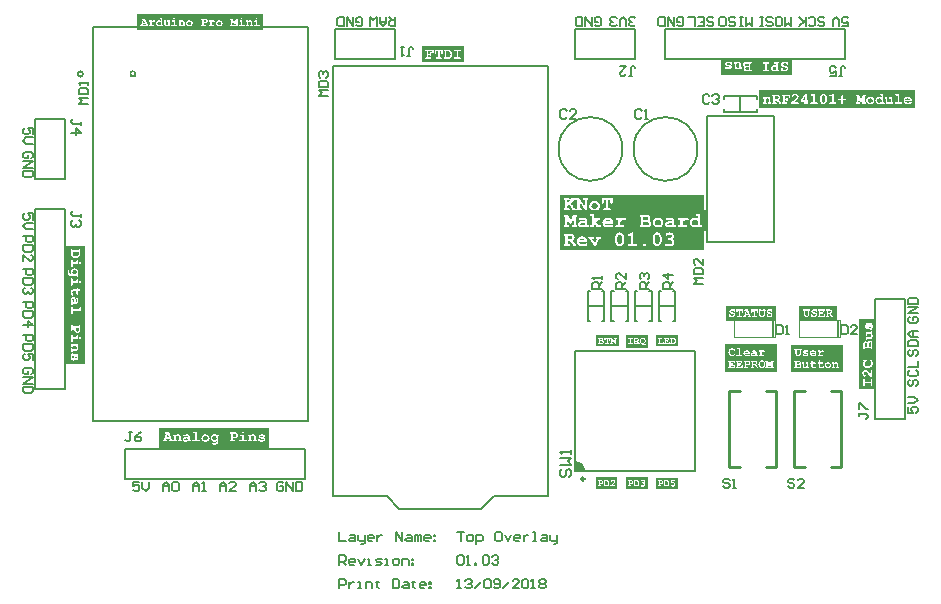
<source format=gto>
%FSLAX25Y25*%
%MOIN*%
G70*
G01*
G75*
G04 Layer_Color=65535*
%ADD10R,0.04331X0.03937*%
%ADD11R,0.03740X0.03347*%
%ADD12R,0.05906X0.05906*%
%ADD13R,0.03543X0.03937*%
%ADD14C,0.01000*%
%ADD15C,0.03937*%
%ADD16C,0.01969*%
%ADD17C,0.01181*%
%ADD18C,0.00787*%
%ADD19C,0.05000*%
%ADD20C,0.05906*%
%ADD21R,0.05906X0.05906*%
%ADD22R,0.04724X0.04724*%
%ADD23C,0.04724*%
%ADD24R,0.04724X0.04724*%
%ADD25C,0.03543*%
%ADD26C,0.19685*%
%ADD27C,0.00984*%
%ADD28C,0.00197*%
%ADD29C,0.00591*%
%ADD30R,0.00984X0.05512*%
G36*
X80954Y154752D02*
X38819D01*
Y159817D01*
X80954D01*
Y154752D01*
D02*
G37*
G36*
X298266Y128735D02*
X246319D01*
Y134559D01*
X298266D01*
Y128735D01*
D02*
G37*
G36*
X252029Y45709D02*
X252227D01*
Y40756D01*
X234819D01*
Y44752D01*
Y49817D01*
X252029D01*
Y45709D01*
D02*
G37*
G36*
X209081Y1664D02*
X201713D01*
Y5535D01*
X209081D01*
Y1664D01*
D02*
G37*
G36*
X251873Y57811D02*
X235039D01*
Y62764D01*
X251873D01*
Y57811D01*
D02*
G37*
G36*
X199477Y49213D02*
X191713D01*
Y52841D01*
X199477D01*
Y49213D01*
D02*
G37*
G36*
X272043Y57811D02*
X259646D01*
Y62764D01*
X272043D01*
Y57811D01*
D02*
G37*
G36*
X148006Y143819D02*
X133819D01*
Y149267D01*
X148006D01*
Y143819D01*
D02*
G37*
G36*
X257181Y139655D02*
X233637D01*
Y145265D01*
X257181D01*
Y139655D01*
D02*
G37*
G36*
X199002Y1713D02*
X191713D01*
Y5535D01*
X199002D01*
Y1713D01*
D02*
G37*
G36*
X285265Y34819D02*
X279441D01*
Y58267D01*
X285265D01*
Y34819D01*
D02*
G37*
G36*
X227973Y94515D02*
X228362D01*
Y87644D01*
X227995D01*
Y81384D01*
X179921D01*
Y87644D01*
Y93195D01*
Y99781D01*
X227973D01*
Y94515D01*
D02*
G37*
G36*
X219081Y1664D02*
X211713D01*
Y5479D01*
X219081D01*
Y1664D01*
D02*
G37*
G36*
X274142Y44752D02*
X274025D01*
Y40751D01*
X256819D01*
Y44752D01*
Y49646D01*
X274142D01*
Y44752D01*
D02*
G37*
G36*
X219249Y49213D02*
X211713D01*
Y52841D01*
X219249D01*
Y49213D01*
D02*
G37*
G36*
X82794Y15229D02*
X46319D01*
Y21980D01*
X82794D01*
Y15229D01*
D02*
G37*
G36*
X209182Y48697D02*
X201713D01*
Y52893D01*
X209182D01*
Y48697D01*
D02*
G37*
G36*
X21370Y43274D02*
X14618D01*
Y82717D01*
X21370D01*
Y43274D01*
D02*
G37*
G36*
X187000Y9500D02*
X187953Y8287D01*
Y7500D01*
X185000D01*
Y10256D01*
X185984D01*
X187000Y9500D01*
D02*
G37*
%LPC*%
G36*
X66352Y157899D02*
X66302D01*
X66199Y157895D01*
X66100Y157877D01*
X66006Y157854D01*
X65925Y157832D01*
X65858Y157805D01*
X65826Y157791D01*
X65804Y157782D01*
X65786Y157774D01*
X65773Y157765D01*
X65764Y157760D01*
X65759D01*
X65669Y157702D01*
X65588Y157643D01*
X65521Y157580D01*
X65467Y157518D01*
X65422Y157464D01*
X65391Y157419D01*
X65377Y157401D01*
X65368Y157387D01*
X65364Y157383D01*
Y157378D01*
X65319Y157289D01*
X65288Y157203D01*
X65261Y157118D01*
X65247Y157046D01*
X65238Y156983D01*
X65234Y156934D01*
X65229Y156916D01*
Y156903D01*
Y156894D01*
Y156889D01*
X65234Y156799D01*
X65252Y156709D01*
X65274Y156633D01*
X65297Y156561D01*
X65324Y156503D01*
X65342Y156458D01*
X65351Y156440D01*
X65359Y156427D01*
X65364Y156422D01*
Y156418D01*
X65418Y156337D01*
X65481Y156269D01*
X65548Y156207D01*
X65611Y156157D01*
X65669Y156117D01*
X65719Y156085D01*
X65732Y156076D01*
X65746Y156067D01*
X65755Y156063D01*
X65759D01*
X65858Y156018D01*
X65952Y155986D01*
X66047Y155964D01*
X66127Y155951D01*
X66199Y155942D01*
X66231Y155937D01*
X66253Y155933D01*
X66302D01*
X66410Y155937D01*
X66509Y155955D01*
X66603Y155973D01*
X66684Y156000D01*
X66751Y156023D01*
X66783Y156031D01*
X66805Y156045D01*
X66823Y156049D01*
X66837Y156058D01*
X66846Y156063D01*
X66850D01*
X66944Y156117D01*
X67025Y156175D01*
X67093Y156238D01*
X67151Y156292D01*
X67191Y156346D01*
X67223Y156386D01*
X67245Y156413D01*
X67250Y156418D01*
Y156422D01*
X67295Y156507D01*
X67326Y156588D01*
X67353Y156669D01*
X67366Y156736D01*
X67375Y156799D01*
X67384Y156844D01*
Y156862D01*
Y156876D01*
Y156880D01*
Y156885D01*
X67380Y156979D01*
X67362Y157069D01*
X67344Y157149D01*
X67317Y157226D01*
X67295Y157284D01*
X67272Y157334D01*
X67263Y157352D01*
X67254Y157365D01*
X67250Y157369D01*
Y157374D01*
X67196Y157459D01*
X67129Y157536D01*
X67066Y157603D01*
X66998Y157657D01*
X66940Y157697D01*
X66895Y157729D01*
X66877Y157742D01*
X66864Y157751D01*
X66855Y157756D01*
X66850D01*
X66751Y157805D01*
X66657Y157841D01*
X66563Y157863D01*
X66478Y157881D01*
X66406Y157890D01*
X66379Y157895D01*
X66352Y157899D01*
D02*
G37*
G36*
X56366D02*
X56317D01*
X56213Y157895D01*
X56115Y157877D01*
X56020Y157854D01*
X55940Y157832D01*
X55872Y157805D01*
X55841Y157791D01*
X55818Y157782D01*
X55800Y157774D01*
X55787Y157765D01*
X55778Y157760D01*
X55773D01*
X55684Y157702D01*
X55603Y157643D01*
X55535Y157580D01*
X55481Y157518D01*
X55437Y157464D01*
X55405Y157419D01*
X55392Y157401D01*
X55383Y157387D01*
X55378Y157383D01*
Y157378D01*
X55333Y157289D01*
X55302Y157203D01*
X55275Y157118D01*
X55261Y157046D01*
X55252Y156983D01*
X55248Y156934D01*
X55244Y156916D01*
Y156903D01*
Y156894D01*
Y156889D01*
X55248Y156799D01*
X55266Y156709D01*
X55288Y156633D01*
X55311Y156561D01*
X55338Y156503D01*
X55356Y156458D01*
X55365Y156440D01*
X55374Y156427D01*
X55378Y156422D01*
Y156418D01*
X55432Y156337D01*
X55495Y156269D01*
X55562Y156207D01*
X55625Y156157D01*
X55684Y156117D01*
X55733Y156085D01*
X55746Y156076D01*
X55760Y156067D01*
X55769Y156063D01*
X55773D01*
X55872Y156018D01*
X55966Y155986D01*
X56061Y155964D01*
X56142Y155951D01*
X56213Y155942D01*
X56245Y155937D01*
X56267Y155933D01*
X56317D01*
X56424Y155937D01*
X56523Y155955D01*
X56617Y155973D01*
X56698Y156000D01*
X56766Y156023D01*
X56797Y156031D01*
X56819Y156045D01*
X56837Y156049D01*
X56851Y156058D01*
X56860Y156063D01*
X56864D01*
X56959Y156117D01*
X57039Y156175D01*
X57107Y156238D01*
X57165Y156292D01*
X57206Y156346D01*
X57237Y156386D01*
X57260Y156413D01*
X57264Y156418D01*
Y156422D01*
X57309Y156507D01*
X57340Y156588D01*
X57367Y156669D01*
X57381Y156736D01*
X57390Y156799D01*
X57399Y156844D01*
Y156862D01*
Y156876D01*
Y156880D01*
Y156885D01*
X57394Y156979D01*
X57376Y157069D01*
X57358Y157149D01*
X57331Y157226D01*
X57309Y157284D01*
X57287Y157334D01*
X57278Y157352D01*
X57269Y157365D01*
X57264Y157369D01*
Y157374D01*
X57210Y157459D01*
X57143Y157536D01*
X57080Y157603D01*
X57013Y157657D01*
X56954Y157697D01*
X56909Y157729D01*
X56891Y157742D01*
X56878Y157751D01*
X56869Y157756D01*
X56864D01*
X56766Y157805D01*
X56671Y157841D01*
X56577Y157863D01*
X56492Y157881D01*
X56420Y157890D01*
X56393Y157895D01*
X56366Y157899D01*
D02*
G37*
G36*
X19734Y81536D02*
X19711D01*
X19672Y81530D01*
X19632Y81524D01*
X19571Y81496D01*
X19548Y81479D01*
X19531Y81468D01*
X19526Y81462D01*
X19520Y81457D01*
X19498Y81423D01*
X19481Y81378D01*
X19464Y81288D01*
X19458Y81249D01*
X19453Y81215D01*
Y81187D01*
Y81181D01*
X17413D01*
X17407Y81249D01*
X17401Y81305D01*
X17390Y81356D01*
X17379Y81395D01*
X17362Y81423D01*
X17351Y81440D01*
X17345Y81451D01*
X17339Y81457D01*
X17311Y81485D01*
X17278Y81502D01*
X17216Y81524D01*
X17188Y81530D01*
X17171Y81536D01*
X17148D01*
X17109Y81530D01*
X17070Y81524D01*
X17008Y81496D01*
X16985Y81479D01*
X16969Y81468D01*
X16963Y81462D01*
X16957Y81457D01*
X16935Y81423D01*
X16918Y81378D01*
X16901Y81288D01*
X16895Y81249D01*
X16890Y81215D01*
Y81187D01*
Y81181D01*
Y80125D01*
X16895Y79979D01*
X16907Y79849D01*
X16929Y79737D01*
X16952Y79641D01*
X16969Y79563D01*
X16991Y79507D01*
X16997Y79490D01*
X17002Y79473D01*
X17008Y79467D01*
Y79462D01*
X17042Y79400D01*
X17075Y79338D01*
X17115Y79282D01*
X17154Y79231D01*
X17188Y79186D01*
X17216Y79147D01*
X17238Y79124D01*
X17244Y79119D01*
X17311Y79051D01*
X17379Y78995D01*
X17446Y78945D01*
X17514Y78900D01*
X17570Y78866D01*
X17620Y78843D01*
X17649Y78827D01*
X17660Y78821D01*
X17761Y78782D01*
X17862Y78754D01*
X17958Y78731D01*
X18053Y78720D01*
X18132Y78709D01*
X18194Y78703D01*
X18593D01*
X18683Y78714D01*
X18761Y78720D01*
X18829Y78731D01*
X18879Y78742D01*
X18919Y78754D01*
X18947Y78759D01*
X18952Y78765D01*
X19025Y78793D01*
X19093Y78821D01*
X19155Y78849D01*
X19217Y78883D01*
X19261Y78905D01*
X19301Y78928D01*
X19329Y78945D01*
X19334Y78950D01*
X19402Y78995D01*
X19464Y79040D01*
X19514Y79080D01*
X19559Y79113D01*
X19593Y79141D01*
X19615Y79164D01*
X19632Y79181D01*
X19638Y79186D01*
X19689Y79242D01*
X19739Y79310D01*
X19779Y79377D01*
X19812Y79439D01*
X19840Y79495D01*
X19857Y79540D01*
X19868Y79568D01*
X19874Y79574D01*
Y79580D01*
X19908Y79670D01*
X19930Y79760D01*
X19947Y79844D01*
X19958Y79922D01*
X19964Y79984D01*
X19970Y80035D01*
Y80069D01*
Y80074D01*
Y80080D01*
X19975Y81181D01*
X19970Y81249D01*
X19964Y81305D01*
X19953Y81356D01*
X19941Y81395D01*
X19925Y81423D01*
X19913Y81440D01*
X19908Y81451D01*
X19902Y81457D01*
X19874Y81485D01*
X19840Y81502D01*
X19779Y81524D01*
X19750Y81530D01*
X19734Y81536D01*
D02*
G37*
G36*
X20189Y77326D02*
X19638D01*
Y76708D01*
X20189D01*
Y77326D01*
D02*
G37*
G36*
X17171Y62512D02*
X17148D01*
X17109Y62506D01*
X17070Y62501D01*
X17008Y62472D01*
X16985Y62456D01*
X16969Y62444D01*
X16963Y62439D01*
X16957Y62433D01*
X16935Y62399D01*
X16918Y62354D01*
X16901Y62265D01*
X16895Y62225D01*
X16890Y62191D01*
Y62163D01*
Y62158D01*
Y60387D01*
X16895Y60320D01*
X16901Y60264D01*
X16912Y60219D01*
X16924Y60180D01*
X16935Y60151D01*
X16946Y60135D01*
X16957Y60123D01*
Y60118D01*
X16985Y60090D01*
X17019Y60067D01*
X17053Y60056D01*
X17081Y60045D01*
X17109Y60039D01*
X17131Y60033D01*
X17148D01*
X17193Y60039D01*
X17227Y60045D01*
X17289Y60073D01*
X17311Y60090D01*
X17328Y60106D01*
X17334Y60112D01*
X17339Y60118D01*
X17362Y60151D01*
X17384Y60191D01*
X17401Y60281D01*
X17407Y60320D01*
X17413Y60354D01*
Y60376D01*
Y60387D01*
Y61011D01*
X20189D01*
Y61955D01*
X20183Y62023D01*
X20177Y62079D01*
X20166Y62130D01*
X20155Y62169D01*
X20138Y62197D01*
X20127Y62214D01*
X20121Y62225D01*
X20116Y62231D01*
X20088Y62259D01*
X20054Y62276D01*
X19992Y62298D01*
X19964Y62304D01*
X19947Y62309D01*
X19925D01*
X19885Y62304D01*
X19846Y62298D01*
X19784Y62270D01*
X19762Y62253D01*
X19745Y62242D01*
X19739Y62236D01*
X19734Y62231D01*
X19711Y62197D01*
X19694Y62152D01*
X19677Y62062D01*
X19672Y62023D01*
X19666Y61989D01*
Y61961D01*
Y61955D01*
Y61534D01*
X17413D01*
Y62158D01*
X17407Y62225D01*
X17401Y62281D01*
X17390Y62332D01*
X17379Y62371D01*
X17362Y62399D01*
X17351Y62416D01*
X17345Y62428D01*
X17339Y62433D01*
X17311Y62461D01*
X17278Y62478D01*
X17216Y62501D01*
X17188Y62506D01*
X17171Y62512D01*
D02*
G37*
G36*
X17547Y65738D02*
X17514D01*
X17463Y65732D01*
X17418Y65726D01*
X17328Y65698D01*
X17244Y65653D01*
X17171Y65608D01*
X17109Y65563D01*
X17064Y65518D01*
X17036Y65490D01*
X17025Y65479D01*
X16952Y65372D01*
X16895Y65260D01*
X16862Y65148D01*
X16834Y65035D01*
X16817Y64940D01*
X16811Y64900D01*
Y64861D01*
X16805Y64833D01*
Y64810D01*
Y64799D01*
Y64793D01*
X16811Y64647D01*
X16822Y64574D01*
X16834Y64507D01*
X16839Y64451D01*
X16850Y64406D01*
X16856Y64378D01*
Y64366D01*
X16879Y64276D01*
X16901Y64198D01*
X16929Y64119D01*
X16952Y64057D01*
X16980Y64001D01*
X16997Y63962D01*
X17008Y63939D01*
X17014Y63928D01*
X16890D01*
Y63315D01*
X16895Y63248D01*
X16901Y63192D01*
X16912Y63147D01*
X16924Y63108D01*
X16935Y63079D01*
X16946Y63063D01*
X16957Y63051D01*
Y63046D01*
X16985Y63018D01*
X17019Y62995D01*
X17053Y62984D01*
X17081Y62973D01*
X17109Y62967D01*
X17131Y62961D01*
X17148D01*
X17193Y62967D01*
X17227Y62973D01*
X17289Y63001D01*
X17311Y63018D01*
X17328Y63034D01*
X17334Y63040D01*
X17339Y63046D01*
X17362Y63079D01*
X17384Y63119D01*
X17401Y63209D01*
X17407Y63248D01*
X17413Y63282D01*
Y63304D01*
Y63315D01*
Y63405D01*
X18480D01*
X18548Y63411D01*
X18609Y63417D01*
X18722Y63445D01*
X18823Y63490D01*
X18902Y63540D01*
X18969Y63591D01*
X19014Y63630D01*
X19042Y63664D01*
X19053Y63670D01*
Y63675D01*
X19127Y63788D01*
X19177Y63906D01*
X19217Y64035D01*
X19239Y64153D01*
X19256Y64265D01*
X19261Y64310D01*
Y64355D01*
X19267Y64389D01*
Y64411D01*
Y64428D01*
Y64434D01*
X19261Y64557D01*
X19256Y64619D01*
X19250Y64675D01*
X19245Y64726D01*
X19239Y64765D01*
X19233Y64788D01*
Y64799D01*
X19205Y64945D01*
X19194Y65013D01*
X19177Y65069D01*
X19166Y65119D01*
X19160Y65159D01*
X19149Y65181D01*
Y65193D01*
X19132Y65243D01*
X19121Y65282D01*
X19104Y65316D01*
X19098Y65344D01*
X19087Y65361D01*
X19082Y65372D01*
X19076Y65384D01*
X19053Y65412D01*
X19025Y65434D01*
X19008Y65451D01*
X18997Y65457D01*
X18964Y65468D01*
X18924Y65474D01*
X18896Y65479D01*
X18885D01*
X18846Y65474D01*
X18806Y65468D01*
X18744Y65445D01*
X18722Y65434D01*
X18705Y65423D01*
X18699Y65412D01*
X18694D01*
X18671Y65384D01*
X18654Y65350D01*
X18632Y65294D01*
X18626Y65271D01*
X18621Y65249D01*
Y65237D01*
Y65232D01*
X18626Y65164D01*
X18638Y65097D01*
Y65063D01*
X18643Y65041D01*
X18649Y65024D01*
Y65018D01*
X18683Y64883D01*
X18705Y64765D01*
X18722Y64664D01*
X18733Y64580D01*
X18739Y64507D01*
X18744Y64456D01*
Y64428D01*
Y64417D01*
X18739Y64316D01*
X18733Y64237D01*
X18722Y64170D01*
X18705Y64113D01*
X18688Y64074D01*
X18677Y64052D01*
X18671Y64035D01*
X18666Y64029D01*
X18638Y63995D01*
X18604Y63973D01*
X18576Y63951D01*
X18548Y63939D01*
X18520Y63934D01*
X18497Y63928D01*
X18351D01*
X18368Y64040D01*
X18385Y64147D01*
X18396Y64243D01*
X18402Y64321D01*
X18407Y64389D01*
Y64439D01*
Y64468D01*
Y64479D01*
X18402Y64586D01*
X18396Y64687D01*
X18379Y64782D01*
X18362Y64872D01*
X18340Y64956D01*
X18317Y65030D01*
X18295Y65103D01*
X18267Y65164D01*
X18239Y65221D01*
X18216Y65266D01*
X18194Y65311D01*
X18171Y65344D01*
X18154Y65372D01*
X18137Y65389D01*
X18132Y65400D01*
X18126Y65406D01*
X18076Y65462D01*
X18019Y65513D01*
X17963Y65558D01*
X17913Y65597D01*
X17862Y65631D01*
X17811Y65659D01*
X17716Y65698D01*
X17632Y65721D01*
X17570Y65732D01*
X17547Y65738D01*
D02*
G37*
G36*
X20189Y52328D02*
X19638D01*
Y51710D01*
X20189D01*
Y52328D01*
D02*
G37*
G36*
X19734Y56274D02*
X19711D01*
X19672Y56268D01*
X19632Y56262D01*
X19571Y56234D01*
X19548Y56217D01*
X19531Y56206D01*
X19526Y56200D01*
X19520Y56195D01*
X19498Y56161D01*
X19481Y56116D01*
X19464Y56026D01*
X19458Y55987D01*
X19453Y55953D01*
Y55925D01*
Y55919D01*
Y55841D01*
X17413D01*
Y55919D01*
X17407Y55987D01*
X17401Y56043D01*
X17390Y56094D01*
X17379Y56133D01*
X17362Y56161D01*
X17351Y56178D01*
X17345Y56189D01*
X17339Y56195D01*
X17311Y56223D01*
X17278Y56240D01*
X17216Y56262D01*
X17188Y56268D01*
X17171Y56274D01*
X17148D01*
X17109Y56268D01*
X17070Y56262D01*
X17008Y56234D01*
X16985Y56217D01*
X16969Y56206D01*
X16963Y56200D01*
X16957Y56195D01*
X16935Y56161D01*
X16918Y56116D01*
X16901Y56026D01*
X16895Y55987D01*
X16890Y55953D01*
Y55925D01*
Y55919D01*
Y54790D01*
X16895Y54722D01*
X16901Y54666D01*
X16912Y54621D01*
X16924Y54582D01*
X16935Y54554D01*
X16946Y54537D01*
X16957Y54526D01*
Y54520D01*
X16985Y54492D01*
X17019Y54470D01*
X17053Y54458D01*
X17081Y54447D01*
X17109Y54441D01*
X17131Y54436D01*
X17148D01*
X17193Y54441D01*
X17227Y54447D01*
X17289Y54475D01*
X17311Y54492D01*
X17328Y54509D01*
X17334Y54514D01*
X17339Y54520D01*
X17362Y54554D01*
X17384Y54593D01*
X17401Y54683D01*
X17407Y54722D01*
X17413Y54756D01*
Y54779D01*
Y54790D01*
Y55318D01*
X17952D01*
Y54829D01*
X17958Y54717D01*
X17963Y54616D01*
X17975Y54531D01*
X17991Y54458D01*
X18003Y54402D01*
X18014Y54357D01*
X18019Y54335D01*
X18025Y54323D01*
X18053Y54250D01*
X18092Y54183D01*
X18126Y54121D01*
X18160Y54065D01*
X18194Y54014D01*
X18222Y53981D01*
X18239Y53952D01*
X18244Y53947D01*
X18300Y53879D01*
X18357Y53829D01*
X18407Y53784D01*
X18452Y53745D01*
X18492Y53716D01*
X18520Y53700D01*
X18542Y53688D01*
X18548Y53683D01*
X18626Y53649D01*
X18699Y53621D01*
X18772Y53604D01*
X18840Y53587D01*
X18896Y53582D01*
X18941Y53576D01*
X18980D01*
X19059Y53582D01*
X19132Y53587D01*
X19267Y53627D01*
X19385Y53671D01*
X19486Y53728D01*
X19571Y53790D01*
X19604Y53812D01*
X19632Y53834D01*
X19655Y53857D01*
X19672Y53874D01*
X19677Y53879D01*
X19683Y53885D01*
X19734Y53947D01*
X19779Y54009D01*
X19818Y54076D01*
X19852Y54144D01*
X19902Y54284D01*
X19941Y54419D01*
X19953Y54481D01*
X19958Y54537D01*
X19964Y54588D01*
X19970Y54633D01*
X19975Y54672D01*
Y54700D01*
Y54717D01*
Y54722D01*
Y55919D01*
X19970Y55987D01*
X19964Y56043D01*
X19953Y56094D01*
X19941Y56133D01*
X19925Y56161D01*
X19913Y56178D01*
X19908Y56189D01*
X19902Y56195D01*
X19874Y56223D01*
X19840Y56240D01*
X19779Y56262D01*
X19750Y56268D01*
X19734Y56274D01*
D02*
G37*
G36*
X18958Y68705D02*
X18936D01*
X18896Y68699D01*
X18857Y68694D01*
X18795Y68666D01*
X18772Y68649D01*
X18756Y68638D01*
X18750Y68632D01*
X18744Y68626D01*
X18722Y68593D01*
X18705Y68553D01*
X18688Y68463D01*
X18683Y68418D01*
X18677Y68385D01*
Y68362D01*
Y68357D01*
Y68165D01*
X17525D01*
X17469Y68160D01*
X17418Y68154D01*
X17317Y68126D01*
X17233Y68087D01*
X17154Y68042D01*
X17098Y68002D01*
X17053Y67963D01*
X17025Y67935D01*
X17014Y67924D01*
X16980Y67873D01*
X16946Y67823D01*
X16895Y67710D01*
X16856Y67587D01*
X16834Y67469D01*
X16817Y67362D01*
X16811Y67317D01*
Y67277D01*
X16805Y67244D01*
Y67221D01*
Y67204D01*
Y67199D01*
X16811Y67098D01*
X16822Y66997D01*
X16834Y66890D01*
X16856Y66794D01*
X16873Y66710D01*
X16879Y66671D01*
X16884Y66642D01*
X16890Y66614D01*
X16895Y66597D01*
X16901Y66586D01*
Y66581D01*
X16918Y66513D01*
X16940Y66457D01*
X16980Y66350D01*
X17019Y66266D01*
X17053Y66198D01*
X17081Y66148D01*
X17103Y66114D01*
X17120Y66097D01*
X17126Y66092D01*
X17154Y66064D01*
X17182Y66041D01*
X17216Y66030D01*
X17238Y66019D01*
X17266Y66013D01*
X17283Y66007D01*
X17300D01*
X17339Y66013D01*
X17373Y66019D01*
X17435Y66047D01*
X17457Y66064D01*
X17474Y66075D01*
X17480Y66080D01*
X17485Y66086D01*
X17514Y66114D01*
X17530Y66142D01*
X17553Y66198D01*
X17559Y66227D01*
X17564Y66243D01*
Y66255D01*
Y66260D01*
Y66288D01*
X17553Y66322D01*
X17530Y66390D01*
X17519Y66418D01*
X17508Y66440D01*
X17502Y66457D01*
X17497Y66463D01*
X17441Y66592D01*
X17401Y66721D01*
X17368Y66845D01*
X17351Y66957D01*
X17339Y67053D01*
X17334Y67098D01*
Y67131D01*
X17328Y67159D01*
Y67182D01*
Y67193D01*
Y67199D01*
X17334Y67294D01*
X17339Y67373D01*
X17351Y67435D01*
X17368Y67485D01*
X17384Y67525D01*
X17396Y67553D01*
X17401Y67570D01*
X17407Y67575D01*
X17435Y67598D01*
X17469Y67615D01*
X17542Y67632D01*
X17575Y67637D01*
X17604Y67643D01*
X18677D01*
Y66687D01*
X18683Y66620D01*
X18688Y66569D01*
X18699Y66524D01*
X18711Y66485D01*
X18722Y66457D01*
X18733Y66440D01*
X18744Y66429D01*
Y66423D01*
X18772Y66395D01*
X18806Y66373D01*
X18840Y66361D01*
X18868Y66350D01*
X18896Y66345D01*
X18919Y66339D01*
X18936D01*
X18980Y66345D01*
X19014Y66350D01*
X19076Y66378D01*
X19098Y66395D01*
X19115Y66412D01*
X19121Y66418D01*
X19127Y66423D01*
X19149Y66457D01*
X19172Y66496D01*
X19188Y66586D01*
X19194Y66626D01*
X19200Y66659D01*
Y66682D01*
Y66687D01*
Y67643D01*
X19666D01*
X19734Y67649D01*
X19790Y67654D01*
X19835Y67665D01*
X19874Y67677D01*
X19902Y67693D01*
X19919Y67705D01*
X19930Y67710D01*
X19936Y67716D01*
X19964Y67744D01*
X19986Y67778D01*
X19998Y67806D01*
X20009Y67839D01*
X20015Y67868D01*
X20020Y67884D01*
Y67901D01*
Y67907D01*
X20015Y67946D01*
X20009Y67986D01*
X19981Y68047D01*
X19964Y68070D01*
X19947Y68087D01*
X19941Y68092D01*
X19936Y68098D01*
X19902Y68120D01*
X19863Y68137D01*
X19773Y68154D01*
X19734Y68160D01*
X19700Y68165D01*
X19200D01*
Y68357D01*
X19194Y68424D01*
X19188Y68480D01*
X19177Y68525D01*
X19166Y68564D01*
X19149Y68593D01*
X19138Y68609D01*
X19132Y68621D01*
X19127Y68626D01*
X19098Y68654D01*
X19065Y68671D01*
X19003Y68694D01*
X18975Y68699D01*
X18958Y68705D01*
D02*
G37*
G36*
X18087Y75162D02*
X18036D01*
X17941Y75157D01*
X17851Y75146D01*
X17761Y75129D01*
X17677Y75106D01*
X17530Y75050D01*
X17463Y75016D01*
X17401Y74983D01*
X17345Y74954D01*
X17300Y74921D01*
X17255Y74893D01*
X17221Y74865D01*
X17193Y74842D01*
X17176Y74825D01*
X17165Y74814D01*
X17160Y74808D01*
X17098Y74741D01*
X17042Y74668D01*
X16997Y74595D01*
X16957Y74516D01*
X16924Y74443D01*
X16890Y74370D01*
X16850Y74224D01*
X16834Y74162D01*
X16822Y74100D01*
X16817Y74050D01*
X16811Y74005D01*
X16805Y73965D01*
Y73937D01*
Y73920D01*
Y73915D01*
X16817Y73780D01*
X16822Y73718D01*
X16834Y73662D01*
X16845Y73617D01*
X16850Y73578D01*
X16862Y73555D01*
Y73549D01*
X16884Y73482D01*
X16907Y73420D01*
X16935Y73358D01*
X16963Y73302D01*
X16985Y73257D01*
X17008Y73224D01*
X17019Y73201D01*
X17025Y73195D01*
X16777D01*
X16704Y73201D01*
X16643Y73218D01*
X16586Y73240D01*
X16541Y73263D01*
X16502Y73285D01*
X16474Y73308D01*
X16457Y73325D01*
X16451Y73330D01*
X16407Y73381D01*
X16378Y73443D01*
X16356Y73505D01*
X16339Y73561D01*
X16328Y73611D01*
X16322Y73656D01*
Y73684D01*
Y73696D01*
Y74274D01*
Y74336D01*
X16311Y74392D01*
X16300Y74437D01*
X16288Y74477D01*
X16277Y74505D01*
X16266Y74522D01*
X16260Y74533D01*
X16255Y74539D01*
X16227Y74567D01*
X16193Y74584D01*
X16131Y74606D01*
X16103Y74612D01*
X16086Y74617D01*
X16064D01*
X16024Y74612D01*
X15985Y74606D01*
X15923Y74578D01*
X15901Y74561D01*
X15884Y74550D01*
X15878Y74544D01*
X15873Y74539D01*
X15850Y74505D01*
X15833Y74466D01*
X15811Y74376D01*
X15805Y74336D01*
X15800Y74303D01*
Y74280D01*
Y74274D01*
Y73684D01*
X15805Y73578D01*
X15822Y73476D01*
X15850Y73387D01*
X15878Y73308D01*
X15901Y73240D01*
X15929Y73190D01*
X15946Y73162D01*
X15951Y73150D01*
X16007Y73066D01*
X16069Y72993D01*
X16126Y72931D01*
X16182Y72881D01*
X16232Y72841D01*
X16272Y72813D01*
X16294Y72796D01*
X16305Y72791D01*
X16384Y72751D01*
X16468Y72723D01*
X16547Y72701D01*
X16620Y72690D01*
X16688Y72678D01*
X16738Y72673D01*
X18677D01*
Y72583D01*
X18683Y72515D01*
X18688Y72459D01*
X18699Y72414D01*
X18711Y72375D01*
X18722Y72347D01*
X18733Y72330D01*
X18744Y72319D01*
Y72313D01*
X18772Y72285D01*
X18806Y72263D01*
X18840Y72251D01*
X18868Y72240D01*
X18896Y72234D01*
X18919Y72229D01*
X18936D01*
X18980Y72234D01*
X19014Y72240D01*
X19076Y72268D01*
X19098Y72285D01*
X19115Y72302D01*
X19121Y72307D01*
X19127Y72313D01*
X19149Y72347D01*
X19172Y72386D01*
X19188Y72476D01*
X19194Y72515D01*
X19200Y72549D01*
Y72572D01*
Y72583D01*
Y73195D01*
X19042D01*
X19082Y73257D01*
X19121Y73319D01*
X19149Y73375D01*
X19172Y73426D01*
X19194Y73471D01*
X19205Y73510D01*
X19217Y73533D01*
Y73538D01*
X19239Y73606D01*
X19250Y73673D01*
X19261Y73735D01*
X19273Y73791D01*
Y73842D01*
X19278Y73881D01*
Y73904D01*
Y73915D01*
X19273Y74010D01*
X19261Y74106D01*
X19245Y74196D01*
X19222Y74280D01*
X19194Y74359D01*
X19166Y74432D01*
X19132Y74499D01*
X19098Y74561D01*
X19065Y74617D01*
X19031Y74668D01*
X19003Y74707D01*
X18975Y74741D01*
X18952Y74769D01*
X18936Y74792D01*
X18924Y74803D01*
X18919Y74808D01*
X18851Y74870D01*
X18778Y74926D01*
X18705Y74971D01*
X18632Y75011D01*
X18559Y75044D01*
X18486Y75078D01*
X18345Y75117D01*
X18284Y75134D01*
X18222Y75146D01*
X18171Y75151D01*
X18126Y75157D01*
X18087Y75162D01*
D02*
G37*
G36*
X17171Y78135D02*
X17148D01*
X17109Y78130D01*
X17070Y78124D01*
X17008Y78096D01*
X16985Y78079D01*
X16969Y78068D01*
X16963Y78062D01*
X16957Y78057D01*
X16935Y78023D01*
X16918Y77978D01*
X16901Y77888D01*
X16895Y77849D01*
X16890Y77815D01*
Y77787D01*
Y77781D01*
Y76011D01*
X16895Y75944D01*
X16901Y75887D01*
X16912Y75842D01*
X16924Y75803D01*
X16935Y75775D01*
X16946Y75758D01*
X16957Y75747D01*
Y75741D01*
X16985Y75713D01*
X17019Y75691D01*
X17053Y75679D01*
X17081Y75668D01*
X17109Y75663D01*
X17131Y75657D01*
X17148D01*
X17193Y75663D01*
X17227Y75668D01*
X17289Y75696D01*
X17311Y75713D01*
X17328Y75730D01*
X17334Y75736D01*
X17339Y75741D01*
X17362Y75775D01*
X17384Y75814D01*
X17401Y75904D01*
X17407Y75944D01*
X17413Y75977D01*
Y76000D01*
Y76011D01*
Y76635D01*
X19200D01*
Y77579D01*
X19194Y77646D01*
X19188Y77703D01*
X19177Y77753D01*
X19166Y77793D01*
X19149Y77821D01*
X19138Y77838D01*
X19132Y77849D01*
X19127Y77854D01*
X19098Y77882D01*
X19065Y77899D01*
X19003Y77922D01*
X18975Y77927D01*
X18958Y77933D01*
X18936D01*
X18896Y77927D01*
X18857Y77922D01*
X18795Y77894D01*
X18772Y77877D01*
X18756Y77866D01*
X18750Y77860D01*
X18744Y77854D01*
X18722Y77821D01*
X18705Y77776D01*
X18688Y77686D01*
X18683Y77646D01*
X18677Y77613D01*
Y77585D01*
Y77579D01*
Y77157D01*
X17413D01*
Y77781D01*
X17407Y77849D01*
X17401Y77905D01*
X17390Y77956D01*
X17379Y77995D01*
X17362Y78023D01*
X17351Y78040D01*
X17345Y78051D01*
X17339Y78057D01*
X17311Y78085D01*
X17278Y78102D01*
X17216Y78124D01*
X17188Y78130D01*
X17171Y78135D01*
D02*
G37*
G36*
Y71886D02*
X17148D01*
X17109Y71880D01*
X17070Y71875D01*
X17008Y71847D01*
X16985Y71830D01*
X16969Y71819D01*
X16963Y71813D01*
X16957Y71807D01*
X16935Y71773D01*
X16918Y71729D01*
X16901Y71639D01*
X16895Y71599D01*
X16890Y71566D01*
Y71538D01*
Y71532D01*
Y69762D01*
X16895Y69694D01*
X16901Y69638D01*
X16912Y69593D01*
X16924Y69554D01*
X16935Y69525D01*
X16946Y69509D01*
X16957Y69497D01*
Y69492D01*
X16985Y69464D01*
X17019Y69441D01*
X17053Y69430D01*
X17081Y69419D01*
X17109Y69413D01*
X17131Y69407D01*
X17148D01*
X17193Y69413D01*
X17227Y69419D01*
X17289Y69447D01*
X17311Y69464D01*
X17328Y69481D01*
X17334Y69486D01*
X17339Y69492D01*
X17362Y69525D01*
X17384Y69565D01*
X17401Y69655D01*
X17407Y69694D01*
X17413Y69728D01*
Y69750D01*
Y69762D01*
Y70385D01*
X19200D01*
Y71330D01*
X19194Y71397D01*
X19188Y71453D01*
X19177Y71504D01*
X19166Y71543D01*
X19149Y71571D01*
X19138Y71588D01*
X19132Y71599D01*
X19127Y71605D01*
X19098Y71633D01*
X19065Y71650D01*
X19003Y71672D01*
X18975Y71678D01*
X18958Y71684D01*
X18936D01*
X18896Y71678D01*
X18857Y71672D01*
X18795Y71644D01*
X18772Y71627D01*
X18756Y71616D01*
X18750Y71611D01*
X18744Y71605D01*
X18722Y71571D01*
X18705Y71526D01*
X18688Y71436D01*
X18683Y71397D01*
X18677Y71363D01*
Y71335D01*
Y71330D01*
Y70908D01*
X17413D01*
Y71532D01*
X17407Y71599D01*
X17401Y71655D01*
X17390Y71706D01*
X17379Y71745D01*
X17362Y71773D01*
X17351Y71790D01*
X17345Y71802D01*
X17339Y71807D01*
X17311Y71835D01*
X17278Y71852D01*
X17216Y71875D01*
X17188Y71880D01*
X17171Y71886D01*
D02*
G37*
G36*
X20189Y71077D02*
X19638D01*
Y70459D01*
X20189D01*
Y71077D01*
D02*
G37*
G36*
X41558Y158465D02*
X40660D01*
X40606Y158460D01*
X40561Y158456D01*
X40521Y158447D01*
X40489Y158438D01*
X40467Y158425D01*
X40453Y158416D01*
X40444Y158411D01*
X40440Y158407D01*
X40418Y158384D01*
X40404Y158357D01*
X40386Y158308D01*
X40382Y158285D01*
X40377Y158272D01*
Y158258D01*
Y158254D01*
X40382Y158223D01*
X40386Y158191D01*
X40409Y158142D01*
X40422Y158124D01*
X40431Y158110D01*
X40435Y158106D01*
X40440Y158101D01*
X40467Y158083D01*
X40503Y158070D01*
X40575Y158056D01*
X40606Y158052D01*
X40633Y158047D01*
X40934D01*
X40283Y156418D01*
X40229Y156413D01*
X40184Y156409D01*
X40144Y156400D01*
X40112Y156391D01*
X40090Y156377D01*
X40076Y156368D01*
X40067Y156364D01*
X40063Y156359D01*
X40040Y156337D01*
X40027Y156310D01*
X40009Y156260D01*
X40005Y156238D01*
X40000Y156225D01*
Y156211D01*
Y156207D01*
X40005Y156175D01*
X40009Y156144D01*
X40031Y156094D01*
X40045Y156076D01*
X40054Y156063D01*
X40058Y156058D01*
X40063Y156054D01*
X40090Y156036D01*
X40126Y156023D01*
X40198Y156009D01*
X40229Y156005D01*
X40256Y156000D01*
X40835D01*
X40889Y156005D01*
X40934Y156009D01*
X40974Y156018D01*
X41006Y156027D01*
X41028Y156036D01*
X41042Y156045D01*
X41051Y156054D01*
X41055D01*
X41078Y156076D01*
X41096Y156103D01*
X41105Y156130D01*
X41113Y156153D01*
X41118Y156175D01*
X41122Y156193D01*
Y156202D01*
Y156207D01*
X41118Y156243D01*
X41113Y156269D01*
X41091Y156319D01*
X41078Y156337D01*
X41064Y156350D01*
X41060Y156355D01*
X41055Y156359D01*
X41028Y156377D01*
X40992Y156395D01*
X40920Y156409D01*
X40889Y156413D01*
X40862Y156418D01*
X40732D01*
X40831Y156669D01*
X41836D01*
X41940Y156418D01*
X41836D01*
X41783Y156413D01*
X41738Y156409D01*
X41697Y156400D01*
X41666Y156391D01*
X41643Y156377D01*
X41630Y156368D01*
X41621Y156364D01*
X41616Y156359D01*
X41594Y156337D01*
X41581Y156310D01*
X41563Y156260D01*
X41558Y156238D01*
X41554Y156225D01*
Y156211D01*
Y156207D01*
X41558Y156175D01*
X41563Y156144D01*
X41585Y156094D01*
X41598Y156076D01*
X41607Y156063D01*
X41612Y156058D01*
X41616Y156054D01*
X41643Y156036D01*
X41679Y156023D01*
X41751Y156009D01*
X41783Y156005D01*
X41809Y156000D01*
X42389D01*
X42443Y156005D01*
X42487Y156009D01*
X42528Y156018D01*
X42559Y156027D01*
X42582Y156036D01*
X42595Y156045D01*
X42604Y156054D01*
X42609D01*
X42631Y156076D01*
X42649Y156103D01*
X42658Y156130D01*
X42667Y156153D01*
X42672Y156175D01*
X42676Y156193D01*
Y156202D01*
Y156207D01*
X42672Y156243D01*
X42663Y156274D01*
X42631Y156328D01*
X42613Y156350D01*
X42600Y156364D01*
X42591Y156373D01*
X42586Y156377D01*
X42568Y156391D01*
X42537Y156400D01*
X42505Y156409D01*
X42474Y156413D01*
X42443Y156418D01*
X42389D01*
X41558Y158465D01*
D02*
G37*
G36*
X242461Y44465D02*
X241464D01*
X241410Y44460D01*
X241366Y44456D01*
X241325Y44447D01*
X241294Y44438D01*
X241271Y44425D01*
X241258Y44416D01*
X241249Y44411D01*
X241244Y44407D01*
X241222Y44384D01*
X241208Y44357D01*
X241190Y44308D01*
X241186Y44285D01*
X241181Y44272D01*
Y44258D01*
Y44254D01*
X241186Y44223D01*
X241190Y44191D01*
X241213Y44142D01*
X241226Y44124D01*
X241235Y44110D01*
X241240Y44106D01*
X241244Y44101D01*
X241271Y44083D01*
X241307Y44070D01*
X241379Y44056D01*
X241410Y44052D01*
X241437Y44047D01*
X241527D01*
Y42418D01*
X241464D01*
X241410Y42413D01*
X241366Y42409D01*
X241325Y42400D01*
X241294Y42391D01*
X241271Y42377D01*
X241258Y42368D01*
X241249Y42364D01*
X241244Y42359D01*
X241222Y42337D01*
X241208Y42310D01*
X241190Y42260D01*
X241186Y42238D01*
X241181Y42224D01*
Y42211D01*
Y42206D01*
X241186Y42175D01*
X241190Y42144D01*
X241213Y42094D01*
X241226Y42076D01*
X241235Y42063D01*
X241240Y42058D01*
X241244Y42054D01*
X241271Y42036D01*
X241307Y42022D01*
X241379Y42009D01*
X241410Y42004D01*
X241437Y42000D01*
X242367D01*
X242421Y42004D01*
X242466Y42009D01*
X242501Y42018D01*
X242533Y42027D01*
X242555Y42036D01*
X242569Y42045D01*
X242578Y42054D01*
X242582D01*
X242605Y42076D01*
X242623Y42103D01*
X242632Y42130D01*
X242641Y42153D01*
X242645Y42175D01*
X242650Y42193D01*
Y42202D01*
Y42206D01*
X242645Y42243D01*
X242641Y42269D01*
X242618Y42319D01*
X242605Y42337D01*
X242591Y42350D01*
X242587Y42355D01*
X242582Y42359D01*
X242555Y42377D01*
X242524Y42395D01*
X242452Y42409D01*
X242421Y42413D01*
X242394Y42418D01*
X241945D01*
Y42849D01*
X242335D01*
X242425Y42853D01*
X242506Y42858D01*
X242573Y42867D01*
X242632Y42880D01*
X242677Y42889D01*
X242713Y42898D01*
X242730Y42902D01*
X242740Y42907D01*
X242798Y42929D01*
X242852Y42961D01*
X242901Y42988D01*
X242946Y43015D01*
X242986Y43042D01*
X243013Y43064D01*
X243036Y43078D01*
X243040Y43082D01*
X243094Y43127D01*
X243135Y43172D01*
X243170Y43212D01*
X243202Y43248D01*
X243224Y43280D01*
X243238Y43302D01*
X243247Y43320D01*
X243251Y43325D01*
X243278Y43387D01*
X243301Y43446D01*
X243314Y43504D01*
X243328Y43558D01*
X243332Y43603D01*
X243337Y43639D01*
Y43661D01*
Y43670D01*
X243332Y43733D01*
X243328Y43791D01*
X243296Y43899D01*
X243260Y43994D01*
X243215Y44074D01*
X243166Y44142D01*
X243148Y44169D01*
X243130Y44191D01*
X243112Y44209D01*
X243099Y44223D01*
X243094Y44227D01*
X243090Y44232D01*
X243040Y44272D01*
X242991Y44308D01*
X242937Y44339D01*
X242883Y44366D01*
X242771Y44407D01*
X242663Y44438D01*
X242614Y44447D01*
X242569Y44451D01*
X242529Y44456D01*
X242493Y44460D01*
X242461Y44465D01*
D02*
G37*
G36*
X244751D02*
X243772D01*
X243718Y44460D01*
X243673Y44456D01*
X243633Y44447D01*
X243602Y44438D01*
X243579Y44425D01*
X243566Y44416D01*
X243557Y44411D01*
X243552Y44407D01*
X243530Y44384D01*
X243516Y44357D01*
X243498Y44308D01*
X243494Y44285D01*
X243489Y44272D01*
Y44258D01*
Y44254D01*
X243494Y44223D01*
X243498Y44191D01*
X243521Y44142D01*
X243534Y44124D01*
X243543Y44110D01*
X243548Y44106D01*
X243552Y44101D01*
X243579Y44083D01*
X243615Y44070D01*
X243687Y44056D01*
X243718Y44052D01*
X243745Y44047D01*
X243835D01*
Y42418D01*
X243772D01*
X243718Y42413D01*
X243673Y42409D01*
X243633Y42400D01*
X243602Y42391D01*
X243579Y42377D01*
X243566Y42368D01*
X243557Y42364D01*
X243552Y42359D01*
X243530Y42337D01*
X243516Y42310D01*
X243498Y42260D01*
X243494Y42238D01*
X243489Y42224D01*
Y42211D01*
Y42206D01*
X243494Y42175D01*
X243498Y42144D01*
X243521Y42094D01*
X243534Y42076D01*
X243543Y42063D01*
X243548Y42058D01*
X243552Y42054D01*
X243579Y42036D01*
X243615Y42022D01*
X243687Y42009D01*
X243718Y42004D01*
X243745Y42000D01*
X244405D01*
X244459Y42004D01*
X244504Y42009D01*
X244540Y42018D01*
X244571Y42027D01*
X244594Y42036D01*
X244607Y42045D01*
X244616Y42054D01*
X244621D01*
X244643Y42076D01*
X244661Y42103D01*
X244670Y42130D01*
X244679Y42153D01*
X244684Y42175D01*
X244688Y42193D01*
Y42202D01*
Y42206D01*
X244684Y42243D01*
X244679Y42269D01*
X244657Y42319D01*
X244643Y42337D01*
X244630Y42350D01*
X244625Y42355D01*
X244621Y42359D01*
X244594Y42377D01*
X244562Y42395D01*
X244491Y42409D01*
X244459Y42413D01*
X244432Y42418D01*
X244253D01*
Y42938D01*
X244661D01*
X244724Y42902D01*
X244791Y42853D01*
X244863Y42790D01*
X244931Y42723D01*
X245002Y42651D01*
X245070Y42570D01*
X245204Y42409D01*
X245263Y42328D01*
X245321Y42256D01*
X245371Y42184D01*
X245411Y42126D01*
X245447Y42072D01*
X245474Y42036D01*
X245492Y42009D01*
X245496Y42004D01*
Y42000D01*
X245707D01*
X245761Y42004D01*
X245806Y42009D01*
X245847Y42018D01*
X245878Y42027D01*
X245901Y42036D01*
X245914Y42045D01*
X245923Y42054D01*
X245927D01*
X245950Y42076D01*
X245968Y42103D01*
X245977Y42130D01*
X245986Y42153D01*
X245990Y42175D01*
X245995Y42193D01*
Y42202D01*
Y42206D01*
X245990Y42243D01*
X245981Y42274D01*
X245954Y42328D01*
X245936Y42350D01*
X245923Y42364D01*
X245914Y42373D01*
X245909Y42377D01*
X245887Y42391D01*
X245860Y42400D01*
X245793Y42413D01*
X245761Y42418D01*
X245707D01*
X245654Y42503D01*
X245604Y42575D01*
X245559Y42638D01*
X245523Y42687D01*
X245496Y42727D01*
X245474Y42754D01*
X245460Y42772D01*
X245456Y42777D01*
X245402Y42840D01*
X245348Y42898D01*
X245303Y42947D01*
X245258Y42992D01*
X245222Y43024D01*
X245196Y43051D01*
X245178Y43064D01*
X245173Y43069D01*
X245254Y43118D01*
X245326Y43167D01*
X245384Y43212D01*
X245433Y43257D01*
X245469Y43293D01*
X245496Y43325D01*
X245514Y43343D01*
X245519Y43352D01*
X245559Y43414D01*
X245586Y43477D01*
X245609Y43536D01*
X245622Y43594D01*
X245631Y43639D01*
X245636Y43679D01*
Y43702D01*
Y43711D01*
X245631Y43769D01*
X245627Y43823D01*
X245600Y43926D01*
X245559Y44016D01*
X245514Y44097D01*
X245469Y44160D01*
X245429Y44205D01*
X245415Y44223D01*
X245402Y44236D01*
X245398Y44240D01*
X245393Y44245D01*
X245344Y44285D01*
X245294Y44317D01*
X245240Y44348D01*
X245186Y44371D01*
X245070Y44411D01*
X244962Y44438D01*
X244908Y44447D01*
X244863Y44451D01*
X244818Y44460D01*
X244782D01*
X244751Y44465D01*
D02*
G37*
G36*
X247194Y44528D02*
X247171D01*
X247095Y44523D01*
X247019Y44514D01*
X246947Y44501D01*
X246879Y44478D01*
X246754Y44429D01*
X246695Y44402D01*
X246641Y44375D01*
X246592Y44344D01*
X246551Y44317D01*
X246511Y44290D01*
X246480Y44267D01*
X246457Y44245D01*
X246435Y44232D01*
X246426Y44223D01*
X246421Y44218D01*
X246349Y44146D01*
X246287Y44065D01*
X246228Y43985D01*
X246183Y43904D01*
X246143Y43819D01*
X246107Y43738D01*
X246080Y43657D01*
X246062Y43580D01*
X246044Y43509D01*
X246031Y43441D01*
X246022Y43383D01*
X246013Y43329D01*
Y43289D01*
X246008Y43257D01*
Y43239D01*
Y43230D01*
X246013Y43118D01*
X246026Y43015D01*
X246049Y42916D01*
X246071Y42822D01*
X246102Y42732D01*
X246138Y42651D01*
X246174Y42575D01*
X246215Y42507D01*
X246255Y42449D01*
X246291Y42395D01*
X246327Y42350D01*
X246358Y42310D01*
X246385Y42283D01*
X246403Y42260D01*
X246417Y42247D01*
X246421Y42243D01*
X246484Y42189D01*
X246551Y42144D01*
X246614Y42103D01*
X246682Y42067D01*
X246745Y42036D01*
X246807Y42013D01*
X246924Y41978D01*
X246974Y41964D01*
X247023Y41955D01*
X247063Y41946D01*
X247099Y41942D01*
X247131Y41937D01*
X247171D01*
X247256Y41942D01*
X247337Y41955D01*
X247418Y41973D01*
X247494Y41995D01*
X247566Y42022D01*
X247634Y42054D01*
X247696Y42085D01*
X247755Y42121D01*
X247804Y42157D01*
X247854Y42189D01*
X247894Y42220D01*
X247925Y42247D01*
X247952Y42269D01*
X247970Y42292D01*
X247984Y42301D01*
X247988Y42305D01*
X248051Y42377D01*
X248105Y42449D01*
X248154Y42525D01*
X248195Y42606D01*
X248226Y42682D01*
X248258Y42759D01*
X248280Y42835D01*
X248298Y42907D01*
X248312Y42974D01*
X248325Y43033D01*
X248334Y43091D01*
X248339Y43136D01*
X248343Y43176D01*
Y43208D01*
Y43226D01*
Y43230D01*
X248339Y43334D01*
X248329Y43428D01*
X248312Y43522D01*
X248289Y43612D01*
X248262Y43693D01*
X248231Y43769D01*
X248199Y43836D01*
X248168Y43904D01*
X248132Y43958D01*
X248101Y44012D01*
X248069Y44052D01*
X248042Y44088D01*
X248020Y44119D01*
X248002Y44137D01*
X247993Y44151D01*
X247988Y44155D01*
X247921Y44223D01*
X247854Y44276D01*
X247782Y44330D01*
X247710Y44371D01*
X247643Y44407D01*
X247575Y44438D01*
X247508Y44460D01*
X247445Y44483D01*
X247391Y44496D01*
X247337Y44510D01*
X247288Y44514D01*
X247247Y44523D01*
X247216D01*
X247194Y44528D01*
D02*
G37*
G36*
X73940Y158636D02*
X73446D01*
Y158196D01*
X73940D01*
Y158636D01*
D02*
G37*
G36*
X78933D02*
X78439D01*
Y158196D01*
X78933D01*
Y158636D01*
D02*
G37*
G36*
X250790Y44465D02*
X250242D01*
X249686Y43212D01*
X249115Y44465D01*
X248603D01*
X248550Y44460D01*
X248505Y44456D01*
X248464Y44447D01*
X248433Y44438D01*
X248410Y44425D01*
X248397Y44416D01*
X248388Y44411D01*
X248383Y44407D01*
X248361Y44384D01*
X248347Y44357D01*
X248329Y44308D01*
X248325Y44285D01*
X248321Y44272D01*
Y44258D01*
Y44254D01*
X248325Y44223D01*
X248329Y44191D01*
X248352Y44142D01*
X248365Y44124D01*
X248374Y44110D01*
X248379Y44106D01*
X248383Y44101D01*
X248410Y44083D01*
X248446Y44070D01*
X248518Y44056D01*
X248550Y44052D01*
X248576Y44047D01*
X248603D01*
Y42418D01*
X248550Y42413D01*
X248505Y42409D01*
X248464Y42400D01*
X248433Y42391D01*
X248410Y42377D01*
X248397Y42368D01*
X248388Y42364D01*
X248383Y42359D01*
X248361Y42337D01*
X248347Y42310D01*
X248329Y42260D01*
X248325Y42238D01*
X248321Y42224D01*
Y42211D01*
Y42206D01*
X248325Y42175D01*
X248329Y42144D01*
X248352Y42094D01*
X248365Y42076D01*
X248374Y42063D01*
X248379Y42058D01*
X248383Y42054D01*
X248410Y42036D01*
X248446Y42022D01*
X248518Y42009D01*
X248550Y42004D01*
X248576Y42000D01*
X249174D01*
X249227Y42004D01*
X249272Y42009D01*
X249308Y42018D01*
X249340Y42027D01*
X249362Y42036D01*
X249376Y42045D01*
X249385Y42054D01*
X249389D01*
X249412Y42076D01*
X249430Y42103D01*
X249439Y42130D01*
X249448Y42153D01*
X249452Y42175D01*
X249457Y42193D01*
Y42202D01*
Y42206D01*
X249452Y42243D01*
X249448Y42269D01*
X249425Y42319D01*
X249412Y42337D01*
X249398Y42350D01*
X249394Y42355D01*
X249389Y42359D01*
X249362Y42377D01*
X249331Y42395D01*
X249259Y42409D01*
X249227Y42413D01*
X249201Y42418D01*
X249021D01*
Y43657D01*
X249506Y42584D01*
X249865D01*
X250346Y43657D01*
Y42418D01*
X250193D01*
X250139Y42413D01*
X250094Y42409D01*
X250054Y42400D01*
X250022Y42391D01*
X250000Y42377D01*
X249986Y42368D01*
X249977Y42364D01*
X249973Y42359D01*
X249950Y42337D01*
X249937Y42310D01*
X249919Y42260D01*
X249915Y42238D01*
X249910Y42224D01*
Y42211D01*
Y42206D01*
X249915Y42175D01*
X249919Y42144D01*
X249941Y42094D01*
X249955Y42076D01*
X249964Y42063D01*
X249968Y42058D01*
X249973Y42054D01*
X250000Y42036D01*
X250036Y42022D01*
X250108Y42009D01*
X250139Y42004D01*
X250166Y42000D01*
X250763D01*
X250817Y42004D01*
X250862Y42009D01*
X250898Y42018D01*
X250929Y42027D01*
X250952Y42036D01*
X250965Y42045D01*
X250974Y42054D01*
X250979D01*
X251001Y42076D01*
X251019Y42103D01*
X251028Y42130D01*
X251037Y42153D01*
X251042Y42175D01*
X251046Y42193D01*
Y42202D01*
Y42206D01*
X251042Y42243D01*
X251037Y42269D01*
X251015Y42319D01*
X251001Y42337D01*
X250988Y42350D01*
X250983Y42355D01*
X250979Y42359D01*
X250952Y42377D01*
X250920Y42395D01*
X250848Y42409D01*
X250817Y42413D01*
X250790Y42418D01*
X250763D01*
Y44047D01*
X250817Y44052D01*
X250862Y44056D01*
X250898Y44065D01*
X250929Y44074D01*
X250952Y44083D01*
X250965Y44092D01*
X250974Y44101D01*
X250979D01*
X251001Y44124D01*
X251019Y44151D01*
X251028Y44178D01*
X251037Y44200D01*
X251042Y44223D01*
X251046Y44240D01*
Y44249D01*
Y44254D01*
X251042Y44290D01*
X251037Y44317D01*
X251015Y44366D01*
X251001Y44384D01*
X250988Y44398D01*
X250983Y44402D01*
X250979Y44407D01*
X250952Y44425D01*
X250920Y44443D01*
X250848Y44456D01*
X250817Y44460D01*
X250790Y44465D01*
D02*
G37*
G36*
X239821Y48636D02*
X239067D01*
X239013Y48631D01*
X238968Y48627D01*
X238928Y48618D01*
X238896Y48609D01*
X238874Y48595D01*
X238860Y48586D01*
X238851Y48582D01*
X238847Y48577D01*
X238824Y48555D01*
X238811Y48528D01*
X238793Y48478D01*
X238788Y48456D01*
X238784Y48443D01*
Y48429D01*
Y48425D01*
X238788Y48393D01*
X238793Y48362D01*
X238815Y48312D01*
X238829Y48294D01*
X238838Y48281D01*
X238842Y48276D01*
X238847Y48272D01*
X238874Y48254D01*
X238910Y48241D01*
X238981Y48227D01*
X239013Y48223D01*
X239040Y48218D01*
X239403D01*
Y46418D01*
X238905D01*
X238851Y46413D01*
X238806Y46409D01*
X238766Y46400D01*
X238734Y46391D01*
X238712Y46377D01*
X238699Y46368D01*
X238689Y46364D01*
X238685Y46359D01*
X238663Y46337D01*
X238649Y46310D01*
X238631Y46260D01*
X238627Y46238D01*
X238622Y46224D01*
Y46211D01*
Y46207D01*
X238627Y46175D01*
X238631Y46144D01*
X238654Y46094D01*
X238667Y46076D01*
X238676Y46063D01*
X238681Y46058D01*
X238685Y46054D01*
X238712Y46036D01*
X238748Y46022D01*
X238820Y46009D01*
X238851Y46005D01*
X238878Y46000D01*
X240319D01*
X240373Y46005D01*
X240418Y46009D01*
X240454Y46018D01*
X240486Y46027D01*
X240508Y46036D01*
X240521Y46045D01*
X240530Y46054D01*
X240535D01*
X240557Y46076D01*
X240575Y46103D01*
X240584Y46130D01*
X240593Y46153D01*
X240598Y46175D01*
X240602Y46193D01*
Y46202D01*
Y46207D01*
X240598Y46242D01*
X240593Y46269D01*
X240571Y46319D01*
X240557Y46337D01*
X240544Y46350D01*
X240539Y46355D01*
X240535Y46359D01*
X240508Y46377D01*
X240476Y46395D01*
X240405Y46409D01*
X240373Y46413D01*
X240346Y46418D01*
X239821D01*
Y48636D01*
D02*
G37*
G36*
X244612Y47899D02*
X244576D01*
X244477Y47895D01*
X244428Y47890D01*
X244383Y47886D01*
X244342Y47881D01*
X244311Y47877D01*
X244293Y47872D01*
X244284D01*
X244167Y47850D01*
X244113Y47841D01*
X244069Y47827D01*
X244028Y47818D01*
X243997Y47814D01*
X243979Y47805D01*
X243970D01*
X243929Y47791D01*
X243898Y47782D01*
X243871Y47769D01*
X243848Y47765D01*
X243835Y47756D01*
X243826Y47751D01*
X243817Y47747D01*
X243795Y47729D01*
X243777Y47706D01*
X243763Y47693D01*
X243759Y47684D01*
X243750Y47657D01*
X243745Y47625D01*
X243741Y47603D01*
Y47598D01*
Y47594D01*
X243745Y47563D01*
X243750Y47531D01*
X243768Y47482D01*
X243777Y47464D01*
X243786Y47450D01*
X243795Y47446D01*
Y47441D01*
X243817Y47423D01*
X243844Y47410D01*
X243889Y47392D01*
X243907Y47387D01*
X243925Y47383D01*
X243938D01*
X243992Y47387D01*
X244046Y47396D01*
X244073D01*
X244091Y47401D01*
X244104Y47405D01*
X244109D01*
X244217Y47432D01*
X244311Y47450D01*
X244392Y47464D01*
X244459Y47473D01*
X244517Y47477D01*
X244558Y47482D01*
X244589D01*
X244670Y47477D01*
X244733Y47473D01*
X244787Y47464D01*
X244832Y47450D01*
X244863Y47437D01*
X244881Y47428D01*
X244895Y47423D01*
X244899Y47419D01*
X244926Y47396D01*
X244944Y47370D01*
X244962Y47347D01*
X244971Y47324D01*
X244975Y47302D01*
X244980Y47284D01*
Y47275D01*
Y47271D01*
Y47167D01*
X244890Y47181D01*
X244805Y47194D01*
X244729Y47203D01*
X244666Y47208D01*
X244612Y47212D01*
X244540D01*
X244455Y47208D01*
X244374Y47203D01*
X244298Y47190D01*
X244226Y47176D01*
X244158Y47158D01*
X244100Y47140D01*
X244042Y47122D01*
X243992Y47100D01*
X243947Y47078D01*
X243911Y47060D01*
X243876Y47042D01*
X243848Y47024D01*
X243826Y47010D01*
X243813Y46997D01*
X243804Y46992D01*
X243799Y46988D01*
X243754Y46947D01*
X243714Y46902D01*
X243678Y46858D01*
X243647Y46817D01*
X243619Y46777D01*
X243597Y46736D01*
X243566Y46660D01*
X243548Y46593D01*
X243539Y46543D01*
X243534Y46525D01*
Y46512D01*
Y46503D01*
Y46498D01*
X243539Y46458D01*
X243543Y46422D01*
X243566Y46350D01*
X243602Y46283D01*
X243637Y46224D01*
X243673Y46175D01*
X243709Y46139D01*
X243732Y46117D01*
X243741Y46108D01*
X243826Y46049D01*
X243916Y46005D01*
X244006Y45978D01*
X244095Y45955D01*
X244172Y45942D01*
X244203Y45937D01*
X244235D01*
X244257Y45933D01*
X244288D01*
X244405Y45937D01*
X244464Y45946D01*
X244517Y45955D01*
X244562Y45960D01*
X244598Y45969D01*
X244621Y45973D01*
X244630D01*
X244702Y45991D01*
X244764Y46009D01*
X244827Y46031D01*
X244877Y46049D01*
X244922Y46072D01*
X244953Y46085D01*
X244971Y46094D01*
X244980Y46099D01*
Y46000D01*
X245469D01*
X245523Y46005D01*
X245568Y46009D01*
X245604Y46018D01*
X245636Y46027D01*
X245658Y46036D01*
X245672Y46045D01*
X245680Y46054D01*
X245685D01*
X245707Y46076D01*
X245725Y46103D01*
X245734Y46130D01*
X245743Y46153D01*
X245748Y46175D01*
X245752Y46193D01*
Y46202D01*
Y46207D01*
X245748Y46242D01*
X245743Y46269D01*
X245721Y46319D01*
X245707Y46337D01*
X245694Y46350D01*
X245689Y46355D01*
X245685Y46359D01*
X245658Y46377D01*
X245627Y46395D01*
X245555Y46409D01*
X245523Y46413D01*
X245496Y46418D01*
X245398D01*
Y47271D01*
X245393Y47324D01*
X245389Y47374D01*
X245366Y47464D01*
X245330Y47545D01*
X245290Y47607D01*
X245249Y47661D01*
X245218Y47697D01*
X245191Y47720D01*
X245186Y47729D01*
X245182D01*
X245092Y47787D01*
X244998Y47827D01*
X244895Y47859D01*
X244800Y47877D01*
X244711Y47890D01*
X244675Y47895D01*
X244639D01*
X244612Y47899D01*
D02*
G37*
G36*
X242111D02*
X242066D01*
X241990Y47895D01*
X241913Y47886D01*
X241842Y47872D01*
X241770Y47854D01*
X241644Y47809D01*
X241586Y47787D01*
X241536Y47760D01*
X241487Y47733D01*
X241446Y47711D01*
X241410Y47684D01*
X241379Y47666D01*
X241352Y47648D01*
X241334Y47634D01*
X241325Y47625D01*
X241321Y47621D01*
X241262Y47567D01*
X241213Y47513D01*
X241173Y47455D01*
X241132Y47392D01*
X241101Y47333D01*
X241078Y47275D01*
X241056Y47217D01*
X241038Y47163D01*
X241024Y47109D01*
X241015Y47060D01*
X241006Y47019D01*
X241002Y46979D01*
Y46947D01*
X240997Y46925D01*
Y46911D01*
Y46907D01*
X241002Y46831D01*
X241011Y46759D01*
X241024Y46692D01*
X241042Y46624D01*
X241092Y46507D01*
X241119Y46453D01*
X241145Y46404D01*
X241173Y46359D01*
X241199Y46323D01*
X241226Y46287D01*
X241249Y46260D01*
X241267Y46238D01*
X241280Y46224D01*
X241289Y46216D01*
X241294Y46211D01*
X241352Y46162D01*
X241415Y46121D01*
X241478Y46081D01*
X241545Y46049D01*
X241613Y46022D01*
X241680Y46000D01*
X241806Y45969D01*
X241864Y45955D01*
X241918Y45946D01*
X241967Y45942D01*
X242012Y45937D01*
X242043Y45933D01*
X242093D01*
X242201Y45937D01*
X242313Y45942D01*
X242412Y45955D01*
X242506Y45969D01*
X242582Y45978D01*
X242618Y45987D01*
X242645Y45991D01*
X242668Y45996D01*
X242686D01*
X242695Y46000D01*
X242699D01*
X242758Y46014D01*
X242807Y46027D01*
X242852Y46040D01*
X242892Y46049D01*
X242928Y46063D01*
X242964Y46076D01*
X243013Y46099D01*
X243054Y46117D01*
X243076Y46130D01*
X243090Y46139D01*
X243094Y46144D01*
X243117Y46166D01*
X243130Y46189D01*
X243148Y46233D01*
X243153Y46251D01*
X243157Y46265D01*
Y46274D01*
Y46278D01*
X243153Y46310D01*
X243148Y46341D01*
X243130Y46386D01*
X243117Y46404D01*
X243108Y46418D01*
X243103Y46422D01*
X243099Y46426D01*
X243076Y46449D01*
X243054Y46463D01*
X243009Y46480D01*
X242986Y46485D01*
X242973Y46489D01*
X242933D01*
X242897Y46485D01*
X242825Y46471D01*
X242793Y46463D01*
X242766Y46453D01*
X242748Y46449D01*
X242740D01*
X242600Y46418D01*
X242479Y46391D01*
X242376Y46373D01*
X242331Y46368D01*
X242286Y46364D01*
X242250Y46359D01*
X242219Y46355D01*
X242187D01*
X242165Y46350D01*
X242124D01*
X242026Y46355D01*
X241936Y46364D01*
X241860Y46382D01*
X241792Y46400D01*
X241743Y46418D01*
X241707Y46435D01*
X241684Y46444D01*
X241675Y46449D01*
X241617Y46489D01*
X241568Y46530D01*
X241532Y46575D01*
X241500Y46615D01*
X241473Y46651D01*
X241460Y46683D01*
X241451Y46700D01*
X241446Y46709D01*
X243157D01*
X243153Y46885D01*
X243148Y46956D01*
X243144Y47028D01*
X243135Y47087D01*
X243121Y47140D01*
X243108Y47185D01*
X243099Y47217D01*
X243094Y47235D01*
X243090Y47244D01*
X243049Y47324D01*
X243009Y47396D01*
X242969Y47459D01*
X242933Y47513D01*
X242897Y47558D01*
X242870Y47589D01*
X242852Y47607D01*
X242847Y47616D01*
X242802Y47652D01*
X242753Y47688D01*
X242699Y47724D01*
X242650Y47751D01*
X242600Y47774D01*
X242564Y47796D01*
X242537Y47805D01*
X242533Y47809D01*
X242529D01*
X242448Y47841D01*
X242367Y47863D01*
X242290Y47877D01*
X242219Y47890D01*
X242156Y47895D01*
X242111Y47899D01*
D02*
G37*
G36*
X236283Y44465D02*
X236229Y44460D01*
X236184Y44456D01*
X236144Y44447D01*
X236112Y44438D01*
X236090Y44425D01*
X236076Y44416D01*
X236067Y44411D01*
X236063Y44407D01*
X236040Y44384D01*
X236027Y44357D01*
X236009Y44308D01*
X236004Y44285D01*
X236000Y44272D01*
Y44258D01*
Y44254D01*
X236004Y44223D01*
X236009Y44191D01*
X236031Y44142D01*
X236045Y44124D01*
X236054Y44110D01*
X236058Y44106D01*
X236063Y44101D01*
X236090Y44083D01*
X236126Y44070D01*
X236198Y44056D01*
X236229Y44052D01*
X236256Y44047D01*
X236346D01*
Y42418D01*
X236283D01*
X236229Y42413D01*
X236184Y42409D01*
X236144Y42400D01*
X236112Y42391D01*
X236090Y42377D01*
X236076Y42368D01*
X236067Y42364D01*
X236063Y42359D01*
X236040Y42337D01*
X236027Y42310D01*
X236009Y42260D01*
X236004Y42238D01*
X236000Y42224D01*
Y42211D01*
Y42206D01*
X236004Y42175D01*
X236009Y42144D01*
X236031Y42094D01*
X236045Y42076D01*
X236054Y42063D01*
X236058Y42058D01*
X236063Y42054D01*
X236090Y42036D01*
X236126Y42022D01*
X236198Y42009D01*
X236229Y42004D01*
X236256Y42000D01*
X238241D01*
Y42642D01*
X238236Y42696D01*
X238231Y42741D01*
X238223Y42777D01*
X238214Y42808D01*
X238200Y42831D01*
X238191Y42844D01*
X238187Y42853D01*
X238182Y42858D01*
X238160Y42880D01*
X238133Y42898D01*
X238110Y42907D01*
X238083Y42916D01*
X238061Y42920D01*
X238047Y42925D01*
X238030D01*
X237998Y42920D01*
X237967Y42916D01*
X237917Y42893D01*
X237899Y42880D01*
X237886Y42867D01*
X237881Y42862D01*
X237877Y42858D01*
X237859Y42831D01*
X237845Y42799D01*
X237832Y42727D01*
X237827Y42696D01*
X237823Y42669D01*
Y42651D01*
Y42642D01*
Y42418D01*
X236763D01*
Y43028D01*
X237127D01*
Y42974D01*
X237132Y42929D01*
X237140Y42898D01*
X237145Y42871D01*
X237154Y42853D01*
X237158Y42840D01*
X237163Y42831D01*
X237194Y42804D01*
X237221Y42781D01*
X237253Y42768D01*
X237275Y42754D01*
X237298Y42750D01*
X237316Y42745D01*
X237333D01*
X237369Y42750D01*
X237401Y42759D01*
X237455Y42790D01*
X237477Y42804D01*
X237491Y42817D01*
X237500Y42826D01*
X237504Y42831D01*
X237518Y42853D01*
X237527Y42880D01*
X237536Y42911D01*
X237540Y42943D01*
X237545Y42974D01*
Y43001D01*
Y43024D01*
Y43028D01*
Y43446D01*
X237540Y43500D01*
X237536Y43545D01*
X237527Y43580D01*
X237518Y43612D01*
X237504Y43634D01*
X237495Y43648D01*
X237491Y43657D01*
X237486Y43661D01*
X237464Y43684D01*
X237437Y43702D01*
X237414Y43711D01*
X237387Y43720D01*
X237365Y43724D01*
X237351Y43729D01*
X237333D01*
X237298Y43724D01*
X237266Y43715D01*
X237212Y43684D01*
X237194Y43666D01*
X237176Y43652D01*
X237167Y43643D01*
X237163Y43639D01*
X237149Y43621D01*
X237140Y43594D01*
X237132Y43527D01*
X237127Y43495D01*
Y43468D01*
Y43455D01*
Y43446D01*
X236763D01*
Y44047D01*
X237738D01*
Y43832D01*
X237742Y43778D01*
X237747Y43733D01*
X237756Y43693D01*
X237765Y43661D01*
X237773Y43639D01*
X237783Y43625D01*
X237791Y43616D01*
Y43612D01*
X237814Y43589D01*
X237841Y43576D01*
X237890Y43558D01*
X237913Y43554D01*
X237931Y43549D01*
X237944D01*
X237980Y43554D01*
X238007Y43558D01*
X238056Y43580D01*
X238074Y43594D01*
X238088Y43603D01*
X238092Y43607D01*
X238097Y43612D01*
X238115Y43639D01*
X238133Y43675D01*
X238146Y43747D01*
X238151Y43778D01*
X238155Y43805D01*
Y43827D01*
Y43832D01*
Y44460D01*
X236283Y44465D01*
D02*
G37*
G36*
X238779D02*
X238725Y44460D01*
X238681Y44456D01*
X238640Y44447D01*
X238609Y44438D01*
X238586Y44425D01*
X238573Y44416D01*
X238564Y44411D01*
X238559Y44407D01*
X238537Y44384D01*
X238523Y44357D01*
X238505Y44308D01*
X238501Y44285D01*
X238496Y44272D01*
Y44258D01*
Y44254D01*
X238501Y44223D01*
X238505Y44191D01*
X238528Y44142D01*
X238541Y44124D01*
X238550Y44110D01*
X238555Y44106D01*
X238559Y44101D01*
X238586Y44083D01*
X238622Y44070D01*
X238694Y44056D01*
X238725Y44052D01*
X238752Y44047D01*
X238842D01*
Y42418D01*
X238779D01*
X238725Y42413D01*
X238681Y42409D01*
X238640Y42400D01*
X238609Y42391D01*
X238586Y42377D01*
X238573Y42368D01*
X238564Y42364D01*
X238559Y42359D01*
X238537Y42337D01*
X238523Y42310D01*
X238505Y42260D01*
X238501Y42238D01*
X238496Y42224D01*
Y42211D01*
Y42206D01*
X238501Y42175D01*
X238505Y42144D01*
X238528Y42094D01*
X238541Y42076D01*
X238550Y42063D01*
X238555Y42058D01*
X238559Y42054D01*
X238586Y42036D01*
X238622Y42022D01*
X238694Y42009D01*
X238725Y42004D01*
X238752Y42000D01*
X240737D01*
Y42642D01*
X240733Y42696D01*
X240728Y42741D01*
X240719Y42777D01*
X240710Y42808D01*
X240697Y42831D01*
X240688Y42844D01*
X240683Y42853D01*
X240679Y42858D01*
X240656Y42880D01*
X240629Y42898D01*
X240607Y42907D01*
X240580Y42916D01*
X240557Y42920D01*
X240544Y42925D01*
X240526D01*
X240494Y42920D01*
X240463Y42916D01*
X240414Y42893D01*
X240396Y42880D01*
X240382Y42867D01*
X240378Y42862D01*
X240373Y42858D01*
X240355Y42831D01*
X240342Y42799D01*
X240328Y42727D01*
X240324Y42696D01*
X240319Y42669D01*
Y42651D01*
Y42642D01*
Y42418D01*
X239260D01*
Y43028D01*
X239623D01*
Y42974D01*
X239628Y42929D01*
X239637Y42898D01*
X239641Y42871D01*
X239650Y42853D01*
X239655Y42840D01*
X239659Y42831D01*
X239691Y42804D01*
X239718Y42781D01*
X239749Y42768D01*
X239772Y42754D01*
X239794Y42750D01*
X239812Y42745D01*
X239830D01*
X239866Y42750D01*
X239897Y42759D01*
X239951Y42790D01*
X239974Y42804D01*
X239987Y42817D01*
X239996Y42826D01*
X240001Y42831D01*
X240014Y42853D01*
X240023Y42880D01*
X240032Y42911D01*
X240037Y42943D01*
X240041Y42974D01*
Y43001D01*
Y43024D01*
Y43028D01*
Y43446D01*
X240037Y43500D01*
X240032Y43545D01*
X240023Y43580D01*
X240014Y43612D01*
X240001Y43634D01*
X239992Y43648D01*
X239987Y43657D01*
X239983Y43661D01*
X239960Y43684D01*
X239933Y43702D01*
X239911Y43711D01*
X239884Y43720D01*
X239861Y43724D01*
X239848Y43729D01*
X239830D01*
X239794Y43724D01*
X239763Y43715D01*
X239709Y43684D01*
X239691Y43666D01*
X239673Y43652D01*
X239664Y43643D01*
X239659Y43639D01*
X239646Y43621D01*
X239637Y43594D01*
X239628Y43527D01*
X239623Y43495D01*
Y43468D01*
Y43455D01*
Y43446D01*
X239260D01*
Y44047D01*
X240234D01*
Y43832D01*
X240239Y43778D01*
X240243Y43733D01*
X240252Y43693D01*
X240261Y43661D01*
X240270Y43639D01*
X240279Y43625D01*
X240288Y43616D01*
Y43612D01*
X240310Y43589D01*
X240337Y43576D01*
X240387Y43558D01*
X240409Y43554D01*
X240427Y43549D01*
X240441D01*
X240476Y43554D01*
X240504Y43558D01*
X240553Y43580D01*
X240571Y43594D01*
X240584Y43603D01*
X240589Y43607D01*
X240593Y43612D01*
X240611Y43639D01*
X240629Y43675D01*
X240643Y43747D01*
X240647Y43778D01*
X240652Y43805D01*
Y43827D01*
Y43832D01*
Y44460D01*
X238779Y44465D01*
D02*
G37*
G36*
X51472Y158636D02*
X50978D01*
Y158196D01*
X51472D01*
Y158636D01*
D02*
G37*
G36*
X78991Y157845D02*
X78237D01*
X78183Y157841D01*
X78138Y157836D01*
X78098Y157827D01*
X78066Y157818D01*
X78044Y157805D01*
X78030Y157796D01*
X78021Y157791D01*
X78017Y157787D01*
X77994Y157765D01*
X77981Y157738D01*
X77963Y157688D01*
X77959Y157666D01*
X77954Y157652D01*
Y157639D01*
Y157634D01*
X77959Y157603D01*
X77963Y157571D01*
X77985Y157522D01*
X77999Y157504D01*
X78008Y157491D01*
X78012Y157486D01*
X78017Y157482D01*
X78044Y157464D01*
X78080Y157450D01*
X78152Y157437D01*
X78183Y157432D01*
X78210Y157428D01*
X78574D01*
Y156418D01*
X78075D01*
X78021Y156413D01*
X77976Y156409D01*
X77936Y156400D01*
X77905Y156391D01*
X77882Y156377D01*
X77869Y156368D01*
X77860Y156364D01*
X77855Y156359D01*
X77833Y156337D01*
X77819Y156310D01*
X77801Y156260D01*
X77797Y156238D01*
X77792Y156225D01*
Y156211D01*
Y156207D01*
X77797Y156175D01*
X77801Y156144D01*
X77824Y156094D01*
X77837Y156076D01*
X77846Y156063D01*
X77851Y156058D01*
X77855Y156054D01*
X77882Y156036D01*
X77918Y156023D01*
X77990Y156009D01*
X78021Y156005D01*
X78048Y156000D01*
X79489D01*
X79543Y156005D01*
X79588Y156009D01*
X79624Y156018D01*
X79656Y156027D01*
X79678Y156036D01*
X79692Y156045D01*
X79701Y156054D01*
X79705D01*
X79728Y156076D01*
X79746Y156103D01*
X79755Y156130D01*
X79763Y156153D01*
X79768Y156175D01*
X79772Y156193D01*
Y156202D01*
Y156207D01*
X79768Y156243D01*
X79763Y156269D01*
X79741Y156319D01*
X79728Y156337D01*
X79714Y156350D01*
X79710Y156355D01*
X79705Y156359D01*
X79678Y156377D01*
X79647Y156395D01*
X79575Y156409D01*
X79543Y156413D01*
X79517Y156418D01*
X78991D01*
Y157845D01*
D02*
G37*
G36*
X49712D02*
X49142D01*
X49088Y157841D01*
X49043Y157836D01*
X49002Y157827D01*
X48971Y157818D01*
X48949Y157805D01*
X48935Y157796D01*
X48926Y157791D01*
X48922Y157787D01*
X48899Y157765D01*
X48886Y157738D01*
X48868Y157688D01*
X48863Y157666D01*
X48859Y157652D01*
Y157639D01*
Y157634D01*
X48863Y157603D01*
X48868Y157571D01*
X48890Y157522D01*
X48904Y157504D01*
X48913Y157491D01*
X48917Y157486D01*
X48922Y157482D01*
X48949Y157464D01*
X48985Y157450D01*
X49056Y157437D01*
X49088Y157432D01*
X49115Y157428D01*
X49294D01*
Y156579D01*
X49218Y156534D01*
X49146Y156498D01*
X49083Y156467D01*
X49034Y156440D01*
X48989Y156422D01*
X48957Y156409D01*
X48940Y156404D01*
X48931Y156400D01*
X48877Y156382D01*
X48827Y156373D01*
X48782Y156364D01*
X48742Y156355D01*
X48711D01*
X48684Y156350D01*
X48661D01*
X48616Y156355D01*
X48576Y156359D01*
X48544Y156368D01*
X48518Y156382D01*
X48495Y156391D01*
X48482Y156400D01*
X48473Y156404D01*
X48468Y156409D01*
X48446Y156436D01*
X48432Y156467D01*
X48414Y156530D01*
X48410Y156561D01*
X48405Y156584D01*
Y156602D01*
Y156606D01*
Y157845D01*
X47916D01*
X47862Y157841D01*
X47817Y157836D01*
X47777Y157827D01*
X47745Y157818D01*
X47723Y157805D01*
X47709Y157796D01*
X47700Y157791D01*
X47696Y157787D01*
X47673Y157765D01*
X47660Y157738D01*
X47642Y157688D01*
X47638Y157666D01*
X47633Y157652D01*
Y157639D01*
Y157634D01*
X47638Y157603D01*
X47642Y157571D01*
X47664Y157522D01*
X47678Y157504D01*
X47687Y157491D01*
X47691Y157486D01*
X47696Y157482D01*
X47723Y157464D01*
X47759Y157450D01*
X47831Y157437D01*
X47862Y157432D01*
X47889Y157428D01*
X47988D01*
Y156530D01*
X47992Y156472D01*
X47997Y156418D01*
X48006Y156368D01*
X48019Y156332D01*
X48033Y156301D01*
X48042Y156274D01*
X48046Y156260D01*
X48051Y156256D01*
X48087Y156202D01*
X48122Y156153D01*
X48163Y156112D01*
X48199Y156081D01*
X48235Y156054D01*
X48262Y156036D01*
X48280Y156023D01*
X48284Y156018D01*
X48342Y155991D01*
X48405Y155969D01*
X48464Y155955D01*
X48522Y155942D01*
X48571Y155937D01*
X48607Y155933D01*
X48643D01*
X48751Y155937D01*
X48805Y155946D01*
X48850Y155955D01*
X48890Y155960D01*
X48922Y155969D01*
X48940Y155973D01*
X48949D01*
X49074Y156009D01*
X49133Y156031D01*
X49182Y156049D01*
X49227Y156067D01*
X49263Y156081D01*
X49285Y156090D01*
X49294Y156094D01*
Y156000D01*
X49712D01*
X49766Y156005D01*
X49811Y156009D01*
X49847Y156018D01*
X49878Y156027D01*
X49900Y156036D01*
X49914Y156045D01*
X49923Y156054D01*
X49927D01*
X49950Y156076D01*
X49968Y156103D01*
X49977Y156130D01*
X49986Y156153D01*
X49990Y156175D01*
X49995Y156193D01*
Y156202D01*
Y156207D01*
X49990Y156243D01*
X49986Y156269D01*
X49963Y156319D01*
X49950Y156337D01*
X49936Y156350D01*
X49932Y156355D01*
X49927Y156359D01*
X49900Y156377D01*
X49869Y156395D01*
X49797Y156409D01*
X49766Y156413D01*
X49739Y156418D01*
X49712D01*
Y157845D01*
D02*
G37*
G36*
X73998D02*
X73244D01*
X73190Y157841D01*
X73145Y157836D01*
X73105Y157827D01*
X73073Y157818D01*
X73051Y157805D01*
X73037Y157796D01*
X73028Y157791D01*
X73024Y157787D01*
X73001Y157765D01*
X72988Y157738D01*
X72970Y157688D01*
X72966Y157666D01*
X72961Y157652D01*
Y157639D01*
Y157634D01*
X72966Y157603D01*
X72970Y157571D01*
X72992Y157522D01*
X73006Y157504D01*
X73015Y157491D01*
X73019Y157486D01*
X73024Y157482D01*
X73051Y157464D01*
X73087Y157450D01*
X73159Y157437D01*
X73190Y157432D01*
X73217Y157428D01*
X73581D01*
Y156418D01*
X73082D01*
X73028Y156413D01*
X72983Y156409D01*
X72943Y156400D01*
X72912Y156391D01*
X72889Y156377D01*
X72876Y156368D01*
X72867Y156364D01*
X72862Y156359D01*
X72840Y156337D01*
X72826Y156310D01*
X72808Y156260D01*
X72804Y156238D01*
X72799Y156225D01*
Y156211D01*
Y156207D01*
X72804Y156175D01*
X72808Y156144D01*
X72831Y156094D01*
X72844Y156076D01*
X72853Y156063D01*
X72858Y156058D01*
X72862Y156054D01*
X72889Y156036D01*
X72925Y156023D01*
X72997Y156009D01*
X73028Y156005D01*
X73055Y156000D01*
X74497D01*
X74550Y156005D01*
X74595Y156009D01*
X74631Y156018D01*
X74663Y156027D01*
X74685Y156036D01*
X74699Y156045D01*
X74708Y156054D01*
X74712D01*
X74735Y156076D01*
X74753Y156103D01*
X74762Y156130D01*
X74771Y156153D01*
X74775Y156175D01*
X74779Y156193D01*
Y156202D01*
Y156207D01*
X74775Y156243D01*
X74771Y156269D01*
X74748Y156319D01*
X74735Y156337D01*
X74721Y156350D01*
X74717Y156355D01*
X74712Y156359D01*
X74685Y156377D01*
X74654Y156395D01*
X74582Y156409D01*
X74550Y156413D01*
X74524Y156418D01*
X73998D01*
Y157845D01*
D02*
G37*
G36*
X51530D02*
X50776D01*
X50722Y157841D01*
X50677Y157836D01*
X50637Y157827D01*
X50605Y157818D01*
X50583Y157805D01*
X50569Y157796D01*
X50560Y157791D01*
X50556Y157787D01*
X50533Y157765D01*
X50520Y157738D01*
X50502Y157688D01*
X50498Y157666D01*
X50493Y157652D01*
Y157639D01*
Y157634D01*
X50498Y157603D01*
X50502Y157571D01*
X50525Y157522D01*
X50538Y157504D01*
X50547Y157491D01*
X50551Y157486D01*
X50556Y157482D01*
X50583Y157464D01*
X50619Y157450D01*
X50691Y157437D01*
X50722Y157432D01*
X50749Y157428D01*
X51113D01*
Y156418D01*
X50614D01*
X50560Y156413D01*
X50516Y156409D01*
X50475Y156400D01*
X50444Y156391D01*
X50421Y156377D01*
X50408Y156368D01*
X50399Y156364D01*
X50394Y156359D01*
X50372Y156337D01*
X50358Y156310D01*
X50340Y156260D01*
X50336Y156238D01*
X50331Y156225D01*
Y156211D01*
Y156207D01*
X50336Y156175D01*
X50340Y156144D01*
X50363Y156094D01*
X50376Y156076D01*
X50385Y156063D01*
X50390Y156058D01*
X50394Y156054D01*
X50421Y156036D01*
X50457Y156023D01*
X50529Y156009D01*
X50560Y156005D01*
X50587Y156000D01*
X52029D01*
X52083Y156005D01*
X52127Y156009D01*
X52163Y156018D01*
X52195Y156027D01*
X52217Y156036D01*
X52231Y156045D01*
X52240Y156054D01*
X52244D01*
X52267Y156076D01*
X52285Y156103D01*
X52294Y156130D01*
X52303Y156153D01*
X52307Y156175D01*
X52312Y156193D01*
Y156202D01*
Y156207D01*
X52307Y156243D01*
X52303Y156269D01*
X52280Y156319D01*
X52267Y156337D01*
X52253Y156350D01*
X52249Y156355D01*
X52244Y156359D01*
X52217Y156377D01*
X52186Y156395D01*
X52114Y156409D01*
X52083Y156413D01*
X52056Y156418D01*
X51530D01*
Y157845D01*
D02*
G37*
G36*
X61588Y158465D02*
X60591D01*
X60537Y158460D01*
X60492Y158456D01*
X60452Y158447D01*
X60421Y158438D01*
X60398Y158425D01*
X60385Y158416D01*
X60376Y158411D01*
X60371Y158407D01*
X60349Y158384D01*
X60335Y158357D01*
X60317Y158308D01*
X60313Y158285D01*
X60308Y158272D01*
Y158258D01*
Y158254D01*
X60313Y158223D01*
X60317Y158191D01*
X60340Y158142D01*
X60353Y158124D01*
X60362Y158110D01*
X60367Y158106D01*
X60371Y158101D01*
X60398Y158083D01*
X60434Y158070D01*
X60506Y158056D01*
X60537Y158052D01*
X60564Y158047D01*
X60654D01*
Y156418D01*
X60591D01*
X60537Y156413D01*
X60492Y156409D01*
X60452Y156400D01*
X60421Y156391D01*
X60398Y156377D01*
X60385Y156368D01*
X60376Y156364D01*
X60371Y156359D01*
X60349Y156337D01*
X60335Y156310D01*
X60317Y156260D01*
X60313Y156238D01*
X60308Y156225D01*
Y156211D01*
Y156207D01*
X60313Y156175D01*
X60317Y156144D01*
X60340Y156094D01*
X60353Y156076D01*
X60362Y156063D01*
X60367Y156058D01*
X60371Y156054D01*
X60398Y156036D01*
X60434Y156023D01*
X60506Y156009D01*
X60537Y156005D01*
X60564Y156000D01*
X61494D01*
X61547Y156005D01*
X61592Y156009D01*
X61628Y156018D01*
X61660Y156027D01*
X61682Y156036D01*
X61696Y156045D01*
X61705Y156054D01*
X61709D01*
X61732Y156076D01*
X61750Y156103D01*
X61759Y156130D01*
X61768Y156153D01*
X61772Y156175D01*
X61777Y156193D01*
Y156202D01*
Y156207D01*
X61772Y156243D01*
X61768Y156269D01*
X61745Y156319D01*
X61732Y156337D01*
X61718Y156350D01*
X61714Y156355D01*
X61709Y156359D01*
X61682Y156377D01*
X61651Y156395D01*
X61579Y156409D01*
X61547Y156413D01*
X61521Y156418D01*
X61072D01*
Y156849D01*
X61462D01*
X61552Y156853D01*
X61633Y156858D01*
X61700Y156867D01*
X61759Y156880D01*
X61803Y156889D01*
X61839Y156898D01*
X61857Y156903D01*
X61866Y156907D01*
X61925Y156929D01*
X61979Y156961D01*
X62028Y156988D01*
X62073Y157015D01*
X62113Y157042D01*
X62140Y157064D01*
X62163Y157078D01*
X62167Y157082D01*
X62221Y157127D01*
X62261Y157172D01*
X62297Y157212D01*
X62329Y157248D01*
X62351Y157280D01*
X62365Y157302D01*
X62374Y157320D01*
X62378Y157325D01*
X62405Y157387D01*
X62428Y157446D01*
X62441Y157504D01*
X62454Y157558D01*
X62459Y157603D01*
X62463Y157639D01*
Y157661D01*
Y157670D01*
X62459Y157733D01*
X62454Y157791D01*
X62423Y157899D01*
X62387Y157994D01*
X62342Y158074D01*
X62293Y158142D01*
X62275Y158169D01*
X62257Y158191D01*
X62239Y158209D01*
X62226Y158223D01*
X62221Y158227D01*
X62217Y158231D01*
X62167Y158272D01*
X62118Y158308D01*
X62064Y158339D01*
X62010Y158366D01*
X61898Y158407D01*
X61790Y158438D01*
X61741Y158447D01*
X61696Y158451D01*
X61655Y158456D01*
X61619Y158460D01*
X61588Y158465D01*
D02*
G37*
G36*
X72413D02*
X71865D01*
X71309Y157212D01*
X70739Y158465D01*
X70227D01*
X70173Y158460D01*
X70128Y158456D01*
X70087Y158447D01*
X70056Y158438D01*
X70034Y158425D01*
X70020Y158416D01*
X70011Y158411D01*
X70007Y158407D01*
X69984Y158384D01*
X69971Y158357D01*
X69953Y158308D01*
X69948Y158285D01*
X69944Y158272D01*
Y158258D01*
Y158254D01*
X69948Y158223D01*
X69953Y158191D01*
X69975Y158142D01*
X69989Y158124D01*
X69998Y158110D01*
X70002Y158106D01*
X70007Y158101D01*
X70034Y158083D01*
X70069Y158070D01*
X70141Y158056D01*
X70173Y158052D01*
X70200Y158047D01*
X70227D01*
Y156418D01*
X70173Y156413D01*
X70128Y156409D01*
X70087Y156400D01*
X70056Y156391D01*
X70034Y156377D01*
X70020Y156368D01*
X70011Y156364D01*
X70007Y156359D01*
X69984Y156337D01*
X69971Y156310D01*
X69953Y156260D01*
X69948Y156238D01*
X69944Y156225D01*
Y156211D01*
Y156207D01*
X69948Y156175D01*
X69953Y156144D01*
X69975Y156094D01*
X69989Y156076D01*
X69998Y156063D01*
X70002Y156058D01*
X70007Y156054D01*
X70034Y156036D01*
X70069Y156023D01*
X70141Y156009D01*
X70173Y156005D01*
X70200Y156000D01*
X70797D01*
X70851Y156005D01*
X70896Y156009D01*
X70932Y156018D01*
X70963Y156027D01*
X70986Y156036D01*
X70999Y156045D01*
X71008Y156054D01*
X71012D01*
X71035Y156076D01*
X71053Y156103D01*
X71062Y156130D01*
X71071Y156153D01*
X71075Y156175D01*
X71080Y156193D01*
Y156202D01*
Y156207D01*
X71075Y156243D01*
X71071Y156269D01*
X71048Y156319D01*
X71035Y156337D01*
X71021Y156350D01*
X71017Y156355D01*
X71012Y156359D01*
X70986Y156377D01*
X70954Y156395D01*
X70882Y156409D01*
X70851Y156413D01*
X70824Y156418D01*
X70644D01*
Y157657D01*
X71129Y156584D01*
X71488D01*
X71969Y157657D01*
Y156418D01*
X71816D01*
X71762Y156413D01*
X71717Y156409D01*
X71677Y156400D01*
X71645Y156391D01*
X71623Y156377D01*
X71610Y156368D01*
X71601Y156364D01*
X71596Y156359D01*
X71574Y156337D01*
X71560Y156310D01*
X71542Y156260D01*
X71538Y156238D01*
X71533Y156225D01*
Y156211D01*
Y156207D01*
X71538Y156175D01*
X71542Y156144D01*
X71565Y156094D01*
X71578Y156076D01*
X71587Y156063D01*
X71592Y156058D01*
X71596Y156054D01*
X71623Y156036D01*
X71659Y156023D01*
X71731Y156009D01*
X71762Y156005D01*
X71789Y156000D01*
X72386D01*
X72440Y156005D01*
X72485Y156009D01*
X72521Y156018D01*
X72553Y156027D01*
X72575Y156036D01*
X72588Y156045D01*
X72597Y156054D01*
X72602D01*
X72624Y156076D01*
X72642Y156103D01*
X72651Y156130D01*
X72660Y156153D01*
X72665Y156175D01*
X72669Y156193D01*
Y156202D01*
Y156207D01*
X72665Y156243D01*
X72660Y156269D01*
X72638Y156319D01*
X72624Y156337D01*
X72611Y156350D01*
X72606Y156355D01*
X72602Y156359D01*
X72575Y156377D01*
X72544Y156395D01*
X72472Y156409D01*
X72440Y156413D01*
X72413Y156418D01*
X72386D01*
Y158047D01*
X72440Y158052D01*
X72485Y158056D01*
X72521Y158065D01*
X72553Y158074D01*
X72575Y158083D01*
X72588Y158092D01*
X72597Y158101D01*
X72602D01*
X72624Y158124D01*
X72642Y158151D01*
X72651Y158178D01*
X72660Y158200D01*
X72665Y158223D01*
X72669Y158240D01*
Y158249D01*
Y158254D01*
X72665Y158290D01*
X72660Y158317D01*
X72638Y158366D01*
X72624Y158384D01*
X72611Y158398D01*
X72606Y158402D01*
X72602Y158407D01*
X72575Y158425D01*
X72544Y158443D01*
X72472Y158456D01*
X72440Y158460D01*
X72413Y158465D01*
D02*
G37*
G36*
X53982Y157899D02*
X53888D01*
X53829Y157890D01*
X53780Y157886D01*
X53735Y157877D01*
X53699Y157868D01*
X53668Y157859D01*
X53650Y157854D01*
X53645Y157850D01*
X53551Y157805D01*
X53506Y157782D01*
X53470Y157760D01*
X53443Y157738D01*
X53416Y157720D01*
X53403Y157711D01*
X53398Y157706D01*
Y157845D01*
X52981D01*
X52927Y157841D01*
X52882Y157836D01*
X52841Y157827D01*
X52810Y157818D01*
X52788Y157805D01*
X52774Y157796D01*
X52765Y157791D01*
X52761Y157787D01*
X52738Y157765D01*
X52725Y157738D01*
X52707Y157688D01*
X52702Y157666D01*
X52698Y157652D01*
Y157639D01*
Y157634D01*
X52702Y157603D01*
X52707Y157571D01*
X52729Y157522D01*
X52743Y157504D01*
X52752Y157491D01*
X52756Y157486D01*
X52761Y157482D01*
X52788Y157464D01*
X52823Y157450D01*
X52895Y157437D01*
X52927Y157432D01*
X52954Y157428D01*
X52981D01*
Y156418D01*
X52927D01*
X52882Y156413D01*
X52850Y156404D01*
X52823Y156400D01*
X52806Y156391D01*
X52792Y156382D01*
X52783Y156377D01*
X52756Y156350D01*
X52734Y156319D01*
X52720Y156292D01*
X52707Y156265D01*
X52702Y156243D01*
X52698Y156225D01*
Y156211D01*
Y156207D01*
X52702Y156175D01*
X52707Y156144D01*
X52729Y156094D01*
X52743Y156076D01*
X52752Y156063D01*
X52756Y156058D01*
X52761Y156054D01*
X52788Y156036D01*
X52823Y156023D01*
X52895Y156009D01*
X52927Y156005D01*
X52954Y156000D01*
X53398D01*
X53452Y156005D01*
X53497Y156009D01*
X53533Y156018D01*
X53564Y156027D01*
X53587Y156036D01*
X53600Y156045D01*
X53609Y156054D01*
X53614D01*
X53636Y156076D01*
X53654Y156103D01*
X53663Y156130D01*
X53672Y156153D01*
X53676Y156175D01*
X53681Y156193D01*
Y156202D01*
Y156207D01*
X53676Y156243D01*
X53668Y156274D01*
X53636Y156328D01*
X53618Y156350D01*
X53605Y156364D01*
X53596Y156373D01*
X53591Y156377D01*
X53573Y156391D01*
X53546Y156400D01*
X53479Y156413D01*
X53448Y156418D01*
X53398D01*
Y157190D01*
X53456Y157253D01*
X53510Y157302D01*
X53560Y157343D01*
X53596Y157374D01*
X53627Y157396D01*
X53654Y157414D01*
X53668Y157419D01*
X53672Y157423D01*
X53712Y157441D01*
X53757Y157459D01*
X53798Y157468D01*
X53838Y157473D01*
X53874Y157477D01*
X53901Y157482D01*
X53923D01*
X53991Y157477D01*
X54049Y157468D01*
X54099Y157455D01*
X54139Y157441D01*
X54170Y157423D01*
X54193Y157410D01*
X54206Y157401D01*
X54211Y157396D01*
X54238Y157369D01*
X54256Y157338D01*
X54269Y157307D01*
X54278Y157275D01*
X54283Y157244D01*
X54287Y157221D01*
Y157203D01*
Y157199D01*
Y156418D01*
X54233Y156413D01*
X54188Y156409D01*
X54148Y156400D01*
X54117Y156391D01*
X54094Y156377D01*
X54081Y156368D01*
X54072Y156364D01*
X54067Y156359D01*
X54045Y156337D01*
X54031Y156310D01*
X54013Y156260D01*
X54009Y156238D01*
X54004Y156225D01*
Y156211D01*
Y156207D01*
X54009Y156175D01*
X54013Y156144D01*
X54036Y156094D01*
X54049Y156076D01*
X54058Y156063D01*
X54063Y156058D01*
X54067Y156054D01*
X54094Y156036D01*
X54130Y156023D01*
X54202Y156009D01*
X54233Y156005D01*
X54260Y156000D01*
X54705D01*
X54759Y156005D01*
X54804Y156009D01*
X54839Y156018D01*
X54871Y156027D01*
X54893Y156036D01*
X54907Y156045D01*
X54916Y156054D01*
X54920D01*
X54943Y156076D01*
X54961Y156103D01*
X54970Y156130D01*
X54979Y156153D01*
X54983Y156175D01*
X54988Y156193D01*
Y156202D01*
Y156207D01*
X54983Y156243D01*
X54979Y156269D01*
X54956Y156319D01*
X54943Y156337D01*
X54929Y156350D01*
X54925Y156355D01*
X54920Y156359D01*
X54893Y156377D01*
X54862Y156395D01*
X54790Y156409D01*
X54759Y156413D01*
X54732Y156418D01*
X54705D01*
Y157190D01*
X54696Y157298D01*
X54678Y157387D01*
X54651Y157473D01*
X54619Y157540D01*
X54584Y157594D01*
X54557Y157634D01*
X54539Y157657D01*
X54530Y157666D01*
X54489Y157706D01*
X54444Y157742D01*
X54395Y157774D01*
X54346Y157800D01*
X54251Y157841D01*
X54157Y157872D01*
X54076Y157886D01*
X54040Y157890D01*
X54009Y157895D01*
X53982Y157899D01*
D02*
G37*
G36*
X76450D02*
X76355D01*
X76297Y157890D01*
X76248Y157886D01*
X76203Y157877D01*
X76167Y157868D01*
X76135Y157859D01*
X76118Y157854D01*
X76113Y157850D01*
X76019Y157805D01*
X75974Y157782D01*
X75938Y157760D01*
X75911Y157738D01*
X75884Y157720D01*
X75871Y157711D01*
X75866Y157706D01*
Y157845D01*
X75449D01*
X75395Y157841D01*
X75350Y157836D01*
X75309Y157827D01*
X75278Y157818D01*
X75256Y157805D01*
X75242Y157796D01*
X75233Y157791D01*
X75229Y157787D01*
X75206Y157765D01*
X75193Y157738D01*
X75175Y157688D01*
X75170Y157666D01*
X75166Y157652D01*
Y157639D01*
Y157634D01*
X75170Y157603D01*
X75175Y157571D01*
X75197Y157522D01*
X75211Y157504D01*
X75220Y157491D01*
X75224Y157486D01*
X75229Y157482D01*
X75256Y157464D01*
X75291Y157450D01*
X75363Y157437D01*
X75395Y157432D01*
X75422Y157428D01*
X75449D01*
Y156418D01*
X75395D01*
X75350Y156413D01*
X75318Y156404D01*
X75291Y156400D01*
X75273Y156391D01*
X75260Y156382D01*
X75251Y156377D01*
X75224Y156350D01*
X75202Y156319D01*
X75188Y156292D01*
X75175Y156265D01*
X75170Y156243D01*
X75166Y156225D01*
Y156211D01*
Y156207D01*
X75170Y156175D01*
X75175Y156144D01*
X75197Y156094D01*
X75211Y156076D01*
X75220Y156063D01*
X75224Y156058D01*
X75229Y156054D01*
X75256Y156036D01*
X75291Y156023D01*
X75363Y156009D01*
X75395Y156005D01*
X75422Y156000D01*
X75866D01*
X75920Y156005D01*
X75965Y156009D01*
X76001Y156018D01*
X76032Y156027D01*
X76055Y156036D01*
X76068Y156045D01*
X76077Y156054D01*
X76082D01*
X76104Y156076D01*
X76122Y156103D01*
X76131Y156130D01*
X76140Y156153D01*
X76144Y156175D01*
X76149Y156193D01*
Y156202D01*
Y156207D01*
X76144Y156243D01*
X76135Y156274D01*
X76104Y156328D01*
X76086Y156350D01*
X76073Y156364D01*
X76064Y156373D01*
X76059Y156377D01*
X76041Y156391D01*
X76014Y156400D01*
X75947Y156413D01*
X75915Y156418D01*
X75866D01*
Y157190D01*
X75924Y157253D01*
X75978Y157302D01*
X76028Y157343D01*
X76064Y157374D01*
X76095Y157396D01*
X76122Y157414D01*
X76135Y157419D01*
X76140Y157423D01*
X76180Y157441D01*
X76225Y157459D01*
X76266Y157468D01*
X76306Y157473D01*
X76342Y157477D01*
X76369Y157482D01*
X76391D01*
X76459Y157477D01*
X76517Y157468D01*
X76567Y157455D01*
X76607Y157441D01*
X76638Y157423D01*
X76661Y157410D01*
X76674Y157401D01*
X76679Y157396D01*
X76706Y157369D01*
X76724Y157338D01*
X76737Y157307D01*
X76746Y157275D01*
X76751Y157244D01*
X76755Y157221D01*
Y157203D01*
Y157199D01*
Y156418D01*
X76701Y156413D01*
X76656Y156409D01*
X76616Y156400D01*
X76585Y156391D01*
X76562Y156377D01*
X76549Y156368D01*
X76540Y156364D01*
X76535Y156359D01*
X76513Y156337D01*
X76499Y156310D01*
X76481Y156260D01*
X76477Y156238D01*
X76472Y156225D01*
Y156211D01*
Y156207D01*
X76477Y156175D01*
X76481Y156144D01*
X76504Y156094D01*
X76517Y156076D01*
X76526Y156063D01*
X76531Y156058D01*
X76535Y156054D01*
X76562Y156036D01*
X76598Y156023D01*
X76670Y156009D01*
X76701Y156005D01*
X76728Y156000D01*
X77173D01*
X77227Y156005D01*
X77271Y156009D01*
X77307Y156018D01*
X77339Y156027D01*
X77361Y156036D01*
X77375Y156045D01*
X77384Y156054D01*
X77388D01*
X77411Y156076D01*
X77429Y156103D01*
X77438Y156130D01*
X77447Y156153D01*
X77451Y156175D01*
X77456Y156193D01*
Y156202D01*
Y156207D01*
X77451Y156243D01*
X77447Y156269D01*
X77424Y156319D01*
X77411Y156337D01*
X77397Y156350D01*
X77393Y156355D01*
X77388Y156359D01*
X77361Y156377D01*
X77330Y156395D01*
X77258Y156409D01*
X77227Y156413D01*
X77200Y156418D01*
X77173D01*
Y157190D01*
X77164Y157298D01*
X77146Y157387D01*
X77119Y157473D01*
X77087Y157540D01*
X77052Y157594D01*
X77025Y157634D01*
X77007Y157657D01*
X76998Y157666D01*
X76957Y157706D01*
X76912Y157742D01*
X76863Y157774D01*
X76814Y157800D01*
X76719Y157841D01*
X76625Y157872D01*
X76544Y157886D01*
X76508Y157890D01*
X76477Y157895D01*
X76450Y157899D01*
D02*
G37*
G36*
X47283Y158636D02*
X46793D01*
X46740Y158631D01*
X46695Y158627D01*
X46654Y158618D01*
X46623Y158609D01*
X46600Y158595D01*
X46587Y158586D01*
X46578Y158582D01*
X46573Y158577D01*
X46551Y158555D01*
X46537Y158528D01*
X46520Y158478D01*
X46515Y158456D01*
X46510Y158443D01*
Y158429D01*
Y158425D01*
X46515Y158393D01*
X46520Y158362D01*
X46542Y158312D01*
X46555Y158294D01*
X46564Y158281D01*
X46569Y158276D01*
X46573Y158272D01*
X46600Y158254D01*
X46636Y158240D01*
X46708Y158227D01*
X46740Y158223D01*
X46766Y158218D01*
X46865D01*
Y157697D01*
X46807Y157733D01*
X46753Y157760D01*
X46699Y157787D01*
X46654Y157809D01*
X46614Y157823D01*
X46582Y157836D01*
X46564Y157845D01*
X46555D01*
X46497Y157863D01*
X46439Y157877D01*
X46385Y157886D01*
X46335Y157895D01*
X46295D01*
X46264Y157899D01*
X46237D01*
X46156Y157895D01*
X46079Y157886D01*
X46008Y157872D01*
X45940Y157854D01*
X45877Y157827D01*
X45815Y157805D01*
X45761Y157778D01*
X45711Y157751D01*
X45662Y157720D01*
X45621Y157693D01*
X45590Y157670D01*
X45559Y157648D01*
X45536Y157625D01*
X45518Y157612D01*
X45509Y157603D01*
X45505Y157598D01*
X45451Y157540D01*
X45406Y157482D01*
X45366Y157419D01*
X45334Y157360D01*
X45303Y157298D01*
X45280Y157239D01*
X45244Y157123D01*
X45235Y157073D01*
X45226Y157024D01*
X45217Y156983D01*
X45213Y156947D01*
X45208Y156916D01*
Y156894D01*
Y156880D01*
Y156876D01*
X45213Y156804D01*
X45222Y156732D01*
X45235Y156665D01*
X45253Y156602D01*
X45298Y156485D01*
X45325Y156436D01*
X45352Y156386D01*
X45375Y156346D01*
X45401Y156310D01*
X45424Y156278D01*
X45446Y156251D01*
X45464Y156229D01*
X45478Y156216D01*
X45487Y156207D01*
X45491Y156202D01*
X45545Y156153D01*
X45608Y156112D01*
X45666Y156076D01*
X45729Y156045D01*
X45792Y156023D01*
X45855Y156000D01*
X45976Y155969D01*
X46030Y155955D01*
X46084Y155946D01*
X46129Y155942D01*
X46169Y155937D01*
X46201Y155933D01*
X46308D01*
X46367Y155942D01*
X46421Y155946D01*
X46466Y155955D01*
X46506Y155964D01*
X46537Y155969D01*
X46555Y155977D01*
X46564D01*
X46677Y156014D01*
X46731Y156036D01*
X46775Y156054D01*
X46811Y156076D01*
X46838Y156090D01*
X46861Y156099D01*
X46865Y156103D01*
Y156000D01*
X47355D01*
X47409Y156005D01*
X47453Y156009D01*
X47489Y156018D01*
X47521Y156027D01*
X47543Y156036D01*
X47557Y156045D01*
X47566Y156054D01*
X47570D01*
X47593Y156076D01*
X47611Y156103D01*
X47620Y156130D01*
X47629Y156153D01*
X47633Y156175D01*
X47638Y156193D01*
Y156202D01*
Y156207D01*
X47633Y156243D01*
X47629Y156269D01*
X47606Y156319D01*
X47593Y156337D01*
X47579Y156350D01*
X47575Y156355D01*
X47570Y156359D01*
X47543Y156377D01*
X47512Y156395D01*
X47440Y156409D01*
X47409Y156413D01*
X47382Y156418D01*
X47283D01*
Y158636D01*
D02*
G37*
G36*
X44481Y157899D02*
X44445D01*
X44396Y157895D01*
X44342Y157890D01*
X44297Y157877D01*
X44252Y157868D01*
X44212Y157854D01*
X44185Y157841D01*
X44167Y157836D01*
X44158Y157832D01*
X44099Y157805D01*
X44032Y157765D01*
X43965Y157724D01*
X43897Y157684D01*
X43839Y157643D01*
X43794Y157612D01*
X43776Y157598D01*
X43763Y157589D01*
X43754Y157585D01*
X43749Y157580D01*
Y157845D01*
X43179D01*
X43125Y157841D01*
X43080Y157836D01*
X43040Y157827D01*
X43008Y157818D01*
X42986Y157805D01*
X42972Y157796D01*
X42963Y157791D01*
X42959Y157787D01*
X42937Y157765D01*
X42923Y157738D01*
X42905Y157688D01*
X42900Y157666D01*
X42896Y157652D01*
Y157639D01*
Y157634D01*
X42900Y157603D01*
X42905Y157571D01*
X42928Y157522D01*
X42941Y157504D01*
X42950Y157491D01*
X42954Y157486D01*
X42959Y157482D01*
X42986Y157464D01*
X43022Y157450D01*
X43094Y157437D01*
X43125Y157432D01*
X43152Y157428D01*
X43332D01*
Y156418D01*
X43085D01*
X43031Y156413D01*
X42986Y156409D01*
X42945Y156400D01*
X42914Y156391D01*
X42892Y156377D01*
X42878Y156368D01*
X42869Y156364D01*
X42865Y156359D01*
X42842Y156337D01*
X42829Y156310D01*
X42811Y156260D01*
X42806Y156238D01*
X42802Y156225D01*
Y156211D01*
Y156207D01*
X42806Y156175D01*
X42811Y156144D01*
X42833Y156094D01*
X42847Y156076D01*
X42856Y156063D01*
X42860Y156058D01*
X42865Y156054D01*
X42892Y156036D01*
X42928Y156023D01*
X42999Y156009D01*
X43031Y156005D01*
X43058Y156000D01*
X44342D01*
X44396Y156005D01*
X44441Y156009D01*
X44477Y156018D01*
X44508Y156027D01*
X44530Y156036D01*
X44544Y156045D01*
X44553Y156054D01*
X44557D01*
X44580Y156076D01*
X44598Y156103D01*
X44607Y156130D01*
X44616Y156153D01*
X44620Y156175D01*
X44625Y156193D01*
Y156202D01*
Y156207D01*
X44620Y156243D01*
X44616Y156269D01*
X44593Y156319D01*
X44580Y156337D01*
X44566Y156350D01*
X44562Y156355D01*
X44557Y156359D01*
X44530Y156377D01*
X44499Y156395D01*
X44427Y156409D01*
X44396Y156413D01*
X44369Y156418D01*
X43749D01*
Y157042D01*
X43843Y157118D01*
X43924Y157185D01*
X43996Y157244D01*
X44059Y157289D01*
X44113Y157325D01*
X44149Y157352D01*
X44171Y157365D01*
X44180Y157369D01*
X44243Y157405D01*
X44297Y157432D01*
X44342Y157455D01*
X44378Y157468D01*
X44405Y157477D01*
X44423Y157482D01*
X44441D01*
X44467Y157477D01*
X44495Y157468D01*
X44544Y157446D01*
X44562Y157428D01*
X44580Y157419D01*
X44589Y157410D01*
X44593Y157405D01*
X44625Y157378D01*
X44656Y157360D01*
X44683Y157347D01*
X44706Y157338D01*
X44728Y157334D01*
X44741Y157329D01*
X44755D01*
X44786Y157334D01*
X44818Y157338D01*
X44867Y157360D01*
X44885Y157369D01*
X44899Y157378D01*
X44903Y157383D01*
X44908Y157387D01*
X44930Y157414D01*
X44943Y157437D01*
X44962Y157486D01*
X44966Y157509D01*
X44970Y157527D01*
Y157536D01*
Y157540D01*
X44966Y157580D01*
X44952Y157616D01*
X44930Y157652D01*
X44908Y157684D01*
X44881Y157711D01*
X44863Y157729D01*
X44845Y157742D01*
X44840Y157747D01*
X44768Y157796D01*
X44697Y157836D01*
X44629Y157863D01*
X44571Y157881D01*
X44521Y157890D01*
X44481Y157899D01*
D02*
G37*
G36*
X64452D02*
X64417D01*
X64367Y157895D01*
X64313Y157890D01*
X64268Y157877D01*
X64224Y157868D01*
X64183Y157854D01*
X64156Y157841D01*
X64138Y157836D01*
X64129Y157832D01*
X64071Y157805D01*
X64003Y157765D01*
X63936Y157724D01*
X63869Y157684D01*
X63810Y157643D01*
X63766Y157612D01*
X63748Y157598D01*
X63734Y157589D01*
X63725Y157585D01*
X63721Y157580D01*
Y157845D01*
X63150D01*
X63097Y157841D01*
X63052Y157836D01*
X63011Y157827D01*
X62980Y157818D01*
X62957Y157805D01*
X62944Y157796D01*
X62935Y157791D01*
X62930Y157787D01*
X62908Y157765D01*
X62894Y157738D01*
X62876Y157688D01*
X62872Y157666D01*
X62868Y157652D01*
Y157639D01*
Y157634D01*
X62872Y157603D01*
X62876Y157571D01*
X62899Y157522D01*
X62912Y157504D01*
X62922Y157491D01*
X62926Y157486D01*
X62930Y157482D01*
X62957Y157464D01*
X62993Y157450D01*
X63065Y157437D01*
X63097Y157432D01*
X63124Y157428D01*
X63303D01*
Y156418D01*
X63056D01*
X63002Y156413D01*
X62957Y156409D01*
X62917Y156400D01*
X62885Y156391D01*
X62863Y156377D01*
X62850Y156368D01*
X62841Y156364D01*
X62836Y156359D01*
X62814Y156337D01*
X62800Y156310D01*
X62782Y156260D01*
X62778Y156238D01*
X62773Y156225D01*
Y156211D01*
Y156207D01*
X62778Y156175D01*
X62782Y156144D01*
X62805Y156094D01*
X62818Y156076D01*
X62827Y156063D01*
X62832Y156058D01*
X62836Y156054D01*
X62863Y156036D01*
X62899Y156023D01*
X62971Y156009D01*
X63002Y156005D01*
X63029Y156000D01*
X64313D01*
X64367Y156005D01*
X64412Y156009D01*
X64448Y156018D01*
X64480Y156027D01*
X64502Y156036D01*
X64515Y156045D01*
X64524Y156054D01*
X64529D01*
X64551Y156076D01*
X64569Y156103D01*
X64578Y156130D01*
X64587Y156153D01*
X64592Y156175D01*
X64596Y156193D01*
Y156202D01*
Y156207D01*
X64592Y156243D01*
X64587Y156269D01*
X64565Y156319D01*
X64551Y156337D01*
X64538Y156350D01*
X64533Y156355D01*
X64529Y156359D01*
X64502Y156377D01*
X64470Y156395D01*
X64399Y156409D01*
X64367Y156413D01*
X64340Y156418D01*
X63721D01*
Y157042D01*
X63815Y157118D01*
X63896Y157185D01*
X63968Y157244D01*
X64030Y157289D01*
X64084Y157325D01*
X64120Y157352D01*
X64143Y157365D01*
X64152Y157369D01*
X64215Y157405D01*
X64268Y157432D01*
X64313Y157455D01*
X64349Y157468D01*
X64376Y157477D01*
X64394Y157482D01*
X64412D01*
X64439Y157477D01*
X64466Y157468D01*
X64515Y157446D01*
X64533Y157428D01*
X64551Y157419D01*
X64560Y157410D01*
X64565Y157405D01*
X64596Y157378D01*
X64628Y157360D01*
X64655Y157347D01*
X64677Y157338D01*
X64700Y157334D01*
X64713Y157329D01*
X64726D01*
X64758Y157334D01*
X64789Y157338D01*
X64839Y157360D01*
X64857Y157369D01*
X64870Y157378D01*
X64875Y157383D01*
X64879Y157387D01*
X64902Y157414D01*
X64915Y157437D01*
X64933Y157486D01*
X64938Y157509D01*
X64942Y157527D01*
Y157536D01*
Y157540D01*
X64938Y157580D01*
X64924Y157616D01*
X64902Y157652D01*
X64879Y157684D01*
X64852Y157711D01*
X64834Y157729D01*
X64816Y157742D01*
X64812Y157747D01*
X64740Y157796D01*
X64668Y157836D01*
X64601Y157863D01*
X64542Y157881D01*
X64493Y157890D01*
X64452Y157899D01*
D02*
G37*
G36*
X52502Y19877D02*
X52384D01*
X52311Y19866D01*
X52249Y19860D01*
X52193Y19849D01*
X52148Y19838D01*
X52108Y19827D01*
X52086Y19821D01*
X52080Y19815D01*
X51962Y19759D01*
X51906Y19731D01*
X51861Y19703D01*
X51827Y19675D01*
X51794Y19652D01*
X51777Y19641D01*
X51771Y19636D01*
Y19810D01*
X51249D01*
X51181Y19804D01*
X51125Y19799D01*
X51074Y19787D01*
X51035Y19776D01*
X51007Y19759D01*
X50990Y19748D01*
X50979Y19742D01*
X50973Y19737D01*
X50945Y19709D01*
X50928Y19675D01*
X50906Y19613D01*
X50900Y19585D01*
X50894Y19568D01*
Y19551D01*
Y19546D01*
X50900Y19506D01*
X50906Y19467D01*
X50934Y19405D01*
X50951Y19383D01*
X50962Y19366D01*
X50968Y19360D01*
X50973Y19355D01*
X51007Y19332D01*
X51052Y19315D01*
X51142Y19298D01*
X51181Y19293D01*
X51215Y19287D01*
X51249D01*
Y18023D01*
X51181D01*
X51125Y18017D01*
X51086Y18006D01*
X51052Y18000D01*
X51029Y17989D01*
X51012Y17978D01*
X51001Y17972D01*
X50968Y17938D01*
X50939Y17899D01*
X50923Y17865D01*
X50906Y17832D01*
X50900Y17804D01*
X50894Y17781D01*
Y17764D01*
Y17759D01*
X50900Y17719D01*
X50906Y17680D01*
X50934Y17618D01*
X50951Y17595D01*
X50962Y17579D01*
X50968Y17573D01*
X50973Y17567D01*
X51007Y17545D01*
X51052Y17528D01*
X51142Y17511D01*
X51181Y17506D01*
X51215Y17500D01*
X51771D01*
X51839Y17506D01*
X51895Y17511D01*
X51940Y17523D01*
X51979Y17534D01*
X52007Y17545D01*
X52024Y17556D01*
X52035Y17567D01*
X52041D01*
X52069Y17595D01*
X52091Y17629D01*
X52103Y17663D01*
X52114Y17691D01*
X52120Y17719D01*
X52125Y17742D01*
Y17753D01*
Y17759D01*
X52120Y17804D01*
X52108Y17843D01*
X52069Y17910D01*
X52047Y17938D01*
X52030Y17955D01*
X52018Y17966D01*
X52013Y17972D01*
X51990Y17989D01*
X51957Y18000D01*
X51872Y18017D01*
X51833Y18023D01*
X51771D01*
Y18989D01*
X51844Y19068D01*
X51912Y19130D01*
X51973Y19180D01*
X52018Y19220D01*
X52058Y19248D01*
X52091Y19270D01*
X52108Y19276D01*
X52114Y19282D01*
X52165Y19304D01*
X52221Y19327D01*
X52271Y19338D01*
X52322Y19343D01*
X52367Y19349D01*
X52401Y19355D01*
X52429D01*
X52513Y19349D01*
X52586Y19338D01*
X52648Y19321D01*
X52698Y19304D01*
X52738Y19282D01*
X52766Y19265D01*
X52783Y19253D01*
X52788Y19248D01*
X52822Y19214D01*
X52845Y19175D01*
X52861Y19135D01*
X52873Y19096D01*
X52878Y19057D01*
X52884Y19029D01*
Y19006D01*
Y19001D01*
Y18023D01*
X52816Y18017D01*
X52760Y18011D01*
X52710Y18000D01*
X52670Y17989D01*
X52642Y17972D01*
X52625Y17961D01*
X52614Y17955D01*
X52609Y17950D01*
X52580Y17921D01*
X52564Y17888D01*
X52541Y17826D01*
X52535Y17798D01*
X52530Y17781D01*
Y17764D01*
Y17759D01*
X52535Y17719D01*
X52541Y17680D01*
X52569Y17618D01*
X52586Y17595D01*
X52597Y17579D01*
X52603Y17573D01*
X52609Y17567D01*
X52642Y17545D01*
X52687Y17528D01*
X52777Y17511D01*
X52816Y17506D01*
X52850Y17500D01*
X53407D01*
X53474Y17506D01*
X53530Y17511D01*
X53575Y17523D01*
X53615Y17534D01*
X53643Y17545D01*
X53659Y17556D01*
X53671Y17567D01*
X53676D01*
X53705Y17595D01*
X53727Y17629D01*
X53738Y17663D01*
X53749Y17691D01*
X53755Y17719D01*
X53761Y17742D01*
Y17753D01*
Y17759D01*
X53755Y17804D01*
X53749Y17837D01*
X53721Y17899D01*
X53705Y17921D01*
X53688Y17938D01*
X53682Y17944D01*
X53676Y17950D01*
X53643Y17972D01*
X53603Y17995D01*
X53513Y18011D01*
X53474Y18017D01*
X53440Y18023D01*
X53407D01*
Y18989D01*
X53395Y19124D01*
X53373Y19237D01*
X53339Y19343D01*
X53300Y19428D01*
X53255Y19495D01*
X53221Y19546D01*
X53199Y19574D01*
X53187Y19585D01*
X53137Y19636D01*
X53081Y19681D01*
X53019Y19720D01*
X52957Y19754D01*
X52839Y19804D01*
X52721Y19843D01*
X52620Y19860D01*
X52575Y19866D01*
X52535Y19872D01*
X52502Y19877D01*
D02*
G37*
G36*
X77500D02*
X77381D01*
X77308Y19866D01*
X77247Y19860D01*
X77191Y19849D01*
X77145Y19838D01*
X77106Y19827D01*
X77084Y19821D01*
X77078Y19815D01*
X76960Y19759D01*
X76904Y19731D01*
X76859Y19703D01*
X76825Y19675D01*
X76791Y19652D01*
X76775Y19641D01*
X76769Y19636D01*
Y19810D01*
X76246D01*
X76179Y19804D01*
X76123Y19799D01*
X76072Y19787D01*
X76033Y19776D01*
X76005Y19759D01*
X75988Y19748D01*
X75977Y19742D01*
X75971Y19737D01*
X75943Y19709D01*
X75926Y19675D01*
X75903Y19613D01*
X75898Y19585D01*
X75892Y19568D01*
Y19551D01*
Y19546D01*
X75898Y19506D01*
X75903Y19467D01*
X75932Y19405D01*
X75948Y19383D01*
X75960Y19366D01*
X75965Y19360D01*
X75971Y19355D01*
X76005Y19332D01*
X76050Y19315D01*
X76139Y19298D01*
X76179Y19293D01*
X76213Y19287D01*
X76246D01*
Y18023D01*
X76179D01*
X76123Y18017D01*
X76083Y18006D01*
X76050Y18000D01*
X76027Y17989D01*
X76010Y17978D01*
X75999Y17972D01*
X75965Y17938D01*
X75937Y17899D01*
X75920Y17865D01*
X75903Y17832D01*
X75898Y17804D01*
X75892Y17781D01*
Y17764D01*
Y17759D01*
X75898Y17719D01*
X75903Y17680D01*
X75932Y17618D01*
X75948Y17595D01*
X75960Y17579D01*
X75965Y17573D01*
X75971Y17567D01*
X76005Y17545D01*
X76050Y17528D01*
X76139Y17511D01*
X76179Y17506D01*
X76213Y17500D01*
X76769D01*
X76836Y17506D01*
X76893Y17511D01*
X76938Y17523D01*
X76977Y17534D01*
X77005Y17545D01*
X77022Y17556D01*
X77033Y17567D01*
X77039D01*
X77067Y17595D01*
X77089Y17629D01*
X77100Y17663D01*
X77112Y17691D01*
X77117Y17719D01*
X77123Y17742D01*
Y17753D01*
Y17759D01*
X77117Y17804D01*
X77106Y17843D01*
X77067Y17910D01*
X77044Y17938D01*
X77027Y17955D01*
X77016Y17966D01*
X77011Y17972D01*
X76988Y17989D01*
X76954Y18000D01*
X76870Y18017D01*
X76831Y18023D01*
X76769D01*
Y18989D01*
X76842Y19068D01*
X76910Y19130D01*
X76971Y19180D01*
X77016Y19220D01*
X77056Y19248D01*
X77089Y19270D01*
X77106Y19276D01*
X77112Y19282D01*
X77162Y19304D01*
X77219Y19327D01*
X77269Y19338D01*
X77320Y19343D01*
X77365Y19349D01*
X77398Y19355D01*
X77426D01*
X77511Y19349D01*
X77584Y19338D01*
X77646Y19321D01*
X77696Y19304D01*
X77736Y19282D01*
X77764Y19265D01*
X77781Y19253D01*
X77786Y19248D01*
X77820Y19214D01*
X77842Y19175D01*
X77859Y19135D01*
X77871Y19096D01*
X77876Y19057D01*
X77882Y19029D01*
Y19006D01*
Y19001D01*
Y18023D01*
X77814Y18017D01*
X77758Y18011D01*
X77707Y18000D01*
X77668Y17989D01*
X77640Y17972D01*
X77623Y17961D01*
X77612Y17955D01*
X77606Y17950D01*
X77578Y17921D01*
X77561Y17888D01*
X77539Y17826D01*
X77533Y17798D01*
X77528Y17781D01*
Y17764D01*
Y17759D01*
X77533Y17719D01*
X77539Y17680D01*
X77567Y17618D01*
X77584Y17595D01*
X77595Y17579D01*
X77601Y17573D01*
X77606Y17567D01*
X77640Y17545D01*
X77685Y17528D01*
X77775Y17511D01*
X77814Y17506D01*
X77848Y17500D01*
X78404D01*
X78472Y17506D01*
X78528Y17511D01*
X78573Y17523D01*
X78612Y17534D01*
X78640Y17545D01*
X78657Y17556D01*
X78668Y17567D01*
X78674D01*
X78702Y17595D01*
X78725Y17629D01*
X78736Y17663D01*
X78747Y17691D01*
X78753Y17719D01*
X78758Y17742D01*
Y17753D01*
Y17759D01*
X78753Y17804D01*
X78747Y17837D01*
X78719Y17899D01*
X78702Y17921D01*
X78685Y17938D01*
X78680Y17944D01*
X78674Y17950D01*
X78640Y17972D01*
X78601Y17995D01*
X78511Y18011D01*
X78472Y18017D01*
X78438Y18023D01*
X78404D01*
Y18989D01*
X78393Y19124D01*
X78371Y19237D01*
X78337Y19343D01*
X78298Y19428D01*
X78253Y19495D01*
X78219Y19546D01*
X78196Y19574D01*
X78185Y19585D01*
X78135Y19636D01*
X78078Y19681D01*
X78017Y19720D01*
X77955Y19754D01*
X77837Y19804D01*
X77719Y19843D01*
X77618Y19860D01*
X77573Y19866D01*
X77533Y19872D01*
X77500Y19877D01*
D02*
G37*
G36*
X80484D02*
X80321D01*
X80231Y19866D01*
X80068Y19838D01*
X79995Y19815D01*
X79922Y19793D01*
X79860Y19771D01*
X79804Y19748D01*
X79753Y19726D01*
X79708Y19703D01*
X79669Y19681D01*
X79635Y19658D01*
X79613Y19641D01*
X79596Y19630D01*
X79585Y19624D01*
X79579Y19619D01*
X79500Y19546D01*
X79444Y19467D01*
X79405Y19388D01*
X79377Y19315D01*
X79360Y19253D01*
X79354Y19197D01*
X79348Y19163D01*
Y19158D01*
Y19152D01*
X79360Y19057D01*
X79382Y18967D01*
X79416Y18888D01*
X79455Y18826D01*
X79489Y18770D01*
X79523Y18731D01*
X79545Y18708D01*
X79557Y18697D01*
X79601Y18663D01*
X79652Y18635D01*
X79714Y18607D01*
X79776Y18579D01*
X79916Y18534D01*
X80057Y18500D01*
X80186Y18478D01*
X80242Y18467D01*
X80293Y18455D01*
X80338Y18450D01*
X80366D01*
X80388Y18444D01*
X80394D01*
X80472Y18433D01*
X80540Y18427D01*
X80602Y18416D01*
X80658Y18410D01*
X80709Y18399D01*
X80753Y18388D01*
X80832Y18371D01*
X80883Y18354D01*
X80922Y18343D01*
X80945Y18337D01*
X80950Y18332D01*
X80995Y18304D01*
X81029Y18276D01*
X81051Y18248D01*
X81068Y18225D01*
X81080Y18197D01*
X81085Y18180D01*
Y18169D01*
Y18163D01*
X81080Y18141D01*
X81068Y18118D01*
X81040Y18079D01*
X81006Y18056D01*
X80995Y18045D01*
X80990D01*
X80911Y18011D01*
X80821Y17983D01*
X80725Y17966D01*
X80635Y17950D01*
X80557Y17944D01*
X80495Y17938D01*
X80354D01*
X80282Y17944D01*
X80220Y17955D01*
X80163Y17966D01*
X80119Y17972D01*
X80079Y17983D01*
X80057Y17989D01*
X80051D01*
X79989Y18011D01*
X79933Y18034D01*
X79888Y18062D01*
X79843Y18085D01*
X79809Y18107D01*
X79787Y18124D01*
X79770Y18135D01*
X79764Y18141D01*
X79753Y18186D01*
X79736Y18219D01*
X79720Y18253D01*
X79703Y18276D01*
X79686Y18292D01*
X79675Y18304D01*
X79669Y18315D01*
X79663D01*
X79613Y18349D01*
X79562Y18365D01*
X79540Y18371D01*
X79506D01*
X79467Y18365D01*
X79427Y18360D01*
X79365Y18332D01*
X79343Y18315D01*
X79326Y18298D01*
X79320Y18292D01*
X79315Y18287D01*
X79292Y18253D01*
X79276Y18214D01*
X79259Y18124D01*
X79253Y18085D01*
X79247Y18051D01*
Y18028D01*
Y18023D01*
Y17843D01*
X79253Y17781D01*
X79259Y17725D01*
X79270Y17680D01*
X79281Y17640D01*
X79292Y17612D01*
X79304Y17595D01*
X79315Y17584D01*
Y17579D01*
X79343Y17551D01*
X79377Y17534D01*
X79439Y17511D01*
X79467Y17506D01*
X79489Y17500D01*
X79511D01*
X79545Y17506D01*
X79573Y17511D01*
X79596Y17517D01*
X79601D01*
X79635Y17534D01*
X79658Y17551D01*
X79675Y17562D01*
X79680Y17567D01*
X79804Y17517D01*
X79866Y17500D01*
X79916Y17483D01*
X79967Y17472D01*
X80001Y17461D01*
X80029Y17455D01*
X80034D01*
X80180Y17433D01*
X80248Y17427D01*
X80315Y17421D01*
X80371Y17416D01*
X80450D01*
X80551Y17421D01*
X80652Y17427D01*
X80742Y17438D01*
X80832Y17461D01*
X80911Y17478D01*
X80990Y17500D01*
X81057Y17528D01*
X81119Y17551D01*
X81175Y17579D01*
X81226Y17601D01*
X81265Y17624D01*
X81304Y17646D01*
X81332Y17663D01*
X81349Y17674D01*
X81361Y17680D01*
X81366Y17685D01*
X81411Y17719D01*
X81450Y17759D01*
X81507Y17837D01*
X81552Y17916D01*
X81585Y17989D01*
X81602Y18051D01*
X81608Y18107D01*
X81613Y18141D01*
Y18146D01*
Y18152D01*
X81608Y18231D01*
X81591Y18304D01*
X81568Y18365D01*
X81540Y18427D01*
X81512Y18478D01*
X81490Y18512D01*
X81473Y18540D01*
X81467Y18545D01*
X81406Y18613D01*
X81344Y18669D01*
X81276Y18714D01*
X81209Y18753D01*
X81147Y18787D01*
X81102Y18810D01*
X81068Y18821D01*
X81063Y18826D01*
X81057D01*
X81018Y18838D01*
X80967Y18854D01*
X80860Y18877D01*
X80742Y18899D01*
X80624Y18922D01*
X80512Y18939D01*
X80461Y18950D01*
X80422Y18956D01*
X80388Y18961D01*
X80360D01*
X80343Y18967D01*
X80338D01*
X80242Y18984D01*
X80163Y18995D01*
X80096Y19012D01*
X80051Y19023D01*
X80012Y19029D01*
X79989Y19040D01*
X79978Y19046D01*
X79972D01*
X79939Y19068D01*
X79916Y19085D01*
X79894Y19107D01*
X79882Y19124D01*
X79871Y19147D01*
Y19158D01*
X79877Y19175D01*
X79882Y19192D01*
X79910Y19225D01*
X79933Y19248D01*
X79939Y19253D01*
X79944D01*
X80017Y19287D01*
X80096Y19310D01*
X80175Y19332D01*
X80253Y19343D01*
X80321Y19349D01*
X80377Y19355D01*
X80428D01*
X80534Y19349D01*
X80585Y19343D01*
X80630Y19332D01*
X80664Y19327D01*
X80692Y19315D01*
X80709Y19310D01*
X80714D01*
X80815Y19276D01*
X80860Y19253D01*
X80900Y19237D01*
X80933Y19220D01*
X80962Y19203D01*
X80978Y19197D01*
X80984Y19192D01*
X81006Y19130D01*
X81034Y19079D01*
X81057Y19051D01*
X81068Y19040D01*
X81125Y19006D01*
X81181Y18989D01*
X81203D01*
X81220Y18984D01*
X81237D01*
X81287Y18989D01*
X81332Y19001D01*
X81366Y19017D01*
X81400Y19040D01*
X81422Y19062D01*
X81439Y19079D01*
X81450Y19091D01*
X81456Y19096D01*
X81473Y19124D01*
X81484Y19158D01*
X81495Y19237D01*
X81501Y19276D01*
Y19304D01*
Y19327D01*
Y19332D01*
Y19456D01*
X81495Y19523D01*
X81490Y19579D01*
X81479Y19624D01*
X81467Y19664D01*
X81450Y19692D01*
X81439Y19709D01*
X81434Y19720D01*
X81428Y19726D01*
X81400Y19754D01*
X81372Y19776D01*
X81338Y19787D01*
X81310Y19799D01*
X81287Y19804D01*
X81265Y19810D01*
X81248D01*
X81220Y19804D01*
X81198Y19799D01*
X81175Y19793D01*
X81169Y19787D01*
X81141Y19771D01*
X81113Y19754D01*
X81091Y19742D01*
X81085Y19737D01*
X80967Y19782D01*
X80911Y19799D01*
X80866Y19815D01*
X80821Y19827D01*
X80787Y19832D01*
X80765Y19838D01*
X80759D01*
X80635Y19860D01*
X80579Y19866D01*
X80529Y19872D01*
X80484Y19877D01*
D02*
G37*
G36*
X74431Y19810D02*
X73487D01*
X73419Y19804D01*
X73363Y19799D01*
X73313Y19787D01*
X73273Y19776D01*
X73245Y19759D01*
X73228Y19748D01*
X73217Y19742D01*
X73211Y19737D01*
X73183Y19709D01*
X73167Y19675D01*
X73144Y19613D01*
X73138Y19585D01*
X73133Y19568D01*
Y19551D01*
Y19546D01*
X73138Y19506D01*
X73144Y19467D01*
X73172Y19405D01*
X73189Y19383D01*
X73200Y19366D01*
X73206Y19360D01*
X73211Y19355D01*
X73245Y19332D01*
X73290Y19315D01*
X73380Y19298D01*
X73419Y19293D01*
X73453Y19287D01*
X73908D01*
Y18023D01*
X73285D01*
X73217Y18017D01*
X73161Y18011D01*
X73110Y18000D01*
X73071Y17989D01*
X73043Y17972D01*
X73026Y17961D01*
X73015Y17955D01*
X73009Y17950D01*
X72981Y17921D01*
X72964Y17888D01*
X72942Y17826D01*
X72936Y17798D01*
X72931Y17781D01*
Y17764D01*
Y17759D01*
X72936Y17719D01*
X72942Y17680D01*
X72970Y17618D01*
X72987Y17595D01*
X72998Y17579D01*
X73004Y17573D01*
X73009Y17567D01*
X73043Y17545D01*
X73088Y17528D01*
X73178Y17511D01*
X73217Y17506D01*
X73251Y17500D01*
X75055D01*
X75122Y17506D01*
X75178Y17511D01*
X75223Y17523D01*
X75263Y17534D01*
X75291Y17545D01*
X75308Y17556D01*
X75319Y17567D01*
X75325D01*
X75353Y17595D01*
X75375Y17629D01*
X75386Y17663D01*
X75398Y17691D01*
X75403Y17719D01*
X75409Y17742D01*
Y17753D01*
Y17759D01*
X75403Y17804D01*
X75398Y17837D01*
X75370Y17899D01*
X75353Y17921D01*
X75336Y17938D01*
X75330Y17944D01*
X75325Y17950D01*
X75291Y17972D01*
X75252Y17995D01*
X75162Y18011D01*
X75122Y18017D01*
X75089Y18023D01*
X74431D01*
Y19810D01*
D02*
G37*
G36*
X55430Y19877D02*
X55385D01*
X55261Y19872D01*
X55199Y19866D01*
X55143Y19860D01*
X55093Y19855D01*
X55053Y19849D01*
X55031Y19843D01*
X55020D01*
X54873Y19815D01*
X54806Y19804D01*
X54750Y19787D01*
X54699Y19776D01*
X54660Y19771D01*
X54637Y19759D01*
X54626D01*
X54576Y19742D01*
X54536Y19731D01*
X54502Y19714D01*
X54474Y19709D01*
X54458Y19697D01*
X54446Y19692D01*
X54435Y19686D01*
X54407Y19664D01*
X54384Y19636D01*
X54368Y19619D01*
X54362Y19608D01*
X54351Y19574D01*
X54345Y19534D01*
X54339Y19506D01*
Y19501D01*
Y19495D01*
X54345Y19456D01*
X54351Y19416D01*
X54373Y19355D01*
X54384Y19332D01*
X54396Y19315D01*
X54407Y19310D01*
Y19304D01*
X54435Y19282D01*
X54469Y19265D01*
X54525Y19242D01*
X54548Y19237D01*
X54570Y19231D01*
X54587D01*
X54654Y19237D01*
X54722Y19248D01*
X54755D01*
X54778Y19253D01*
X54795Y19259D01*
X54800D01*
X54935Y19293D01*
X55053Y19315D01*
X55154Y19332D01*
X55239Y19343D01*
X55312Y19349D01*
X55362Y19355D01*
X55402D01*
X55503Y19349D01*
X55582Y19343D01*
X55649Y19332D01*
X55705Y19315D01*
X55744Y19298D01*
X55767Y19287D01*
X55784Y19282D01*
X55790Y19276D01*
X55823Y19248D01*
X55846Y19214D01*
X55868Y19186D01*
X55879Y19158D01*
X55885Y19130D01*
X55891Y19107D01*
Y19096D01*
Y19091D01*
Y18961D01*
X55778Y18978D01*
X55672Y18995D01*
X55576Y19006D01*
X55497Y19012D01*
X55430Y19017D01*
X55340D01*
X55233Y19012D01*
X55132Y19006D01*
X55036Y18989D01*
X54947Y18972D01*
X54862Y18950D01*
X54789Y18927D01*
X54716Y18905D01*
X54654Y18877D01*
X54598Y18849D01*
X54553Y18826D01*
X54508Y18804D01*
X54474Y18781D01*
X54446Y18765D01*
X54430Y18748D01*
X54418Y18742D01*
X54413Y18736D01*
X54356Y18686D01*
X54306Y18630D01*
X54261Y18573D01*
X54221Y18523D01*
X54188Y18472D01*
X54160Y18422D01*
X54120Y18326D01*
X54098Y18242D01*
X54087Y18180D01*
X54081Y18158D01*
Y18141D01*
Y18129D01*
Y18124D01*
X54087Y18073D01*
X54092Y18028D01*
X54120Y17938D01*
X54165Y17854D01*
X54210Y17781D01*
X54255Y17719D01*
X54300Y17674D01*
X54328Y17646D01*
X54339Y17635D01*
X54446Y17562D01*
X54559Y17506D01*
X54671Y17472D01*
X54783Y17444D01*
X54879Y17427D01*
X54918Y17421D01*
X54958D01*
X54986Y17416D01*
X55025D01*
X55171Y17421D01*
X55244Y17433D01*
X55312Y17444D01*
X55368Y17449D01*
X55413Y17461D01*
X55441Y17466D01*
X55452D01*
X55542Y17489D01*
X55621Y17511D01*
X55700Y17539D01*
X55761Y17562D01*
X55818Y17590D01*
X55857Y17607D01*
X55879Y17618D01*
X55891Y17624D01*
Y17500D01*
X56503D01*
X56571Y17506D01*
X56627Y17511D01*
X56672Y17523D01*
X56711Y17534D01*
X56739Y17545D01*
X56756Y17556D01*
X56767Y17567D01*
X56773D01*
X56801Y17595D01*
X56824Y17629D01*
X56835Y17663D01*
X56846Y17691D01*
X56852Y17719D01*
X56857Y17742D01*
Y17753D01*
Y17759D01*
X56852Y17804D01*
X56846Y17837D01*
X56818Y17899D01*
X56801Y17921D01*
X56784Y17938D01*
X56779Y17944D01*
X56773Y17950D01*
X56739Y17972D01*
X56700Y17995D01*
X56610Y18011D01*
X56571Y18017D01*
X56537Y18023D01*
X56413D01*
Y19091D01*
X56408Y19158D01*
X56402Y19220D01*
X56374Y19332D01*
X56329Y19433D01*
X56278Y19512D01*
X56228Y19579D01*
X56188Y19624D01*
X56155Y19652D01*
X56149Y19664D01*
X56144D01*
X56031Y19737D01*
X55913Y19787D01*
X55784Y19827D01*
X55666Y19849D01*
X55554Y19866D01*
X55509Y19872D01*
X55463D01*
X55430Y19877D01*
D02*
G37*
G36*
X74358Y20799D02*
X73740D01*
Y20248D01*
X74358D01*
Y20799D01*
D02*
G37*
G36*
X135354Y148085D02*
X135287Y148080D01*
X135230Y148074D01*
X135180Y148063D01*
X135141Y148052D01*
X135112Y148035D01*
X135096Y148024D01*
X135084Y148018D01*
X135079Y148012D01*
X135051Y147984D01*
X135034Y147950D01*
X135011Y147889D01*
X135006Y147861D01*
X135000Y147844D01*
Y147827D01*
Y147821D01*
X135006Y147782D01*
X135011Y147743D01*
X135039Y147681D01*
X135056Y147658D01*
X135067Y147641D01*
X135073Y147636D01*
X135079Y147630D01*
X135112Y147608D01*
X135157Y147591D01*
X135247Y147574D01*
X135287Y147568D01*
X135320Y147563D01*
X135433D01*
Y145523D01*
X135354D01*
X135287Y145517D01*
X135230Y145511D01*
X135180Y145500D01*
X135141Y145489D01*
X135112Y145472D01*
X135096Y145461D01*
X135084Y145455D01*
X135079Y145450D01*
X135051Y145422D01*
X135034Y145388D01*
X135011Y145326D01*
X135006Y145298D01*
X135000Y145281D01*
Y145264D01*
Y145258D01*
X135006Y145219D01*
X135011Y145180D01*
X135039Y145118D01*
X135056Y145096D01*
X135067Y145079D01*
X135073Y145073D01*
X135079Y145067D01*
X135112Y145045D01*
X135157Y145028D01*
X135247Y145011D01*
X135287Y145006D01*
X135320Y145000D01*
X136489D01*
X136557Y145006D01*
X136613Y145011D01*
X136658Y145022D01*
X136697Y145034D01*
X136725Y145045D01*
X136742Y145056D01*
X136753Y145067D01*
X136759D01*
X136787Y145096D01*
X136810Y145129D01*
X136821Y145163D01*
X136832Y145191D01*
X136838Y145219D01*
X136843Y145242D01*
Y145253D01*
Y145258D01*
X136838Y145303D01*
X136832Y145337D01*
X136804Y145399D01*
X136787Y145422D01*
X136770Y145438D01*
X136765Y145444D01*
X136759Y145450D01*
X136725Y145472D01*
X136686Y145495D01*
X136596Y145511D01*
X136557Y145517D01*
X136523Y145523D01*
X135955D01*
Y146287D01*
X136411D01*
Y146220D01*
X136416Y146163D01*
X136427Y146124D01*
X136433Y146090D01*
X136444Y146068D01*
X136450Y146051D01*
X136456Y146040D01*
X136495Y146006D01*
X136529Y145978D01*
X136568Y145961D01*
X136596Y145944D01*
X136624Y145939D01*
X136647Y145933D01*
X136669D01*
X136714Y145939D01*
X136748Y145944D01*
X136810Y145972D01*
X136832Y145989D01*
X136849Y146000D01*
X136855Y146006D01*
X136860Y146012D01*
X136883Y146045D01*
X136905Y146090D01*
X136922Y146180D01*
X136928Y146220D01*
X136933Y146253D01*
Y146281D01*
Y146287D01*
Y146810D01*
X136928Y146877D01*
X136922Y146933D01*
X136911Y146978D01*
X136900Y147018D01*
X136883Y147046D01*
X136872Y147063D01*
X136866Y147074D01*
X136860Y147079D01*
X136832Y147108D01*
X136798Y147130D01*
X136770Y147141D01*
X136737Y147152D01*
X136708Y147158D01*
X136692Y147164D01*
X136669D01*
X136624Y147158D01*
X136585Y147147D01*
X136517Y147108D01*
X136495Y147085D01*
X136472Y147068D01*
X136461Y147057D01*
X136456Y147051D01*
X136439Y147029D01*
X136427Y146995D01*
X136416Y146911D01*
X136411Y146871D01*
Y146838D01*
Y146821D01*
Y146810D01*
X135955D01*
Y147563D01*
X137282D01*
Y147287D01*
X137287Y147220D01*
X137293Y147164D01*
X137304Y147113D01*
X137315Y147074D01*
X137327Y147046D01*
X137338Y147029D01*
X137349Y147018D01*
Y147012D01*
X137377Y146984D01*
X137411Y146967D01*
X137473Y146944D01*
X137501Y146939D01*
X137523Y146933D01*
X137540D01*
X137585Y146939D01*
X137619Y146944D01*
X137681Y146973D01*
X137703Y146990D01*
X137720Y147001D01*
X137726Y147006D01*
X137731Y147012D01*
X137754Y147046D01*
X137776Y147091D01*
X137793Y147181D01*
X137799Y147220D01*
X137804Y147254D01*
Y147282D01*
Y147287D01*
Y148080D01*
X135354Y148085D01*
D02*
G37*
G36*
X283339Y132377D02*
X283277D01*
X283148Y132372D01*
X283024Y132349D01*
X282906Y132321D01*
X282805Y132293D01*
X282720Y132259D01*
X282681Y132242D01*
X282653Y132231D01*
X282631Y132220D01*
X282614Y132209D01*
X282603Y132203D01*
X282597D01*
X282485Y132130D01*
X282383Y132057D01*
X282299Y131978D01*
X282232Y131900D01*
X282175Y131832D01*
X282136Y131776D01*
X282119Y131753D01*
X282108Y131737D01*
X282102Y131731D01*
Y131725D01*
X282046Y131613D01*
X282007Y131506D01*
X281973Y131399D01*
X281956Y131309D01*
X281945Y131231D01*
X281939Y131169D01*
X281934Y131147D01*
Y131130D01*
Y131118D01*
Y131113D01*
X281939Y131000D01*
X281962Y130888D01*
X281990Y130792D01*
X282018Y130702D01*
X282052Y130629D01*
X282074Y130573D01*
X282085Y130551D01*
X282097Y130534D01*
X282102Y130528D01*
Y130523D01*
X282170Y130421D01*
X282248Y130337D01*
X282333Y130259D01*
X282411Y130197D01*
X282485Y130146D01*
X282546Y130107D01*
X282563Y130096D01*
X282580Y130084D01*
X282591Y130079D01*
X282597D01*
X282720Y130023D01*
X282839Y129983D01*
X282957Y129955D01*
X283058Y129938D01*
X283148Y129927D01*
X283187Y129921D01*
X283215Y129916D01*
X283277D01*
X283412Y129921D01*
X283535Y129944D01*
X283653Y129966D01*
X283755Y130000D01*
X283839Y130028D01*
X283878Y130039D01*
X283906Y130056D01*
X283929Y130062D01*
X283946Y130073D01*
X283957Y130079D01*
X283963D01*
X284081Y130146D01*
X284182Y130219D01*
X284266Y130298D01*
X284339Y130365D01*
X284390Y130433D01*
X284429Y130483D01*
X284457Y130517D01*
X284463Y130523D01*
Y130528D01*
X284519Y130635D01*
X284558Y130736D01*
X284592Y130837D01*
X284609Y130922D01*
X284620Y131000D01*
X284631Y131057D01*
Y131079D01*
Y131096D01*
Y131102D01*
Y131107D01*
X284626Y131225D01*
X284603Y131338D01*
X284581Y131439D01*
X284547Y131534D01*
X284519Y131607D01*
X284491Y131669D01*
X284480Y131692D01*
X284468Y131709D01*
X284463Y131714D01*
Y131720D01*
X284395Y131826D01*
X284311Y131922D01*
X284232Y132006D01*
X284148Y132074D01*
X284075Y132124D01*
X284019Y132164D01*
X283996Y132181D01*
X283979Y132192D01*
X283968Y132197D01*
X283963D01*
X283839Y132259D01*
X283721Y132304D01*
X283603Y132332D01*
X283496Y132355D01*
X283406Y132366D01*
X283372Y132372D01*
X283339Y132377D01*
D02*
G37*
G36*
X140783Y148085D02*
X138080D01*
Y147068D01*
X138085Y147001D01*
X138091Y146944D01*
X138102Y146894D01*
X138113Y146855D01*
X138125Y146827D01*
X138136Y146810D01*
X138147Y146798D01*
Y146793D01*
X138175Y146765D01*
X138209Y146748D01*
X138271Y146725D01*
X138299Y146720D01*
X138321Y146714D01*
X138338D01*
X138383Y146720D01*
X138417Y146725D01*
X138479Y146753D01*
X138501Y146770D01*
X138518Y146782D01*
X138524Y146787D01*
X138529Y146793D01*
X138552Y146827D01*
X138574Y146871D01*
X138591Y146961D01*
X138597Y147001D01*
X138602Y147034D01*
Y147063D01*
Y147068D01*
Y147563D01*
X139164D01*
Y145523D01*
X138816D01*
X138749Y145517D01*
X138692Y145511D01*
X138642Y145500D01*
X138602Y145489D01*
X138574Y145472D01*
X138558Y145461D01*
X138546Y145455D01*
X138541Y145450D01*
X138513Y145422D01*
X138496Y145388D01*
X138473Y145326D01*
X138468Y145298D01*
X138462Y145281D01*
Y145264D01*
Y145258D01*
X138468Y145219D01*
X138473Y145180D01*
X138501Y145118D01*
X138518Y145096D01*
X138529Y145079D01*
X138535Y145073D01*
X138541Y145067D01*
X138574Y145045D01*
X138619Y145028D01*
X138709Y145011D01*
X138749Y145006D01*
X138782Y145000D01*
X140035D01*
X140103Y145006D01*
X140159Y145011D01*
X140204Y145022D01*
X140243Y145034D01*
X140272Y145045D01*
X140288Y145056D01*
X140300Y145067D01*
X140305D01*
X140333Y145096D01*
X140356Y145129D01*
X140367Y145163D01*
X140378Y145191D01*
X140384Y145219D01*
X140390Y145242D01*
Y145253D01*
Y145258D01*
X140384Y145303D01*
X140378Y145337D01*
X140350Y145399D01*
X140333Y145422D01*
X140316Y145438D01*
X140311Y145444D01*
X140305Y145450D01*
X140272Y145472D01*
X140232Y145495D01*
X140142Y145511D01*
X140103Y145517D01*
X140069Y145523D01*
X139687D01*
Y147563D01*
X140260D01*
Y147068D01*
X140266Y147001D01*
X140272Y146944D01*
X140283Y146894D01*
X140294Y146855D01*
X140305Y146827D01*
X140316Y146810D01*
X140328Y146798D01*
Y146793D01*
X140356Y146765D01*
X140390Y146748D01*
X140451Y146725D01*
X140480Y146720D01*
X140502Y146714D01*
X140519D01*
X140564Y146720D01*
X140597Y146725D01*
X140659Y146753D01*
X140682Y146770D01*
X140699Y146782D01*
X140704Y146787D01*
X140710Y146793D01*
X140732Y146827D01*
X140755Y146871D01*
X140772Y146961D01*
X140777Y147001D01*
X140783Y147034D01*
Y147063D01*
Y147068D01*
Y148085D01*
D02*
G37*
G36*
X141396D02*
X141328Y148080D01*
X141272Y148074D01*
X141221Y148063D01*
X141182Y148052D01*
X141154Y148035D01*
X141137Y148024D01*
X141126Y148018D01*
X141120Y148012D01*
X141092Y147984D01*
X141075Y147950D01*
X141053Y147889D01*
X141047Y147861D01*
X141042Y147844D01*
Y147827D01*
Y147821D01*
X141047Y147782D01*
X141053Y147743D01*
X141081Y147681D01*
X141098Y147658D01*
X141109Y147641D01*
X141115Y147636D01*
X141120Y147630D01*
X141154Y147608D01*
X141199Y147591D01*
X141289Y147574D01*
X141328Y147568D01*
X141362Y147563D01*
X141396D01*
Y145523D01*
X141328Y145517D01*
X141272Y145511D01*
X141221Y145500D01*
X141182Y145489D01*
X141154Y145472D01*
X141137Y145461D01*
X141126Y145455D01*
X141120Y145450D01*
X141092Y145422D01*
X141075Y145388D01*
X141053Y145326D01*
X141047Y145298D01*
X141042Y145281D01*
Y145264D01*
Y145258D01*
X141047Y145219D01*
X141053Y145180D01*
X141081Y145118D01*
X141098Y145096D01*
X141109Y145079D01*
X141115Y145073D01*
X141120Y145067D01*
X141154Y145045D01*
X141199Y145028D01*
X141289Y145011D01*
X141328Y145006D01*
X141362Y145000D01*
X142452D01*
X142598Y145006D01*
X142727Y145017D01*
X142840Y145039D01*
X142935Y145062D01*
X143014Y145079D01*
X143070Y145101D01*
X143087Y145107D01*
X143104Y145112D01*
X143110Y145118D01*
X143115D01*
X143177Y145152D01*
X143239Y145185D01*
X143295Y145225D01*
X143346Y145264D01*
X143391Y145298D01*
X143430Y145326D01*
X143453Y145348D01*
X143458Y145354D01*
X143526Y145422D01*
X143582Y145489D01*
X143632Y145556D01*
X143677Y145624D01*
X143711Y145680D01*
X143734Y145731D01*
X143750Y145759D01*
X143756Y145770D01*
X143795Y145871D01*
X143823Y145972D01*
X143846Y146068D01*
X143857Y146163D01*
X143868Y146242D01*
X143874Y146304D01*
Y146326D01*
Y146343D01*
Y146354D01*
Y146360D01*
Y146607D01*
Y146703D01*
X143863Y146793D01*
X143857Y146871D01*
X143846Y146939D01*
X143835Y146990D01*
X143823Y147029D01*
X143818Y147057D01*
X143812Y147063D01*
X143784Y147136D01*
X143756Y147203D01*
X143728Y147265D01*
X143694Y147327D01*
X143672Y147372D01*
X143649Y147411D01*
X143632Y147439D01*
X143627Y147445D01*
X143582Y147512D01*
X143537Y147574D01*
X143497Y147625D01*
X143464Y147669D01*
X143436Y147703D01*
X143413Y147726D01*
X143396Y147743D01*
X143391Y147748D01*
X143334Y147799D01*
X143267Y147849D01*
X143200Y147889D01*
X143138Y147922D01*
X143082Y147950D01*
X143037Y147967D01*
X143008Y147979D01*
X143003Y147984D01*
X142997D01*
X142907Y148018D01*
X142817Y148040D01*
X142733Y148057D01*
X142654Y148068D01*
X142593Y148074D01*
X142542Y148080D01*
X142497D01*
X141396Y148085D01*
D02*
G37*
G36*
X146504D02*
X144891D01*
X144824Y148080D01*
X144768Y148074D01*
X144717Y148063D01*
X144678Y148052D01*
X144650Y148035D01*
X144633Y148024D01*
X144621Y148018D01*
X144616Y148012D01*
X144588Y147984D01*
X144571Y147950D01*
X144548Y147889D01*
X144543Y147861D01*
X144537Y147844D01*
Y147827D01*
Y147821D01*
X144543Y147782D01*
X144548Y147743D01*
X144577Y147681D01*
X144593Y147658D01*
X144605Y147641D01*
X144610Y147636D01*
X144616Y147630D01*
X144650Y147608D01*
X144694Y147591D01*
X144784Y147574D01*
X144824Y147568D01*
X144858Y147563D01*
X145420D01*
Y145523D01*
X144891D01*
X144824Y145517D01*
X144768Y145511D01*
X144717Y145500D01*
X144678Y145489D01*
X144650Y145472D01*
X144633Y145461D01*
X144621Y145455D01*
X144616Y145450D01*
X144588Y145422D01*
X144571Y145388D01*
X144548Y145326D01*
X144543Y145298D01*
X144537Y145281D01*
Y145264D01*
Y145258D01*
X144543Y145219D01*
X144548Y145180D01*
X144577Y145118D01*
X144593Y145096D01*
X144605Y145079D01*
X144610Y145073D01*
X144616Y145067D01*
X144650Y145045D01*
X144694Y145028D01*
X144784Y145011D01*
X144824Y145006D01*
X144858Y145000D01*
X146470D01*
X146538Y145006D01*
X146594Y145011D01*
X146639Y145022D01*
X146678Y145034D01*
X146706Y145045D01*
X146723Y145056D01*
X146735Y145067D01*
X146740D01*
X146768Y145096D01*
X146791Y145129D01*
X146802Y145163D01*
X146813Y145191D01*
X146819Y145219D01*
X146825Y145242D01*
Y145253D01*
Y145258D01*
X146819Y145303D01*
X146813Y145337D01*
X146785Y145399D01*
X146768Y145422D01*
X146751Y145438D01*
X146746Y145444D01*
X146740Y145450D01*
X146706Y145472D01*
X146667Y145495D01*
X146577Y145511D01*
X146538Y145517D01*
X146504Y145523D01*
X145942D01*
Y147563D01*
X146470D01*
X146538Y147568D01*
X146594Y147574D01*
X146639Y147585D01*
X146678Y147596D01*
X146706Y147608D01*
X146723Y147619D01*
X146735Y147630D01*
X146740D01*
X146768Y147658D01*
X146791Y147692D01*
X146802Y147726D01*
X146813Y147754D01*
X146819Y147782D01*
X146825Y147804D01*
Y147816D01*
Y147821D01*
X146819Y147866D01*
X146813Y147900D01*
X146785Y147962D01*
X146768Y147984D01*
X146751Y148001D01*
X146746Y148007D01*
X146740Y148012D01*
X146706Y148035D01*
X146667Y148057D01*
X146577Y148074D01*
X146538Y148080D01*
X146504Y148085D01*
D02*
G37*
G36*
X283219Y51073D02*
X283185D01*
X283095Y51067D01*
X283011Y51056D01*
X282938Y51034D01*
X282870Y51011D01*
X282814Y50989D01*
X282775Y50966D01*
X282752Y50955D01*
X282741Y50949D01*
X282668Y50899D01*
X282606Y50837D01*
X282544Y50775D01*
X282494Y50719D01*
X282449Y50663D01*
X282421Y50618D01*
X282398Y50590D01*
X282393Y50584D01*
Y50578D01*
X282348Y50623D01*
X282297Y50668D01*
X282252Y50702D01*
X282207Y50730D01*
X282173Y50753D01*
X282145Y50769D01*
X282123Y50775D01*
X282117Y50781D01*
X282061Y50803D01*
X282005Y50820D01*
X281949Y50831D01*
X281898Y50842D01*
X281859D01*
X281825Y50848D01*
X281797D01*
X281730Y50842D01*
X281668Y50837D01*
X281550Y50803D01*
X281443Y50758D01*
X281353Y50708D01*
X281280Y50651D01*
X281224Y50606D01*
X281190Y50573D01*
X281184Y50567D01*
X281179Y50561D01*
X281134Y50505D01*
X281089Y50449D01*
X281027Y50325D01*
X280976Y50196D01*
X280948Y50078D01*
X280926Y49971D01*
X280920Y49926D01*
Y49887D01*
X280915Y49853D01*
Y49831D01*
Y49814D01*
Y49808D01*
Y48504D01*
X280920Y48437D01*
X280926Y48381D01*
X280937Y48330D01*
X280948Y48291D01*
X280965Y48263D01*
X280976Y48246D01*
X280982Y48235D01*
X280988Y48229D01*
X281016Y48201D01*
X281049Y48184D01*
X281111Y48162D01*
X281139Y48156D01*
X281156Y48150D01*
X281179D01*
X281218Y48156D01*
X281257Y48162D01*
X281319Y48190D01*
X281342Y48207D01*
X281359Y48218D01*
X281364Y48224D01*
X281370Y48229D01*
X281392Y48263D01*
X281409Y48308D01*
X281426Y48398D01*
X281432Y48437D01*
X281437Y48471D01*
Y48499D01*
Y48504D01*
Y48583D01*
X283477D01*
Y48504D01*
X283483Y48437D01*
X283489Y48381D01*
X283500Y48330D01*
X283511Y48291D01*
X283528Y48263D01*
X283539Y48246D01*
X283545Y48235D01*
X283550Y48229D01*
X283578Y48201D01*
X283612Y48184D01*
X283674Y48162D01*
X283702Y48156D01*
X283719Y48150D01*
X283741D01*
X283781Y48156D01*
X283820Y48162D01*
X283882Y48190D01*
X283905Y48207D01*
X283921Y48218D01*
X283927Y48224D01*
X283933Y48229D01*
X283955Y48263D01*
X283972Y48308D01*
X283989Y48398D01*
X283994Y48437D01*
X284000Y48471D01*
Y48499D01*
Y48504D01*
Y50033D01*
X283994Y50134D01*
X283989Y50224D01*
X283978Y50303D01*
X283966Y50370D01*
X283955Y50427D01*
X283949Y50466D01*
X283938Y50494D01*
Y50500D01*
X283910Y50567D01*
X283882Y50629D01*
X283854Y50685D01*
X283820Y50730D01*
X283798Y50769D01*
X283775Y50797D01*
X283764Y50814D01*
X283758Y50820D01*
X283697Y50887D01*
X283629Y50938D01*
X283601Y50955D01*
X283578Y50972D01*
X283562Y50977D01*
X283556Y50983D01*
X283494Y51011D01*
X283427Y51034D01*
X283365Y51050D01*
X283309Y51062D01*
X283258Y51067D01*
X283219Y51073D01*
D02*
G37*
G36*
X283758Y54231D02*
X283741D01*
X283697Y54226D01*
X283663Y54220D01*
X283601Y54192D01*
X283578Y54175D01*
X283562Y54158D01*
X283556Y54153D01*
X283550Y54147D01*
X283528Y54113D01*
X283505Y54074D01*
X283489Y53984D01*
X283483Y53945D01*
X283477Y53911D01*
Y53888D01*
Y53877D01*
X281690D01*
Y53163D01*
X281696Y53096D01*
X281701Y53040D01*
X281713Y52989D01*
X281724Y52950D01*
X281741Y52922D01*
X281752Y52905D01*
X281758Y52894D01*
X281763Y52888D01*
X281791Y52860D01*
X281825Y52843D01*
X281887Y52821D01*
X281915Y52815D01*
X281932Y52809D01*
X281954D01*
X281994Y52815D01*
X282033Y52821D01*
X282095Y52849D01*
X282117Y52866D01*
X282134Y52877D01*
X282140Y52882D01*
X282145Y52888D01*
X282168Y52922D01*
X282185Y52967D01*
X282202Y53057D01*
X282207Y53096D01*
X282213Y53130D01*
Y53158D01*
Y53163D01*
Y53355D01*
X283275D01*
X283331Y53259D01*
X283376Y53169D01*
X283416Y53090D01*
X283449Y53029D01*
X283472Y52972D01*
X283489Y52933D01*
X283494Y52911D01*
X283500Y52899D01*
X283522Y52832D01*
X283534Y52770D01*
X283545Y52714D01*
X283556Y52663D01*
Y52624D01*
X283562Y52590D01*
Y52568D01*
Y52562D01*
X283556Y52506D01*
X283550Y52455D01*
X283539Y52416D01*
X283522Y52382D01*
X283511Y52354D01*
X283500Y52337D01*
X283494Y52326D01*
X283489Y52320D01*
X283455Y52292D01*
X283416Y52276D01*
X283337Y52253D01*
X283297Y52247D01*
X283269Y52242D01*
X281690D01*
Y51629D01*
X281696Y51562D01*
X281701Y51506D01*
X281713Y51455D01*
X281724Y51416D01*
X281741Y51388D01*
X281752Y51371D01*
X281758Y51359D01*
X281763Y51354D01*
X281791Y51326D01*
X281825Y51309D01*
X281887Y51286D01*
X281915Y51281D01*
X281932Y51275D01*
X281954D01*
X281994Y51281D01*
X282033Y51286D01*
X282095Y51315D01*
X282117Y51331D01*
X282134Y51343D01*
X282140Y51348D01*
X282145Y51354D01*
X282168Y51388D01*
X282185Y51433D01*
X282202Y51522D01*
X282207Y51562D01*
X282213Y51595D01*
Y51624D01*
Y51629D01*
Y51719D01*
X283337D01*
X283410Y51725D01*
X283477Y51730D01*
X283539Y51742D01*
X283584Y51758D01*
X283624Y51775D01*
X283657Y51787D01*
X283674Y51792D01*
X283680Y51798D01*
X283747Y51843D01*
X283809Y51888D01*
X283859Y51938D01*
X283899Y51983D01*
X283933Y52028D01*
X283955Y52062D01*
X283972Y52084D01*
X283978Y52090D01*
X284011Y52163D01*
X284039Y52242D01*
X284056Y52315D01*
X284073Y52388D01*
X284079Y52450D01*
X284084Y52495D01*
Y52528D01*
Y52540D01*
X284079Y52675D01*
X284067Y52742D01*
X284056Y52798D01*
X284051Y52849D01*
X284039Y52888D01*
X284034Y52911D01*
Y52922D01*
X283989Y53079D01*
X283961Y53152D01*
X283938Y53214D01*
X283916Y53270D01*
X283899Y53315D01*
X283888Y53343D01*
X283882Y53355D01*
X284000D01*
Y53877D01*
X283994Y53945D01*
X283989Y54001D01*
X283978Y54046D01*
X283966Y54085D01*
X283955Y54113D01*
X283944Y54130D01*
X283933Y54141D01*
Y54147D01*
X283905Y54175D01*
X283871Y54198D01*
X283837Y54209D01*
X283809Y54220D01*
X283781Y54226D01*
X283758Y54231D01*
D02*
G37*
G36*
X283455Y44784D02*
X283438D01*
X283399Y44778D01*
X283365Y44773D01*
X283303Y44745D01*
X283281Y44728D01*
X283264Y44711D01*
X283258Y44705D01*
X283253Y44700D01*
X283224Y44672D01*
X283202Y44638D01*
X283191Y44610D01*
X283179Y44582D01*
X283174Y44554D01*
X283168Y44537D01*
Y44526D01*
Y44520D01*
X283174Y44481D01*
X283179Y44447D01*
X283191Y44424D01*
X283196Y44413D01*
X283219Y44374D01*
X283253Y44335D01*
X283286Y44301D01*
X283292Y44295D01*
X283297Y44289D01*
X283343Y44239D01*
X283382Y44194D01*
X283416Y44149D01*
X283438Y44115D01*
X283460Y44082D01*
X283472Y44059D01*
X283483Y44042D01*
Y44037D01*
X283505Y43958D01*
X283522Y43879D01*
X283539Y43795D01*
X283545Y43716D01*
X283550Y43649D01*
X283556Y43598D01*
Y43576D01*
Y43559D01*
Y43553D01*
Y43548D01*
X283550Y43458D01*
X283545Y43379D01*
X283517Y43227D01*
X283477Y43098D01*
X283455Y43036D01*
X283432Y42986D01*
X283410Y42941D01*
X283387Y42901D01*
X283365Y42868D01*
X283348Y42840D01*
X283331Y42817D01*
X283320Y42800D01*
X283309Y42795D01*
Y42789D01*
X283258Y42744D01*
X283208Y42699D01*
X283101Y42632D01*
X283000Y42587D01*
X282898Y42553D01*
X282814Y42536D01*
X282775Y42525D01*
X282741D01*
X282713Y42519D01*
X282336D01*
X282224Y42525D01*
X282117Y42542D01*
X282027Y42564D01*
X281949Y42592D01*
X281887Y42620D01*
X281836Y42643D01*
X281808Y42660D01*
X281797Y42665D01*
X281718Y42722D01*
X281645Y42783D01*
X281589Y42845D01*
X281544Y42896D01*
X281510Y42946D01*
X281482Y42980D01*
X281471Y43003D01*
X281465Y43014D01*
X281432Y43087D01*
X281404Y43165D01*
X281387Y43233D01*
X281370Y43300D01*
X281364Y43357D01*
X281359Y43402D01*
Y43430D01*
Y43441D01*
X281364Y43514D01*
X281370Y43581D01*
X281381Y43643D01*
X281392Y43699D01*
X281409Y43750D01*
X281420Y43784D01*
X281426Y43812D01*
X281432Y43817D01*
X281460Y43885D01*
X281488Y43941D01*
X281516Y43992D01*
X281544Y44031D01*
X281572Y44065D01*
X281595Y44093D01*
X281606Y44104D01*
X281611Y44110D01*
X281662Y44143D01*
X281713Y44166D01*
X281735Y44172D01*
X281758Y44177D01*
X281769Y44183D01*
X281774D01*
X281831Y44194D01*
X281876Y44211D01*
X281915Y44222D01*
X281943Y44239D01*
X281966Y44250D01*
X281982Y44261D01*
X281988Y44273D01*
X281994D01*
X282027Y44329D01*
X282044Y44385D01*
Y44407D01*
X282050Y44424D01*
Y44436D01*
Y44441D01*
X282044Y44486D01*
X282039Y44520D01*
X282011Y44582D01*
X281994Y44604D01*
X281982Y44621D01*
X281977Y44627D01*
X281971Y44632D01*
X281938Y44655D01*
X281898Y44677D01*
X281808Y44694D01*
X281769Y44700D01*
X281735Y44705D01*
X281263D01*
X281196Y44700D01*
X281145Y44694D01*
X281100Y44683D01*
X281061Y44672D01*
X281033Y44655D01*
X281016Y44644D01*
X281005Y44638D01*
X280999Y44632D01*
X280971Y44604D01*
X280948Y44570D01*
X280937Y44542D01*
X280926Y44509D01*
X280920Y44481D01*
X280915Y44464D01*
Y44447D01*
Y44441D01*
X280920Y44396D01*
X280931Y44357D01*
X280943Y44329D01*
X280948Y44323D01*
Y44318D01*
X280976Y44278D01*
X281010Y44245D01*
X281038Y44222D01*
X281044Y44216D01*
X281049D01*
X280982Y44087D01*
X280954Y44025D01*
X280931Y43964D01*
X280915Y43919D01*
X280903Y43879D01*
X280892Y43857D01*
Y43845D01*
X280858Y43699D01*
X280847Y43626D01*
X280842Y43559D01*
X280836Y43508D01*
Y43463D01*
Y43435D01*
Y43424D01*
X280842Y43284D01*
X280864Y43154D01*
X280898Y43031D01*
X280931Y42924D01*
X280965Y42840D01*
X280982Y42800D01*
X280999Y42766D01*
X281010Y42744D01*
X281021Y42727D01*
X281027Y42716D01*
Y42710D01*
X281106Y42592D01*
X281190Y42485D01*
X281286Y42396D01*
X281370Y42322D01*
X281449Y42261D01*
X281516Y42216D01*
X281538Y42204D01*
X281555Y42193D01*
X281567Y42182D01*
X281572D01*
X281707Y42120D01*
X281842Y42075D01*
X281971Y42042D01*
X282089Y42019D01*
X282190Y42008D01*
X282230Y42002D01*
X282269D01*
X282297Y41996D01*
X282691D01*
X282831Y42008D01*
X282966Y42030D01*
X283090Y42064D01*
X283196Y42103D01*
X283286Y42137D01*
X283320Y42154D01*
X283354Y42171D01*
X283376Y42188D01*
X283393Y42193D01*
X283404Y42204D01*
X283410D01*
X283522Y42289D01*
X283624Y42373D01*
X283702Y42463D01*
X283770Y42542D01*
X283820Y42609D01*
X283859Y42665D01*
X283871Y42688D01*
X283882Y42705D01*
X283888Y42710D01*
Y42716D01*
X283949Y42856D01*
X284000Y43003D01*
X284034Y43143D01*
X284056Y43272D01*
X284062Y43328D01*
X284067Y43385D01*
X284073Y43430D01*
Y43469D01*
X284079Y43503D01*
Y43525D01*
Y43542D01*
Y43548D01*
X284073Y43694D01*
X284056Y43829D01*
X284034Y43952D01*
X284011Y44059D01*
X283989Y44149D01*
X283978Y44183D01*
X283966Y44216D01*
X283955Y44239D01*
X283949Y44256D01*
X283944Y44267D01*
Y44273D01*
X283905Y44363D01*
X283859Y44441D01*
X283809Y44509D01*
X283764Y44570D01*
X283725Y44616D01*
X283691Y44649D01*
X283668Y44672D01*
X283663Y44677D01*
X283618Y44711D01*
X283578Y44739D01*
X283539Y44756D01*
X283505Y44773D01*
X283477Y44778D01*
X283455Y44784D01*
D02*
G37*
G36*
X283758Y38287D02*
X283741D01*
X283697Y38282D01*
X283663Y38276D01*
X283601Y38248D01*
X283578Y38231D01*
X283562Y38214D01*
X283556Y38209D01*
X283550Y38203D01*
X283528Y38169D01*
X283505Y38130D01*
X283489Y38040D01*
X283483Y38001D01*
X283477Y37967D01*
Y37944D01*
Y37933D01*
Y37405D01*
X281437D01*
Y37933D01*
X281432Y38001D01*
X281426Y38057D01*
X281415Y38102D01*
X281404Y38141D01*
X281392Y38169D01*
X281381Y38186D01*
X281370Y38197D01*
Y38203D01*
X281342Y38231D01*
X281308Y38254D01*
X281274Y38265D01*
X281246Y38276D01*
X281218Y38282D01*
X281196Y38287D01*
X281179D01*
X281134Y38282D01*
X281100Y38276D01*
X281038Y38248D01*
X281016Y38231D01*
X280999Y38214D01*
X280993Y38209D01*
X280988Y38203D01*
X280965Y38169D01*
X280943Y38130D01*
X280926Y38040D01*
X280920Y38001D01*
X280915Y37967D01*
Y37944D01*
Y37933D01*
Y36354D01*
X280920Y36287D01*
X280926Y36230D01*
X280937Y36180D01*
X280948Y36140D01*
X280965Y36112D01*
X280976Y36095D01*
X280982Y36084D01*
X280988Y36079D01*
X281016Y36051D01*
X281049Y36034D01*
X281111Y36011D01*
X281139Y36006D01*
X281156Y36000D01*
X281179D01*
X281218Y36006D01*
X281257Y36011D01*
X281319Y36039D01*
X281342Y36056D01*
X281359Y36067D01*
X281364Y36073D01*
X281370Y36079D01*
X281392Y36112D01*
X281409Y36157D01*
X281426Y36247D01*
X281432Y36287D01*
X281437Y36320D01*
Y36348D01*
Y36354D01*
Y36882D01*
X283477D01*
Y36354D01*
X283483Y36287D01*
X283489Y36230D01*
X283500Y36180D01*
X283511Y36140D01*
X283528Y36112D01*
X283539Y36095D01*
X283545Y36084D01*
X283550Y36079D01*
X283578Y36051D01*
X283612Y36034D01*
X283674Y36011D01*
X283702Y36006D01*
X283719Y36000D01*
X283741D01*
X283781Y36006D01*
X283820Y36011D01*
X283882Y36039D01*
X283905Y36056D01*
X283921Y36067D01*
X283927Y36073D01*
X283933Y36079D01*
X283955Y36112D01*
X283972Y36157D01*
X283989Y36247D01*
X283994Y36287D01*
X284000Y36320D01*
Y36348D01*
Y36354D01*
Y37933D01*
X283994Y38001D01*
X283989Y38057D01*
X283978Y38102D01*
X283966Y38141D01*
X283955Y38169D01*
X283944Y38186D01*
X283933Y38197D01*
Y38203D01*
X283905Y38231D01*
X283871Y38254D01*
X283837Y38265D01*
X283809Y38276D01*
X283781Y38282D01*
X283758Y38287D01*
D02*
G37*
G36*
X284000Y41356D02*
X283747D01*
X283680Y41350D01*
X283629Y41345D01*
X283584Y41333D01*
X283545Y41322D01*
X283517Y41305D01*
X283500Y41294D01*
X283489Y41288D01*
X283483Y41283D01*
X283455Y41255D01*
X283432Y41227D01*
X283421Y41193D01*
X283410Y41165D01*
X283404Y41137D01*
X283399Y41120D01*
Y41103D01*
Y41097D01*
X283404Y41064D01*
X283410Y41030D01*
X283438Y40974D01*
X283455Y40951D01*
X283466Y40934D01*
X283472Y40923D01*
X283477Y40918D01*
Y39782D01*
X283359Y39923D01*
X283247Y40052D01*
X283146Y40164D01*
X283056Y40271D01*
X282972Y40367D01*
X282898Y40457D01*
X282831Y40530D01*
X282769Y40597D01*
X282719Y40653D01*
X282674Y40704D01*
X282640Y40743D01*
X282612Y40771D01*
X282589Y40799D01*
X282573Y40816D01*
X282567Y40822D01*
X282561Y40828D01*
X282500Y40889D01*
X282443Y40946D01*
X282342Y41041D01*
X282258Y41114D01*
X282185Y41170D01*
X282123Y41215D01*
X282084Y41243D01*
X282055Y41255D01*
X282050Y41260D01*
X281977Y41288D01*
X281909Y41311D01*
X281842Y41328D01*
X281780Y41339D01*
X281730Y41345D01*
X281685Y41350D01*
X281651D01*
X281572Y41345D01*
X281499Y41339D01*
X281359Y41300D01*
X281235Y41249D01*
X281128Y41193D01*
X281044Y41137D01*
X281010Y41109D01*
X280976Y41086D01*
X280954Y41064D01*
X280937Y41047D01*
X280931Y41041D01*
X280926Y41036D01*
X280870Y40974D01*
X280825Y40912D01*
X280785Y40844D01*
X280752Y40777D01*
X280695Y40642D01*
X280662Y40513D01*
X280645Y40457D01*
X280639Y40400D01*
X280634Y40350D01*
X280628Y40310D01*
X280622Y40277D01*
Y40249D01*
Y40232D01*
Y40226D01*
X280628Y40108D01*
X280645Y40001D01*
X280667Y39906D01*
X280690Y39816D01*
X280718Y39743D01*
X280740Y39687D01*
X280752Y39670D01*
X280757Y39653D01*
X280763Y39647D01*
Y39642D01*
X280819Y39546D01*
X280875Y39462D01*
X280937Y39395D01*
X280993Y39338D01*
X281049Y39288D01*
X281089Y39260D01*
X281117Y39237D01*
X281128Y39232D01*
X281212Y39186D01*
X281286Y39153D01*
X281353Y39125D01*
X281404Y39108D01*
X281449Y39097D01*
X281482Y39091D01*
X281510D01*
X281550Y39097D01*
X281583Y39102D01*
X281640Y39130D01*
X281662Y39142D01*
X281673Y39153D01*
X281685Y39158D01*
X281690Y39164D01*
X281713Y39192D01*
X281730Y39226D01*
X281752Y39288D01*
X281758Y39310D01*
X281763Y39333D01*
Y39344D01*
Y39349D01*
X281758Y39411D01*
X281741Y39462D01*
X281724Y39490D01*
X281718Y39501D01*
X281701Y39524D01*
X281673Y39541D01*
X281623Y39574D01*
X281600Y39586D01*
X281583Y39597D01*
X281572Y39602D01*
X281567D01*
X281505Y39625D01*
X281454Y39647D01*
X281409Y39676D01*
X281376Y39698D01*
X281347Y39720D01*
X281325Y39737D01*
X281314Y39748D01*
X281308Y39754D01*
X281252Y39827D01*
X281212Y39906D01*
X281184Y39979D01*
X281168Y40052D01*
X281151Y40119D01*
X281145Y40170D01*
Y40204D01*
Y40209D01*
Y40215D01*
X281151Y40316D01*
X281168Y40400D01*
X281196Y40479D01*
X281218Y40541D01*
X281246Y40591D01*
X281274Y40631D01*
X281291Y40653D01*
X281297Y40659D01*
X281353Y40715D01*
X281409Y40755D01*
X281465Y40788D01*
X281522Y40805D01*
X281567Y40816D01*
X281600Y40828D01*
X281634D01*
X281690Y40822D01*
X281746Y40805D01*
X281803Y40777D01*
X281853Y40755D01*
X281892Y40726D01*
X281926Y40698D01*
X281949Y40681D01*
X281954Y40676D01*
X281988Y40648D01*
X282027Y40608D01*
X282112Y40519D01*
X282213Y40412D01*
X282325Y40288D01*
X282449Y40153D01*
X282573Y40013D01*
X282825Y39720D01*
X282949Y39580D01*
X283062Y39445D01*
X283168Y39316D01*
X283264Y39209D01*
X283337Y39114D01*
X283371Y39080D01*
X283399Y39046D01*
X283421Y39018D01*
X283438Y39001D01*
X283444Y38990D01*
X283449Y38984D01*
X284000D01*
Y41356D01*
D02*
G37*
G36*
X283359Y57086D02*
X283348D01*
X283269Y57081D01*
X283196Y57064D01*
X283135Y57041D01*
X283073Y57013D01*
X283022Y56985D01*
X282988Y56963D01*
X282960Y56946D01*
X282955Y56940D01*
X282887Y56878D01*
X282831Y56817D01*
X282786Y56749D01*
X282747Y56682D01*
X282713Y56620D01*
X282691Y56575D01*
X282679Y56541D01*
X282674Y56536D01*
Y56530D01*
X282662Y56490D01*
X282646Y56440D01*
X282623Y56333D01*
X282601Y56215D01*
X282578Y56097D01*
X282561Y55985D01*
X282550Y55934D01*
X282544Y55895D01*
X282539Y55861D01*
Y55833D01*
X282533Y55816D01*
Y55810D01*
X282516Y55715D01*
X282505Y55636D01*
X282488Y55569D01*
X282477Y55524D01*
X282471Y55484D01*
X282460Y55462D01*
X282454Y55451D01*
Y55445D01*
X282432Y55411D01*
X282415Y55389D01*
X282393Y55366D01*
X282376Y55355D01*
X282353Y55344D01*
X282342D01*
X282325Y55350D01*
X282308Y55355D01*
X282275Y55383D01*
X282252Y55406D01*
X282247Y55411D01*
Y55417D01*
X282213Y55490D01*
X282190Y55569D01*
X282168Y55647D01*
X282157Y55726D01*
X282151Y55794D01*
X282145Y55850D01*
Y55872D01*
Y55889D01*
Y55895D01*
Y55900D01*
X282151Y56007D01*
X282157Y56058D01*
X282168Y56103D01*
X282173Y56137D01*
X282185Y56165D01*
X282190Y56181D01*
Y56187D01*
X282224Y56288D01*
X282247Y56333D01*
X282263Y56372D01*
X282280Y56406D01*
X282297Y56434D01*
X282303Y56451D01*
X282308Y56457D01*
X282370Y56479D01*
X282421Y56507D01*
X282449Y56530D01*
X282460Y56541D01*
X282494Y56597D01*
X282511Y56653D01*
Y56676D01*
X282516Y56693D01*
Y56704D01*
Y56710D01*
X282511Y56760D01*
X282500Y56805D01*
X282483Y56839D01*
X282460Y56873D01*
X282438Y56895D01*
X282421Y56912D01*
X282410Y56923D01*
X282404Y56929D01*
X282376Y56946D01*
X282342Y56957D01*
X282263Y56968D01*
X282224Y56974D01*
X282044D01*
X281977Y56968D01*
X281921Y56963D01*
X281876Y56951D01*
X281836Y56940D01*
X281808Y56923D01*
X281791Y56912D01*
X281780Y56906D01*
X281774Y56901D01*
X281746Y56873D01*
X281724Y56845D01*
X281713Y56811D01*
X281701Y56783D01*
X281696Y56760D01*
X281690Y56738D01*
Y56727D01*
Y56721D01*
X281696Y56693D01*
X281701Y56670D01*
X281707Y56648D01*
X281713Y56642D01*
X281730Y56614D01*
X281746Y56586D01*
X281758Y56564D01*
X281763Y56558D01*
X281718Y56440D01*
X281701Y56384D01*
X281685Y56339D01*
X281673Y56294D01*
X281668Y56260D01*
X281662Y56238D01*
Y56232D01*
X281640Y56108D01*
X281634Y56052D01*
X281628Y56002D01*
X281623Y55957D01*
Y55917D01*
Y55895D01*
Y55889D01*
Y55794D01*
X281634Y55704D01*
X281662Y55541D01*
X281685Y55468D01*
X281707Y55395D01*
X281730Y55333D01*
X281752Y55277D01*
X281774Y55226D01*
X281797Y55181D01*
X281819Y55142D01*
X281842Y55108D01*
X281859Y55085D01*
X281870Y55069D01*
X281876Y55057D01*
X281881Y55052D01*
X281954Y54973D01*
X282033Y54917D01*
X282112Y54878D01*
X282185Y54849D01*
X282247Y54833D01*
X282303Y54827D01*
X282336Y54821D01*
X282348D01*
X282443Y54833D01*
X282533Y54855D01*
X282612Y54889D01*
X282674Y54928D01*
X282730Y54962D01*
X282769Y54996D01*
X282792Y55018D01*
X282803Y55029D01*
X282837Y55074D01*
X282865Y55125D01*
X282893Y55187D01*
X282921Y55248D01*
X282966Y55389D01*
X283000Y55529D01*
X283022Y55659D01*
X283033Y55715D01*
X283045Y55765D01*
X283050Y55810D01*
Y55839D01*
X283056Y55861D01*
Y55867D01*
X283067Y55945D01*
X283073Y56013D01*
X283084Y56075D01*
X283090Y56131D01*
X283101Y56181D01*
X283112Y56226D01*
X283129Y56305D01*
X283146Y56356D01*
X283157Y56395D01*
X283163Y56418D01*
X283168Y56423D01*
X283196Y56468D01*
X283224Y56502D01*
X283253Y56524D01*
X283275Y56541D01*
X283303Y56552D01*
X283320Y56558D01*
X283337D01*
X283359Y56552D01*
X283382Y56541D01*
X283421Y56513D01*
X283444Y56479D01*
X283455Y56468D01*
Y56462D01*
X283489Y56384D01*
X283517Y56294D01*
X283534Y56198D01*
X283550Y56108D01*
X283556Y56030D01*
X283562Y55968D01*
Y55940D01*
Y55923D01*
Y55912D01*
Y55906D01*
Y55827D01*
X283556Y55754D01*
X283545Y55692D01*
X283534Y55636D01*
X283528Y55591D01*
X283517Y55552D01*
X283511Y55529D01*
Y55524D01*
X283489Y55462D01*
X283466Y55406D01*
X283438Y55361D01*
X283416Y55316D01*
X283393Y55282D01*
X283376Y55260D01*
X283365Y55243D01*
X283359Y55237D01*
X283314Y55226D01*
X283281Y55209D01*
X283247Y55192D01*
X283224Y55175D01*
X283208Y55159D01*
X283196Y55147D01*
X283185Y55142D01*
Y55136D01*
X283151Y55085D01*
X283135Y55035D01*
X283129Y55013D01*
Y54996D01*
Y54984D01*
Y54979D01*
X283135Y54939D01*
X283140Y54900D01*
X283168Y54838D01*
X283185Y54816D01*
X283202Y54799D01*
X283208Y54793D01*
X283213Y54788D01*
X283247Y54765D01*
X283286Y54748D01*
X283376Y54732D01*
X283416Y54726D01*
X283449Y54720D01*
X283657D01*
X283719Y54726D01*
X283775Y54732D01*
X283820Y54743D01*
X283859Y54754D01*
X283888Y54765D01*
X283905Y54776D01*
X283916Y54788D01*
X283921D01*
X283949Y54816D01*
X283966Y54849D01*
X283989Y54911D01*
X283994Y54939D01*
X284000Y54962D01*
Y54979D01*
Y54984D01*
X283994Y55018D01*
X283989Y55046D01*
X283983Y55069D01*
Y55074D01*
X283966Y55108D01*
X283949Y55130D01*
X283938Y55147D01*
X283933Y55153D01*
X283983Y55277D01*
X284000Y55338D01*
X284017Y55389D01*
X284028Y55440D01*
X284039Y55473D01*
X284045Y55501D01*
Y55507D01*
X284067Y55653D01*
X284073Y55721D01*
X284079Y55788D01*
X284084Y55844D01*
Y55884D01*
Y55912D01*
Y55923D01*
X284079Y56024D01*
X284073Y56125D01*
X284062Y56215D01*
X284039Y56305D01*
X284022Y56384D01*
X284000Y56462D01*
X283972Y56530D01*
X283949Y56592D01*
X283921Y56648D01*
X283899Y56699D01*
X283876Y56738D01*
X283854Y56777D01*
X283837Y56805D01*
X283826Y56822D01*
X283820Y56833D01*
X283815Y56839D01*
X283781Y56884D01*
X283741Y56923D01*
X283663Y56980D01*
X283584Y57024D01*
X283511Y57058D01*
X283449Y57075D01*
X283393Y57081D01*
X283359Y57086D01*
D02*
G37*
G36*
X58807Y20799D02*
X57863D01*
X57796Y20793D01*
X57740Y20788D01*
X57689Y20776D01*
X57650Y20765D01*
X57622Y20748D01*
X57605Y20737D01*
X57594Y20731D01*
X57588Y20726D01*
X57560Y20698D01*
X57543Y20664D01*
X57521Y20602D01*
X57515Y20574D01*
X57509Y20557D01*
Y20540D01*
Y20535D01*
X57515Y20495D01*
X57521Y20456D01*
X57549Y20394D01*
X57565Y20372D01*
X57577Y20355D01*
X57582Y20349D01*
X57588Y20344D01*
X57622Y20321D01*
X57667Y20304D01*
X57757Y20288D01*
X57796Y20282D01*
X57830Y20276D01*
X58285D01*
Y18023D01*
X57661D01*
X57594Y18017D01*
X57537Y18011D01*
X57487Y18000D01*
X57447Y17989D01*
X57419Y17972D01*
X57402Y17961D01*
X57391Y17955D01*
X57386Y17950D01*
X57358Y17921D01*
X57341Y17888D01*
X57318Y17826D01*
X57313Y17798D01*
X57307Y17781D01*
Y17764D01*
Y17759D01*
X57313Y17719D01*
X57318Y17680D01*
X57346Y17618D01*
X57363Y17595D01*
X57374Y17579D01*
X57380Y17573D01*
X57386Y17567D01*
X57419Y17545D01*
X57464Y17528D01*
X57554Y17511D01*
X57594Y17506D01*
X57627Y17500D01*
X59431D01*
X59499Y17506D01*
X59555Y17511D01*
X59600Y17523D01*
X59639Y17534D01*
X59667Y17545D01*
X59684Y17556D01*
X59695Y17567D01*
X59701D01*
X59729Y17595D01*
X59752Y17629D01*
X59763Y17663D01*
X59774Y17691D01*
X59780Y17719D01*
X59785Y17742D01*
Y17753D01*
Y17759D01*
X59780Y17804D01*
X59774Y17837D01*
X59746Y17899D01*
X59729Y17921D01*
X59712Y17938D01*
X59707Y17944D01*
X59701Y17950D01*
X59667Y17972D01*
X59628Y17995D01*
X59538Y18011D01*
X59499Y18017D01*
X59465Y18023D01*
X58807D01*
Y20799D01*
D02*
G37*
G36*
X71396Y20585D02*
X70149D01*
X70081Y20580D01*
X70025Y20574D01*
X69974Y20563D01*
X69935Y20552D01*
X69907Y20535D01*
X69890Y20524D01*
X69879Y20518D01*
X69873Y20512D01*
X69845Y20484D01*
X69828Y20450D01*
X69806Y20389D01*
X69800Y20361D01*
X69794Y20344D01*
Y20327D01*
Y20321D01*
X69800Y20282D01*
X69806Y20243D01*
X69834Y20181D01*
X69851Y20158D01*
X69862Y20141D01*
X69868Y20136D01*
X69873Y20130D01*
X69907Y20108D01*
X69952Y20091D01*
X70042Y20074D01*
X70081Y20068D01*
X70115Y20063D01*
X70227D01*
Y18023D01*
X70149D01*
X70081Y18017D01*
X70025Y18011D01*
X69974Y18000D01*
X69935Y17989D01*
X69907Y17972D01*
X69890Y17961D01*
X69879Y17955D01*
X69873Y17950D01*
X69845Y17921D01*
X69828Y17888D01*
X69806Y17826D01*
X69800Y17798D01*
X69794Y17781D01*
Y17764D01*
Y17759D01*
X69800Y17719D01*
X69806Y17680D01*
X69834Y17618D01*
X69851Y17595D01*
X69862Y17579D01*
X69868Y17573D01*
X69873Y17567D01*
X69907Y17545D01*
X69952Y17528D01*
X70042Y17511D01*
X70081Y17506D01*
X70115Y17500D01*
X71278D01*
X71346Y17506D01*
X71402Y17511D01*
X71447Y17523D01*
X71486Y17534D01*
X71514Y17545D01*
X71531Y17556D01*
X71542Y17567D01*
X71548D01*
X71576Y17595D01*
X71599Y17629D01*
X71610Y17663D01*
X71621Y17691D01*
X71627Y17719D01*
X71632Y17742D01*
Y17753D01*
Y17759D01*
X71627Y17804D01*
X71621Y17837D01*
X71593Y17899D01*
X71576Y17921D01*
X71559Y17938D01*
X71554Y17944D01*
X71548Y17950D01*
X71514Y17972D01*
X71475Y17995D01*
X71385Y18011D01*
X71346Y18017D01*
X71312Y18023D01*
X70750D01*
Y18562D01*
X71239D01*
X71351Y18568D01*
X71452Y18573D01*
X71537Y18585D01*
X71610Y18601D01*
X71666Y18613D01*
X71711Y18624D01*
X71733Y18630D01*
X71745Y18635D01*
X71818Y18663D01*
X71885Y18703D01*
X71947Y18736D01*
X72003Y18770D01*
X72054Y18804D01*
X72088Y18832D01*
X72116Y18849D01*
X72121Y18854D01*
X72189Y18911D01*
X72239Y18967D01*
X72284Y19017D01*
X72324Y19062D01*
X72352Y19102D01*
X72369Y19130D01*
X72380Y19152D01*
X72385Y19158D01*
X72419Y19237D01*
X72447Y19310D01*
X72464Y19383D01*
X72481Y19450D01*
X72487Y19506D01*
X72492Y19551D01*
Y19579D01*
Y19591D01*
X72487Y19669D01*
X72481Y19742D01*
X72442Y19877D01*
X72397Y19995D01*
X72340Y20096D01*
X72279Y20181D01*
X72256Y20214D01*
X72234Y20243D01*
X72211Y20265D01*
X72194Y20282D01*
X72189Y20288D01*
X72183Y20293D01*
X72121Y20344D01*
X72059Y20389D01*
X71992Y20428D01*
X71925Y20462D01*
X71784Y20512D01*
X71649Y20552D01*
X71587Y20563D01*
X71531Y20569D01*
X71481Y20574D01*
X71436Y20580D01*
X71396Y20585D01*
D02*
G37*
G36*
X49450D02*
X48326D01*
X48259Y20580D01*
X48202Y20574D01*
X48152Y20563D01*
X48113Y20552D01*
X48085Y20535D01*
X48068Y20524D01*
X48056Y20518D01*
X48051Y20512D01*
X48023Y20484D01*
X48006Y20450D01*
X47983Y20389D01*
X47978Y20361D01*
X47972Y20344D01*
Y20327D01*
Y20321D01*
X47978Y20282D01*
X47983Y20243D01*
X48011Y20181D01*
X48028Y20158D01*
X48039Y20141D01*
X48045Y20136D01*
X48051Y20130D01*
X48085Y20108D01*
X48129Y20091D01*
X48219Y20074D01*
X48259Y20068D01*
X48292Y20063D01*
X48669D01*
X47854Y18023D01*
X47787Y18017D01*
X47730Y18011D01*
X47680Y18000D01*
X47640Y17989D01*
X47612Y17972D01*
X47596Y17961D01*
X47584Y17955D01*
X47579Y17950D01*
X47551Y17921D01*
X47534Y17888D01*
X47511Y17826D01*
X47506Y17798D01*
X47500Y17781D01*
Y17764D01*
Y17759D01*
X47506Y17719D01*
X47511Y17680D01*
X47539Y17618D01*
X47556Y17595D01*
X47567Y17579D01*
X47573Y17573D01*
X47579Y17567D01*
X47612Y17545D01*
X47657Y17528D01*
X47747Y17511D01*
X47787Y17506D01*
X47820Y17500D01*
X48545D01*
X48613Y17506D01*
X48669Y17511D01*
X48719Y17523D01*
X48759Y17534D01*
X48787Y17545D01*
X48804Y17556D01*
X48815Y17567D01*
X48821D01*
X48849Y17595D01*
X48871Y17629D01*
X48882Y17663D01*
X48894Y17691D01*
X48899Y17719D01*
X48905Y17742D01*
Y17753D01*
Y17759D01*
X48899Y17804D01*
X48894Y17837D01*
X48866Y17899D01*
X48849Y17921D01*
X48832Y17938D01*
X48826Y17944D01*
X48821Y17950D01*
X48787Y17972D01*
X48742Y17995D01*
X48652Y18011D01*
X48613Y18017D01*
X48579Y18023D01*
X48416D01*
X48540Y18337D01*
X49799D01*
X49928Y18023D01*
X49799D01*
X49731Y18017D01*
X49675Y18011D01*
X49624Y18000D01*
X49585Y17989D01*
X49557Y17972D01*
X49540Y17961D01*
X49529Y17955D01*
X49523Y17950D01*
X49495Y17921D01*
X49478Y17888D01*
X49456Y17826D01*
X49450Y17798D01*
X49444Y17781D01*
Y17764D01*
Y17759D01*
X49450Y17719D01*
X49456Y17680D01*
X49484Y17618D01*
X49501Y17595D01*
X49512Y17579D01*
X49518Y17573D01*
X49523Y17567D01*
X49557Y17545D01*
X49602Y17528D01*
X49692Y17511D01*
X49731Y17506D01*
X49765Y17500D01*
X50490D01*
X50557Y17506D01*
X50613Y17511D01*
X50664Y17523D01*
X50703Y17534D01*
X50731Y17545D01*
X50748Y17556D01*
X50760Y17567D01*
X50765D01*
X50793Y17595D01*
X50816Y17629D01*
X50827Y17663D01*
X50838Y17691D01*
X50844Y17719D01*
X50849Y17742D01*
Y17753D01*
Y17759D01*
X50844Y17804D01*
X50833Y17843D01*
X50793Y17910D01*
X50771Y17938D01*
X50754Y17955D01*
X50743Y17966D01*
X50737Y17972D01*
X50715Y17989D01*
X50675Y18000D01*
X50636Y18011D01*
X50597Y18017D01*
X50557Y18023D01*
X50490D01*
X49450Y20585D01*
D02*
G37*
G36*
X64686Y19888D02*
X64652D01*
X64557Y19883D01*
X64461Y19872D01*
X64371Y19855D01*
X64287Y19832D01*
X64208Y19804D01*
X64135Y19776D01*
X64068Y19742D01*
X64006Y19709D01*
X63950Y19675D01*
X63899Y19641D01*
X63860Y19613D01*
X63826Y19585D01*
X63798Y19563D01*
X63775Y19546D01*
X63764Y19534D01*
X63759Y19529D01*
X63697Y19461D01*
X63641Y19388D01*
X63596Y19315D01*
X63556Y19242D01*
X63523Y19169D01*
X63489Y19096D01*
X63450Y18956D01*
X63433Y18894D01*
X63421Y18832D01*
X63416Y18781D01*
X63410Y18736D01*
X63405Y18697D01*
Y18669D01*
Y18652D01*
Y18646D01*
X63410Y18551D01*
X63421Y18461D01*
X63438Y18371D01*
X63461Y18287D01*
X63517Y18141D01*
X63551Y18073D01*
X63584Y18011D01*
X63613Y17955D01*
X63646Y17910D01*
X63674Y17865D01*
X63702Y17832D01*
X63725Y17804D01*
X63742Y17787D01*
X63753Y17775D01*
X63759Y17770D01*
X63826Y17708D01*
X63899Y17652D01*
X63972Y17607D01*
X64051Y17567D01*
X64124Y17534D01*
X64197Y17500D01*
X64343Y17461D01*
X64405Y17444D01*
X64467Y17433D01*
X64517Y17427D01*
X64562Y17421D01*
X64602Y17416D01*
X64652D01*
X64787Y17427D01*
X64849Y17433D01*
X64905Y17444D01*
X64950Y17455D01*
X64989Y17461D01*
X65012Y17472D01*
X65017D01*
X65085Y17494D01*
X65147Y17517D01*
X65209Y17545D01*
X65265Y17573D01*
X65310Y17595D01*
X65343Y17618D01*
X65366Y17629D01*
X65372Y17635D01*
Y17388D01*
X65366Y17314D01*
X65349Y17253D01*
X65327Y17197D01*
X65304Y17152D01*
X65282Y17112D01*
X65259Y17084D01*
X65242Y17067D01*
X65237Y17062D01*
X65186Y17017D01*
X65124Y16989D01*
X65062Y16966D01*
X65006Y16949D01*
X64956Y16938D01*
X64911Y16932D01*
X64231D01*
X64174Y16921D01*
X64130Y16910D01*
X64090Y16899D01*
X64062Y16887D01*
X64045Y16876D01*
X64034Y16871D01*
X64028Y16865D01*
X64000Y16837D01*
X63984Y16803D01*
X63961Y16741D01*
X63955Y16713D01*
X63950Y16696D01*
Y16680D01*
Y16674D01*
X63955Y16635D01*
X63961Y16595D01*
X63989Y16533D01*
X64006Y16511D01*
X64017Y16494D01*
X64023Y16488D01*
X64028Y16483D01*
X64062Y16460D01*
X64101Y16443D01*
X64191Y16421D01*
X64231Y16415D01*
X64265Y16410D01*
X64883D01*
X64989Y16415D01*
X65091Y16432D01*
X65180Y16460D01*
X65259Y16488D01*
X65327Y16511D01*
X65377Y16539D01*
X65405Y16556D01*
X65417Y16562D01*
X65501Y16618D01*
X65574Y16680D01*
X65636Y16736D01*
X65686Y16792D01*
X65726Y16842D01*
X65754Y16882D01*
X65771Y16904D01*
X65776Y16916D01*
X65816Y16994D01*
X65844Y17078D01*
X65866Y17157D01*
X65877Y17230D01*
X65889Y17298D01*
X65894Y17348D01*
Y17382D01*
Y17388D01*
Y17393D01*
Y19287D01*
X65984D01*
X66052Y19293D01*
X66108Y19298D01*
X66153Y19310D01*
X66192Y19321D01*
X66220Y19332D01*
X66237Y19343D01*
X66248Y19355D01*
X66254D01*
X66282Y19383D01*
X66304Y19416D01*
X66316Y19450D01*
X66327Y19478D01*
X66333Y19506D01*
X66338Y19529D01*
Y19540D01*
Y19546D01*
X66333Y19591D01*
X66327Y19624D01*
X66299Y19686D01*
X66282Y19709D01*
X66265Y19726D01*
X66260Y19731D01*
X66254Y19737D01*
X66220Y19759D01*
X66181Y19782D01*
X66091Y19799D01*
X66052Y19804D01*
X66018Y19810D01*
X65372D01*
Y19652D01*
X65310Y19692D01*
X65248Y19731D01*
X65192Y19759D01*
X65141Y19782D01*
X65096Y19804D01*
X65057Y19815D01*
X65034Y19827D01*
X65029D01*
X64961Y19849D01*
X64894Y19860D01*
X64832Y19872D01*
X64776Y19883D01*
X64725D01*
X64686Y19888D01*
D02*
G37*
G36*
X61735Y19877D02*
X61674D01*
X61544Y19872D01*
X61421Y19849D01*
X61303Y19821D01*
X61202Y19793D01*
X61117Y19759D01*
X61078Y19742D01*
X61050Y19731D01*
X61027Y19720D01*
X61010Y19709D01*
X60999Y19703D01*
X60994D01*
X60881Y19630D01*
X60780Y19557D01*
X60696Y19478D01*
X60628Y19400D01*
X60572Y19332D01*
X60533Y19276D01*
X60516Y19253D01*
X60505Y19237D01*
X60499Y19231D01*
Y19225D01*
X60443Y19113D01*
X60404Y19006D01*
X60370Y18899D01*
X60353Y18810D01*
X60342Y18731D01*
X60336Y18669D01*
X60330Y18646D01*
Y18630D01*
Y18618D01*
Y18613D01*
X60336Y18500D01*
X60359Y18388D01*
X60387Y18292D01*
X60415Y18203D01*
X60448Y18129D01*
X60471Y18073D01*
X60482Y18051D01*
X60493Y18034D01*
X60499Y18028D01*
Y18023D01*
X60567Y17921D01*
X60645Y17837D01*
X60729Y17759D01*
X60808Y17697D01*
X60881Y17646D01*
X60943Y17607D01*
X60960Y17595D01*
X60977Y17584D01*
X60988Y17579D01*
X60994D01*
X61117Y17523D01*
X61235Y17483D01*
X61353Y17455D01*
X61454Y17438D01*
X61544Y17427D01*
X61584Y17421D01*
X61612Y17416D01*
X61674D01*
X61809Y17421D01*
X61932Y17444D01*
X62050Y17466D01*
X62151Y17500D01*
X62236Y17528D01*
X62275Y17539D01*
X62303Y17556D01*
X62326Y17562D01*
X62342Y17573D01*
X62354Y17579D01*
X62359D01*
X62477Y17646D01*
X62578Y17719D01*
X62663Y17798D01*
X62736Y17865D01*
X62786Y17933D01*
X62826Y17983D01*
X62854Y18017D01*
X62859Y18023D01*
Y18028D01*
X62916Y18135D01*
X62955Y18236D01*
X62989Y18337D01*
X63006Y18422D01*
X63017Y18500D01*
X63028Y18557D01*
Y18579D01*
Y18596D01*
Y18601D01*
Y18607D01*
X63022Y18725D01*
X63000Y18838D01*
X62977Y18939D01*
X62944Y19034D01*
X62916Y19107D01*
X62888Y19169D01*
X62876Y19192D01*
X62865Y19208D01*
X62859Y19214D01*
Y19220D01*
X62792Y19327D01*
X62708Y19422D01*
X62629Y19506D01*
X62545Y19574D01*
X62472Y19624D01*
X62415Y19664D01*
X62393Y19681D01*
X62376Y19692D01*
X62365Y19697D01*
X62359D01*
X62236Y19759D01*
X62118Y19804D01*
X62000Y19832D01*
X61893Y19855D01*
X61803Y19866D01*
X61769Y19872D01*
X61735Y19877D01*
D02*
G37*
G36*
X295776Y132377D02*
X295720D01*
X295624Y132372D01*
X295529Y132360D01*
X295439Y132343D01*
X295349Y132321D01*
X295191Y132265D01*
X295118Y132237D01*
X295056Y132203D01*
X294995Y132169D01*
X294944Y132141D01*
X294899Y132107D01*
X294860Y132085D01*
X294826Y132062D01*
X294804Y132046D01*
X294792Y132034D01*
X294787Y132029D01*
X294714Y131961D01*
X294652Y131894D01*
X294601Y131821D01*
X294551Y131742D01*
X294511Y131669D01*
X294483Y131596D01*
X294455Y131523D01*
X294433Y131456D01*
X294416Y131388D01*
X294405Y131326D01*
X294393Y131276D01*
X294388Y131225D01*
Y131186D01*
X294382Y131158D01*
Y131141D01*
Y131135D01*
X294388Y131040D01*
X294399Y130950D01*
X294416Y130866D01*
X294438Y130781D01*
X294500Y130635D01*
X294534Y130568D01*
X294567Y130506D01*
X294601Y130450D01*
X294635Y130405D01*
X294669Y130360D01*
X294697Y130326D01*
X294719Y130298D01*
X294736Y130281D01*
X294747Y130270D01*
X294753Y130264D01*
X294826Y130202D01*
X294905Y130152D01*
X294983Y130101D01*
X295068Y130062D01*
X295152Y130028D01*
X295236Y130000D01*
X295394Y129961D01*
X295467Y129944D01*
X295534Y129933D01*
X295596Y129927D01*
X295652Y129921D01*
X295691Y129916D01*
X295753D01*
X295888Y129921D01*
X296029Y129927D01*
X296152Y129944D01*
X296270Y129961D01*
X296366Y129972D01*
X296411Y129983D01*
X296445Y129989D01*
X296473Y129994D01*
X296495D01*
X296506Y130000D01*
X296512D01*
X296585Y130017D01*
X296647Y130034D01*
X296703Y130051D01*
X296754Y130062D01*
X296799Y130079D01*
X296844Y130096D01*
X296905Y130124D01*
X296956Y130146D01*
X296984Y130163D01*
X297001Y130174D01*
X297007Y130180D01*
X297035Y130208D01*
X297052Y130236D01*
X297074Y130292D01*
X297080Y130315D01*
X297085Y130332D01*
Y130343D01*
Y130348D01*
X297080Y130388D01*
X297074Y130427D01*
X297052Y130483D01*
X297035Y130506D01*
X297023Y130523D01*
X297018Y130528D01*
X297012Y130534D01*
X296984Y130562D01*
X296956Y130579D01*
X296900Y130601D01*
X296872Y130607D01*
X296855Y130613D01*
X296804D01*
X296759Y130607D01*
X296669Y130590D01*
X296630Y130579D01*
X296596Y130568D01*
X296574Y130562D01*
X296563D01*
X296388Y130523D01*
X296237Y130489D01*
X296107Y130466D01*
X296051Y130461D01*
X295995Y130455D01*
X295950Y130450D01*
X295911Y130444D01*
X295871D01*
X295843Y130438D01*
X295793D01*
X295669Y130444D01*
X295557Y130455D01*
X295461Y130478D01*
X295377Y130500D01*
X295315Y130523D01*
X295270Y130545D01*
X295242Y130556D01*
X295231Y130562D01*
X295158Y130613D01*
X295096Y130663D01*
X295051Y130719D01*
X295011Y130770D01*
X294978Y130815D01*
X294961Y130854D01*
X294950Y130877D01*
X294944Y130888D01*
X297085D01*
X297080Y131107D01*
X297074Y131197D01*
X297068Y131287D01*
X297057Y131360D01*
X297040Y131428D01*
X297023Y131484D01*
X297012Y131523D01*
X297007Y131545D01*
X297001Y131557D01*
X296950Y131658D01*
X296900Y131748D01*
X296849Y131826D01*
X296804Y131894D01*
X296759Y131950D01*
X296726Y131990D01*
X296703Y132012D01*
X296697Y132023D01*
X296641Y132068D01*
X296580Y132113D01*
X296512Y132158D01*
X296450Y132192D01*
X296388Y132220D01*
X296343Y132248D01*
X296310Y132259D01*
X296304Y132265D01*
X296299D01*
X296197Y132304D01*
X296096Y132332D01*
X296001Y132349D01*
X295911Y132366D01*
X295832Y132372D01*
X295776Y132377D01*
D02*
G37*
G36*
X249335Y144000D02*
X247722D01*
X247654Y143994D01*
X247598Y143989D01*
X247553Y143977D01*
X247514Y143966D01*
X247486Y143955D01*
X247469Y143944D01*
X247458Y143933D01*
X247452D01*
X247424Y143904D01*
X247401Y143871D01*
X247390Y143837D01*
X247379Y143809D01*
X247373Y143781D01*
X247368Y143758D01*
Y143747D01*
Y143742D01*
X247373Y143696D01*
X247379Y143663D01*
X247407Y143601D01*
X247424Y143579D01*
X247441Y143562D01*
X247446Y143556D01*
X247452Y143550D01*
X247486Y143528D01*
X247525Y143505D01*
X247615Y143489D01*
X247654Y143483D01*
X247688Y143477D01*
X248250D01*
Y141437D01*
X247722D01*
X247654Y141432D01*
X247598Y141426D01*
X247553Y141415D01*
X247514Y141404D01*
X247486Y141392D01*
X247469Y141381D01*
X247458Y141370D01*
X247452D01*
X247424Y141342D01*
X247401Y141308D01*
X247390Y141274D01*
X247379Y141246D01*
X247373Y141218D01*
X247368Y141196D01*
Y141184D01*
Y141179D01*
X247373Y141134D01*
X247379Y141100D01*
X247407Y141038D01*
X247424Y141016D01*
X247441Y140999D01*
X247446Y140993D01*
X247452Y140988D01*
X247486Y140965D01*
X247525Y140943D01*
X247615Y140926D01*
X247654Y140920D01*
X247688Y140915D01*
X249301D01*
X249368Y140920D01*
X249425Y140926D01*
X249475Y140937D01*
X249515Y140948D01*
X249543Y140965D01*
X249559Y140976D01*
X249571Y140982D01*
X249576Y140988D01*
X249604Y141016D01*
X249621Y141050D01*
X249644Y141111D01*
X249649Y141139D01*
X249655Y141156D01*
Y141173D01*
Y141179D01*
X249649Y141218D01*
X249644Y141257D01*
X249616Y141319D01*
X249599Y141342D01*
X249588Y141359D01*
X249582Y141364D01*
X249576Y141370D01*
X249543Y141392D01*
X249498Y141409D01*
X249408Y141426D01*
X249368Y141432D01*
X249335Y141437D01*
X248773D01*
Y143477D01*
X249301D01*
X249368Y143483D01*
X249425Y143489D01*
X249475Y143500D01*
X249515Y143511D01*
X249543Y143528D01*
X249559Y143539D01*
X249571Y143545D01*
X249576Y143550D01*
X249604Y143579D01*
X249621Y143612D01*
X249644Y143674D01*
X249649Y143702D01*
X249655Y143719D01*
Y143736D01*
Y143742D01*
X249649Y143781D01*
X249644Y143820D01*
X249616Y143882D01*
X249599Y143904D01*
X249588Y143921D01*
X249582Y143927D01*
X249576Y143933D01*
X249543Y143955D01*
X249498Y143972D01*
X249408Y143989D01*
X249368Y143994D01*
X249335Y144000D01*
D02*
G37*
G36*
X252566D02*
X251403D01*
X251335Y143994D01*
X251279Y143989D01*
X251234Y143977D01*
X251195Y143966D01*
X251167Y143955D01*
X251150Y143944D01*
X251139Y143933D01*
X251133D01*
X251105Y143904D01*
X251082Y143871D01*
X251071Y143837D01*
X251060Y143809D01*
X251054Y143781D01*
X251049Y143758D01*
Y143747D01*
Y143742D01*
X251054Y143696D01*
X251060Y143663D01*
X251088Y143601D01*
X251105Y143579D01*
X251122Y143562D01*
X251128Y143556D01*
X251133Y143550D01*
X251167Y143528D01*
X251206Y143505D01*
X251296Y143489D01*
X251335Y143483D01*
X251369Y143477D01*
X251931D01*
Y142938D01*
X251442D01*
X251330Y142932D01*
X251229Y142927D01*
X251144Y142915D01*
X251071Y142898D01*
X251015Y142887D01*
X250970Y142876D01*
X250948Y142870D01*
X250936Y142865D01*
X250863Y142837D01*
X250796Y142797D01*
X250734Y142764D01*
X250678Y142730D01*
X250627Y142696D01*
X250594Y142668D01*
X250566Y142651D01*
X250560Y142646D01*
X250492Y142589D01*
X250442Y142533D01*
X250397Y142483D01*
X250358Y142438D01*
X250329Y142398D01*
X250313Y142370D01*
X250301Y142348D01*
X250296Y142342D01*
X250262Y142263D01*
X250234Y142190D01*
X250217Y142117D01*
X250200Y142050D01*
X250195Y141994D01*
X250189Y141949D01*
Y141921D01*
Y141909D01*
X250195Y141831D01*
X250200Y141758D01*
X250239Y141623D01*
X250285Y141505D01*
X250341Y141404D01*
X250402Y141319D01*
X250425Y141286D01*
X250447Y141257D01*
X250470Y141235D01*
X250487Y141218D01*
X250492Y141212D01*
X250498Y141207D01*
X250560Y141156D01*
X250622Y141111D01*
X250689Y141072D01*
X250757Y141038D01*
X250897Y140988D01*
X251032Y140948D01*
X251094Y140937D01*
X251150Y140931D01*
X251201Y140926D01*
X251245Y140920D01*
X251285Y140915D01*
X252533D01*
X252600Y140920D01*
X252656Y140926D01*
X252707Y140937D01*
X252746Y140948D01*
X252774Y140965D01*
X252791Y140976D01*
X252802Y140982D01*
X252808Y140988D01*
X252836Y141016D01*
X252853Y141050D01*
X252875Y141111D01*
X252881Y141139D01*
X252887Y141156D01*
Y141173D01*
Y141179D01*
X252881Y141218D01*
X252875Y141257D01*
X252847Y141319D01*
X252830Y141342D01*
X252819Y141359D01*
X252814Y141364D01*
X252808Y141370D01*
X252774Y141392D01*
X252729Y141409D01*
X252639Y141426D01*
X252600Y141432D01*
X252566Y141437D01*
X252454D01*
Y143477D01*
X252533D01*
X252600Y143483D01*
X252656Y143489D01*
X252707Y143500D01*
X252746Y143511D01*
X252774Y143528D01*
X252791Y143539D01*
X252802Y143545D01*
X252808Y143550D01*
X252836Y143579D01*
X252853Y143612D01*
X252875Y143674D01*
X252881Y143702D01*
X252887Y143719D01*
Y143736D01*
Y143742D01*
X252881Y143781D01*
X252875Y143820D01*
X252847Y143882D01*
X252830Y143904D01*
X252819Y143921D01*
X252814Y143927D01*
X252808Y143933D01*
X252774Y143955D01*
X252729Y143972D01*
X252639Y143989D01*
X252600Y143994D01*
X252566Y144000D01*
D02*
G37*
G36*
X243434D02*
X241871D01*
X241770Y143994D01*
X241680Y143989D01*
X241602Y143977D01*
X241534Y143966D01*
X241478Y143955D01*
X241439Y143949D01*
X241410Y143938D01*
X241405D01*
X241337Y143910D01*
X241276Y143882D01*
X241219Y143854D01*
X241174Y143820D01*
X241135Y143798D01*
X241107Y143775D01*
X241090Y143764D01*
X241085Y143758D01*
X241017Y143696D01*
X240967Y143629D01*
X240950Y143601D01*
X240933Y143579D01*
X240927Y143562D01*
X240921Y143556D01*
X240893Y143494D01*
X240871Y143427D01*
X240854Y143365D01*
X240843Y143309D01*
X240837Y143258D01*
X240832Y143219D01*
Y143196D01*
Y143185D01*
X240837Y143095D01*
X240848Y143011D01*
X240871Y142938D01*
X240893Y142870D01*
X240916Y142814D01*
X240938Y142775D01*
X240950Y142752D01*
X240955Y142741D01*
X241006Y142668D01*
X241068Y142606D01*
X241129Y142544D01*
X241186Y142494D01*
X241242Y142449D01*
X241287Y142421D01*
X241315Y142398D01*
X241321Y142393D01*
X241326D01*
X241281Y142348D01*
X241236Y142297D01*
X241202Y142252D01*
X241174Y142207D01*
X241152Y142174D01*
X241135Y142145D01*
X241129Y142123D01*
X241124Y142117D01*
X241101Y142061D01*
X241085Y142005D01*
X241073Y141949D01*
X241062Y141898D01*
Y141859D01*
X241056Y141825D01*
Y141803D01*
Y141797D01*
X241062Y141729D01*
X241068Y141668D01*
X241101Y141550D01*
X241146Y141443D01*
X241197Y141353D01*
X241253Y141280D01*
X241298Y141224D01*
X241332Y141190D01*
X241337Y141184D01*
X241343Y141179D01*
X241399Y141134D01*
X241455Y141089D01*
X241579Y141027D01*
X241708Y140976D01*
X241826Y140948D01*
X241933Y140926D01*
X241978Y140920D01*
X242017D01*
X242051Y140915D01*
X243400D01*
X243467Y140920D01*
X243524Y140926D01*
X243574Y140937D01*
X243614Y140948D01*
X243642Y140965D01*
X243658Y140976D01*
X243670Y140982D01*
X243675Y140988D01*
X243703Y141016D01*
X243720Y141050D01*
X243743Y141111D01*
X243748Y141139D01*
X243754Y141156D01*
Y141173D01*
Y141179D01*
X243748Y141218D01*
X243743Y141257D01*
X243715Y141319D01*
X243698Y141342D01*
X243687Y141359D01*
X243681Y141364D01*
X243675Y141370D01*
X243642Y141392D01*
X243597Y141409D01*
X243507Y141426D01*
X243467Y141432D01*
X243434Y141437D01*
X243321D01*
Y143477D01*
X243400D01*
X243467Y143483D01*
X243524Y143489D01*
X243574Y143500D01*
X243614Y143511D01*
X243642Y143528D01*
X243658Y143539D01*
X243670Y143545D01*
X243675Y143550D01*
X243703Y143579D01*
X243720Y143612D01*
X243743Y143674D01*
X243748Y143702D01*
X243754Y143719D01*
Y143736D01*
Y143742D01*
X243748Y143781D01*
X243743Y143820D01*
X243715Y143882D01*
X243698Y143904D01*
X243687Y143921D01*
X243681Y143927D01*
X243675Y143933D01*
X243642Y143955D01*
X243597Y143972D01*
X243507Y143989D01*
X243467Y143994D01*
X243434Y144000D01*
D02*
G37*
G36*
X287593Y133299D02*
X286981D01*
X286913Y133293D01*
X286857Y133288D01*
X286806Y133276D01*
X286767Y133265D01*
X286739Y133248D01*
X286722Y133237D01*
X286711Y133231D01*
X286705Y133226D01*
X286677Y133198D01*
X286660Y133164D01*
X286638Y133102D01*
X286632Y133074D01*
X286626Y133057D01*
Y133040D01*
Y133035D01*
X286632Y132995D01*
X286638Y132956D01*
X286666Y132894D01*
X286683Y132872D01*
X286694Y132855D01*
X286700Y132849D01*
X286705Y132844D01*
X286739Y132821D01*
X286784Y132804D01*
X286874Y132788D01*
X286913Y132782D01*
X286947Y132776D01*
X287070D01*
Y132124D01*
X286997Y132169D01*
X286930Y132203D01*
X286862Y132237D01*
X286806Y132265D01*
X286756Y132282D01*
X286716Y132299D01*
X286694Y132310D01*
X286683D01*
X286610Y132332D01*
X286537Y132349D01*
X286469Y132360D01*
X286407Y132372D01*
X286357D01*
X286317Y132377D01*
X286284D01*
X286182Y132372D01*
X286087Y132360D01*
X285997Y132343D01*
X285913Y132321D01*
X285834Y132287D01*
X285755Y132259D01*
X285688Y132226D01*
X285626Y132192D01*
X285564Y132152D01*
X285514Y132119D01*
X285474Y132091D01*
X285435Y132062D01*
X285407Y132034D01*
X285384Y132018D01*
X285373Y132006D01*
X285368Y132001D01*
X285300Y131928D01*
X285244Y131855D01*
X285193Y131776D01*
X285154Y131703D01*
X285115Y131624D01*
X285087Y131551D01*
X285042Y131405D01*
X285030Y131343D01*
X285019Y131281D01*
X285008Y131231D01*
X285002Y131186D01*
X284997Y131147D01*
Y131118D01*
Y131102D01*
Y131096D01*
X285002Y131006D01*
X285014Y130916D01*
X285030Y130832D01*
X285053Y130753D01*
X285109Y130607D01*
X285143Y130545D01*
X285176Y130483D01*
X285205Y130433D01*
X285238Y130388D01*
X285266Y130348D01*
X285295Y130315D01*
X285317Y130287D01*
X285334Y130270D01*
X285345Y130259D01*
X285351Y130253D01*
X285418Y130191D01*
X285497Y130140D01*
X285570Y130096D01*
X285649Y130056D01*
X285727Y130028D01*
X285806Y130000D01*
X285958Y129961D01*
X286025Y129944D01*
X286092Y129933D01*
X286149Y129927D01*
X286199Y129921D01*
X286239Y129916D01*
X286373D01*
X286447Y129927D01*
X286514Y129933D01*
X286570Y129944D01*
X286621Y129955D01*
X286660Y129961D01*
X286683Y129972D01*
X286694D01*
X286834Y130017D01*
X286902Y130045D01*
X286958Y130067D01*
X287003Y130096D01*
X287037Y130112D01*
X287065Y130124D01*
X287070Y130129D01*
Y130000D01*
X287683D01*
X287750Y130006D01*
X287807Y130011D01*
X287852Y130023D01*
X287891Y130034D01*
X287919Y130045D01*
X287936Y130056D01*
X287947Y130067D01*
X287953D01*
X287981Y130096D01*
X288003Y130129D01*
X288015Y130163D01*
X288026Y130191D01*
X288031Y130219D01*
X288037Y130242D01*
Y130253D01*
Y130259D01*
X288031Y130304D01*
X288026Y130337D01*
X287998Y130399D01*
X287981Y130421D01*
X287964Y130438D01*
X287958Y130444D01*
X287953Y130450D01*
X287919Y130472D01*
X287880Y130495D01*
X287790Y130511D01*
X287750Y130517D01*
X287717Y130523D01*
X287593D01*
Y133299D01*
D02*
G37*
G36*
X249107Y132377D02*
X248989D01*
X248916Y132366D01*
X248854Y132360D01*
X248798Y132349D01*
X248753Y132338D01*
X248714Y132327D01*
X248691Y132321D01*
X248686Y132315D01*
X248568Y132259D01*
X248512Y132231D01*
X248467Y132203D01*
X248433Y132175D01*
X248399Y132152D01*
X248382Y132141D01*
X248377Y132136D01*
Y132310D01*
X247854D01*
X247787Y132304D01*
X247730Y132299D01*
X247680Y132287D01*
X247640Y132276D01*
X247612Y132259D01*
X247596Y132248D01*
X247584Y132242D01*
X247579Y132237D01*
X247551Y132209D01*
X247534Y132175D01*
X247511Y132113D01*
X247506Y132085D01*
X247500Y132068D01*
Y132051D01*
Y132046D01*
X247506Y132006D01*
X247511Y131967D01*
X247539Y131905D01*
X247556Y131883D01*
X247567Y131866D01*
X247573Y131860D01*
X247579Y131855D01*
X247612Y131832D01*
X247657Y131815D01*
X247747Y131798D01*
X247787Y131793D01*
X247820Y131787D01*
X247854D01*
Y130523D01*
X247787D01*
X247730Y130517D01*
X247691Y130506D01*
X247657Y130500D01*
X247635Y130489D01*
X247618Y130478D01*
X247607Y130472D01*
X247573Y130438D01*
X247545Y130399D01*
X247528Y130365D01*
X247511Y130332D01*
X247506Y130304D01*
X247500Y130281D01*
Y130264D01*
Y130259D01*
X247506Y130219D01*
X247511Y130180D01*
X247539Y130118D01*
X247556Y130096D01*
X247567Y130079D01*
X247573Y130073D01*
X247579Y130067D01*
X247612Y130045D01*
X247657Y130028D01*
X247747Y130011D01*
X247787Y130006D01*
X247820Y130000D01*
X248377D01*
X248444Y130006D01*
X248500Y130011D01*
X248545Y130023D01*
X248585Y130034D01*
X248613Y130045D01*
X248630Y130056D01*
X248641Y130067D01*
X248646D01*
X248675Y130096D01*
X248697Y130129D01*
X248708Y130163D01*
X248720Y130191D01*
X248725Y130219D01*
X248731Y130242D01*
Y130253D01*
Y130259D01*
X248725Y130304D01*
X248714Y130343D01*
X248675Y130410D01*
X248652Y130438D01*
X248635Y130455D01*
X248624Y130466D01*
X248618Y130472D01*
X248596Y130489D01*
X248562Y130500D01*
X248478Y130517D01*
X248439Y130523D01*
X248377D01*
Y131489D01*
X248450Y131568D01*
X248517Y131630D01*
X248579Y131680D01*
X248624Y131720D01*
X248663Y131748D01*
X248697Y131770D01*
X248714Y131776D01*
X248720Y131781D01*
X248770Y131804D01*
X248826Y131826D01*
X248877Y131838D01*
X248927Y131843D01*
X248972Y131849D01*
X249006Y131855D01*
X249034D01*
X249119Y131849D01*
X249192Y131838D01*
X249253Y131821D01*
X249304Y131804D01*
X249343Y131781D01*
X249372Y131765D01*
X249388Y131753D01*
X249394Y131748D01*
X249428Y131714D01*
X249450Y131675D01*
X249467Y131635D01*
X249478Y131596D01*
X249484Y131557D01*
X249489Y131529D01*
Y131506D01*
Y131500D01*
Y130523D01*
X249422Y130517D01*
X249366Y130511D01*
X249315Y130500D01*
X249276Y130489D01*
X249248Y130472D01*
X249231Y130461D01*
X249220Y130455D01*
X249214Y130450D01*
X249186Y130421D01*
X249169Y130388D01*
X249147Y130326D01*
X249141Y130298D01*
X249135Y130281D01*
Y130264D01*
Y130259D01*
X249141Y130219D01*
X249147Y130180D01*
X249175Y130118D01*
X249192Y130096D01*
X249203Y130079D01*
X249208Y130073D01*
X249214Y130067D01*
X249248Y130045D01*
X249293Y130028D01*
X249383Y130011D01*
X249422Y130006D01*
X249456Y130000D01*
X250012D01*
X250080Y130006D01*
X250136Y130011D01*
X250181Y130023D01*
X250220Y130034D01*
X250248Y130045D01*
X250265Y130056D01*
X250276Y130067D01*
X250282D01*
X250310Y130096D01*
X250332Y130129D01*
X250344Y130163D01*
X250355Y130191D01*
X250361Y130219D01*
X250366Y130242D01*
Y130253D01*
Y130259D01*
X250361Y130304D01*
X250355Y130337D01*
X250327Y130399D01*
X250310Y130421D01*
X250293Y130438D01*
X250288Y130444D01*
X250282Y130450D01*
X250248Y130472D01*
X250209Y130495D01*
X250119Y130511D01*
X250080Y130517D01*
X250046Y130523D01*
X250012D01*
Y131489D01*
X250001Y131624D01*
X249978Y131737D01*
X249945Y131843D01*
X249905Y131928D01*
X249860Y131995D01*
X249827Y132046D01*
X249804Y132074D01*
X249793Y132085D01*
X249742Y132136D01*
X249686Y132181D01*
X249624Y132220D01*
X249563Y132254D01*
X249445Y132304D01*
X249326Y132343D01*
X249225Y132360D01*
X249180Y132366D01*
X249141Y132372D01*
X249107Y132377D01*
D02*
G37*
G36*
X254741Y144079D02*
X254707D01*
X254606Y144073D01*
X254505Y144067D01*
X254415Y144051D01*
X254325Y144034D01*
X254247Y144006D01*
X254168Y143983D01*
X254100Y143955D01*
X254033Y143927D01*
X253977Y143899D01*
X253926Y143871D01*
X253887Y143843D01*
X253853Y143820D01*
X253825Y143803D01*
X253803Y143786D01*
X253791Y143781D01*
X253786Y143775D01*
X253735Y143730D01*
X253696Y143680D01*
X253657Y143635D01*
X253628Y143579D01*
X253578Y143477D01*
X253544Y143382D01*
X253527Y143292D01*
X253516Y143253D01*
Y143219D01*
X253510Y143196D01*
Y143174D01*
Y143163D01*
Y143157D01*
X253516Y143056D01*
X253533Y142966D01*
X253555Y142887D01*
X253583Y142814D01*
X253611Y142758D01*
X253634Y142713D01*
X253651Y142691D01*
X253657Y142679D01*
X253713Y142606D01*
X253774Y142544D01*
X253831Y142494D01*
X253887Y142455D01*
X253938Y142421D01*
X253977Y142398D01*
X254005Y142387D01*
X254016Y142381D01*
X254106Y142348D01*
X254202Y142314D01*
X254303Y142286D01*
X254404Y142258D01*
X254488Y142235D01*
X254528Y142230D01*
X254561Y142218D01*
X254589Y142213D01*
X254612D01*
X254623Y142207D01*
X254629D01*
X254702Y142190D01*
X254764Y142179D01*
X254820Y142168D01*
X254870Y142157D01*
X254915Y142145D01*
X254955Y142134D01*
X255022Y142123D01*
X255062Y142112D01*
X255095Y142100D01*
X255106Y142095D01*
X255112D01*
X255157Y142072D01*
X255196Y142050D01*
X255230Y142027D01*
X255258Y142005D01*
X255281Y141988D01*
X255297Y141971D01*
X255303Y141960D01*
X255309Y141954D01*
X255331Y141921D01*
X255343Y141887D01*
X255365Y141825D01*
Y141803D01*
X255371Y141786D01*
Y141774D01*
Y141769D01*
X255365Y141713D01*
X255343Y141662D01*
X255320Y141617D01*
X255286Y141578D01*
X255258Y141544D01*
X255230Y141516D01*
X255213Y141499D01*
X255208Y141493D01*
X255140Y141448D01*
X255067Y141415D01*
X254994Y141392D01*
X254927Y141376D01*
X254859Y141364D01*
X254809Y141359D01*
X254696D01*
X254629Y141370D01*
X254573Y141381D01*
X254522Y141392D01*
X254483Y141404D01*
X254454Y141415D01*
X254432Y141420D01*
X254426Y141426D01*
X254376Y141454D01*
X254331Y141482D01*
X254292Y141505D01*
X254258Y141533D01*
X254235Y141555D01*
X254219Y141572D01*
X254207Y141583D01*
X254202Y141589D01*
X254185Y141612D01*
X254173Y141640D01*
X254151Y141701D01*
X254145Y141729D01*
X254140Y141752D01*
X254134Y141769D01*
Y141774D01*
X254123Y141819D01*
X254112Y141859D01*
X254095Y141887D01*
X254084Y141909D01*
X254067Y141926D01*
X254061Y141937D01*
X254050Y141949D01*
X253994Y141982D01*
X253938Y141999D01*
X253915D01*
X253898Y142005D01*
X253881D01*
X253836Y141999D01*
X253803Y141994D01*
X253741Y141966D01*
X253718Y141949D01*
X253701Y141937D01*
X253696Y141932D01*
X253690Y141926D01*
X253668Y141893D01*
X253645Y141853D01*
X253628Y141763D01*
X253623Y141724D01*
X253617Y141690D01*
Y141668D01*
Y141662D01*
Y141269D01*
X253623Y141201D01*
X253628Y141151D01*
X253640Y141106D01*
X253651Y141066D01*
X253668Y141038D01*
X253679Y141021D01*
X253685Y141010D01*
X253690Y141005D01*
X253718Y140976D01*
X253752Y140954D01*
X253780Y140943D01*
X253814Y140931D01*
X253842Y140926D01*
X253859Y140920D01*
X253881D01*
X253921Y140926D01*
X253954Y140937D01*
X254022Y140965D01*
X254044Y140988D01*
X254067Y140999D01*
X254078Y141010D01*
X254084Y141016D01*
X254190Y140954D01*
X254247Y140931D01*
X254292Y140915D01*
X254337Y140898D01*
X254370Y140886D01*
X254393Y140881D01*
X254398D01*
X254528Y140853D01*
X254589Y140847D01*
X254646Y140842D01*
X254696Y140836D01*
X254769D01*
X254859Y140842D01*
X254949Y140847D01*
X255106Y140881D01*
X255247Y140926D01*
X255309Y140954D01*
X255365Y140976D01*
X255416Y141005D01*
X255461Y141033D01*
X255494Y141055D01*
X255528Y141078D01*
X255550Y141095D01*
X255567Y141111D01*
X255578Y141117D01*
X255584Y141123D01*
X255640Y141179D01*
X255685Y141229D01*
X255725Y141286D01*
X255764Y141342D01*
X255820Y141454D01*
X255854Y141555D01*
X255876Y141640D01*
X255882Y141679D01*
X255888Y141713D01*
X255893Y141741D01*
Y141758D01*
Y141769D01*
Y141774D01*
X255888Y141859D01*
X255876Y141943D01*
X255854Y142016D01*
X255831Y142084D01*
X255809Y142140D01*
X255786Y142185D01*
X255775Y142207D01*
X255770Y142218D01*
X255719Y142291D01*
X255663Y142353D01*
X255601Y142410D01*
X255545Y142449D01*
X255500Y142488D01*
X255455Y142511D01*
X255432Y142528D01*
X255421Y142533D01*
X255331Y142572D01*
X255230Y142612D01*
X255123Y142646D01*
X255016Y142668D01*
X254927Y142691D01*
X254887Y142702D01*
X254848Y142707D01*
X254820Y142719D01*
X254797D01*
X254786Y142724D01*
X254781D01*
X254719Y142736D01*
X254657Y142747D01*
X254561Y142769D01*
X254483Y142786D01*
X254421Y142797D01*
X254376Y142809D01*
X254348Y142820D01*
X254331Y142825D01*
X254325D01*
X254275Y142848D01*
X254224Y142870D01*
X254190Y142898D01*
X254157Y142921D01*
X254134Y142938D01*
X254117Y142955D01*
X254112Y142966D01*
X254106Y142972D01*
X254084Y143005D01*
X254061Y143033D01*
X254044Y143095D01*
X254039Y143118D01*
X254033Y143134D01*
Y143146D01*
Y143151D01*
X254039Y143202D01*
X254056Y143253D01*
X254078Y143292D01*
X254106Y143326D01*
X254134Y143354D01*
X254157Y143376D01*
X254173Y143387D01*
X254179Y143393D01*
X254269Y143449D01*
X254359Y143489D01*
X254454Y143517D01*
X254544Y143534D01*
X254623Y143545D01*
X254691Y143556D01*
X254747D01*
X254831Y143550D01*
X254904Y143545D01*
X254977Y143534D01*
X255033Y143517D01*
X255084Y143500D01*
X255123Y143489D01*
X255146Y143483D01*
X255157Y143477D01*
X255219Y143449D01*
X255275Y143421D01*
X255320Y143393D01*
X255354Y143371D01*
X255382Y143348D01*
X255399Y143331D01*
X255410Y143326D01*
X255416Y143320D01*
X255432Y143303D01*
X255444Y143281D01*
X255466Y143230D01*
X255477Y143208D01*
X255483Y143185D01*
X255489Y143174D01*
Y143168D01*
X255500Y143129D01*
X255517Y143095D01*
X255550Y143045D01*
X255573Y143017D01*
X255578Y143005D01*
X255584D01*
X255635Y142977D01*
X255685Y142960D01*
X255702Y142955D01*
X255736D01*
X255781Y142960D01*
X255820Y142966D01*
X255854Y142983D01*
X255882Y142994D01*
X255905Y143011D01*
X255921Y143028D01*
X255927Y143033D01*
X255933Y143039D01*
X255955Y143073D01*
X255972Y143112D01*
X255989Y143202D01*
X255994Y143241D01*
X256000Y143275D01*
Y143298D01*
Y143303D01*
Y143657D01*
X255994Y143719D01*
X255989Y143775D01*
X255978Y143820D01*
X255966Y143860D01*
X255955Y143888D01*
X255944Y143904D01*
X255933Y143916D01*
Y143921D01*
X255905Y143949D01*
X255871Y143966D01*
X255809Y143989D01*
X255781Y143994D01*
X255758Y144000D01*
X255736D01*
X255697Y143994D01*
X255668Y143989D01*
X255646Y143983D01*
X255640Y143977D01*
X255624Y143966D01*
X255601Y143949D01*
X255562Y143916D01*
X255534Y143882D01*
X255528Y143876D01*
X255522Y143871D01*
X255382Y143938D01*
X255314Y143966D01*
X255253Y143989D01*
X255202Y144006D01*
X255163Y144017D01*
X255140Y144028D01*
X255129D01*
X254977Y144056D01*
X254904Y144067D01*
X254842Y144073D01*
X254786D01*
X254741Y144079D01*
D02*
G37*
G36*
X18958Y50176D02*
X18936D01*
X18896Y50170D01*
X18857Y50165D01*
X18795Y50137D01*
X18772Y50120D01*
X18756Y50108D01*
X18750Y50103D01*
X18744Y50097D01*
X18722Y50064D01*
X18705Y50019D01*
X18688Y49929D01*
X18683Y49889D01*
X18677Y49856D01*
Y49827D01*
Y49822D01*
X17413D01*
Y49889D01*
X17407Y49946D01*
X17396Y49985D01*
X17390Y50019D01*
X17379Y50041D01*
X17368Y50058D01*
X17362Y50069D01*
X17328Y50103D01*
X17289Y50131D01*
X17255Y50148D01*
X17221Y50165D01*
X17193Y50170D01*
X17171Y50176D01*
X17148D01*
X17109Y50170D01*
X17070Y50165D01*
X17008Y50137D01*
X16985Y50120D01*
X16969Y50108D01*
X16963Y50103D01*
X16957Y50097D01*
X16935Y50064D01*
X16918Y50019D01*
X16901Y49929D01*
X16895Y49889D01*
X16890Y49856D01*
Y49827D01*
Y49822D01*
Y49299D01*
X16895Y49232D01*
X16901Y49176D01*
X16912Y49131D01*
X16924Y49091D01*
X16935Y49063D01*
X16946Y49046D01*
X16957Y49035D01*
Y49029D01*
X16985Y49001D01*
X17019Y48979D01*
X17053Y48968D01*
X17081Y48956D01*
X17109Y48951D01*
X17131Y48945D01*
X17148D01*
X17193Y48951D01*
X17233Y48962D01*
X17300Y49001D01*
X17328Y49024D01*
X17345Y49041D01*
X17356Y49052D01*
X17362Y49057D01*
X17379Y49080D01*
X17390Y49114D01*
X17407Y49198D01*
X17413Y49237D01*
Y49271D01*
Y49288D01*
Y49299D01*
X18379D01*
X18458Y49226D01*
X18520Y49159D01*
X18570Y49097D01*
X18609Y49052D01*
X18638Y49013D01*
X18660Y48979D01*
X18666Y48962D01*
X18671Y48956D01*
X18694Y48906D01*
X18716Y48850D01*
X18728Y48799D01*
X18733Y48748D01*
X18739Y48703D01*
X18744Y48670D01*
Y48647D01*
Y48642D01*
X18739Y48557D01*
X18728Y48484D01*
X18711Y48422D01*
X18694Y48372D01*
X18671Y48333D01*
X18654Y48304D01*
X18643Y48288D01*
X18638Y48282D01*
X18604Y48248D01*
X18565Y48226D01*
X18525Y48209D01*
X18486Y48198D01*
X18447Y48192D01*
X18418Y48186D01*
X17413D01*
X17407Y48254D01*
X17401Y48310D01*
X17390Y48361D01*
X17379Y48400D01*
X17362Y48428D01*
X17351Y48445D01*
X17345Y48456D01*
X17339Y48462D01*
X17311Y48490D01*
X17278Y48507D01*
X17216Y48529D01*
X17188Y48535D01*
X17171Y48540D01*
X17148D01*
X17109Y48535D01*
X17070Y48529D01*
X17008Y48501D01*
X16985Y48484D01*
X16969Y48473D01*
X16963Y48467D01*
X16957Y48462D01*
X16935Y48428D01*
X16918Y48383D01*
X16901Y48293D01*
X16895Y48254D01*
X16890Y48220D01*
Y48192D01*
Y48186D01*
Y47664D01*
X16895Y47596D01*
X16901Y47540D01*
X16912Y47495D01*
X16924Y47456D01*
X16935Y47428D01*
X16946Y47411D01*
X16957Y47400D01*
Y47394D01*
X16985Y47366D01*
X17019Y47343D01*
X17053Y47332D01*
X17081Y47321D01*
X17109Y47315D01*
X17131Y47310D01*
X17148D01*
X17193Y47315D01*
X17227Y47321D01*
X17289Y47349D01*
X17311Y47366D01*
X17328Y47383D01*
X17334Y47388D01*
X17339Y47394D01*
X17362Y47428D01*
X17384Y47467D01*
X17401Y47557D01*
X17407Y47596D01*
X17413Y47630D01*
Y47653D01*
Y47664D01*
X18379D01*
X18514Y47675D01*
X18626Y47697D01*
X18733Y47731D01*
X18817Y47771D01*
X18885Y47815D01*
X18936Y47849D01*
X18964Y47872D01*
X18975Y47883D01*
X19025Y47934D01*
X19070Y47990D01*
X19110Y48052D01*
X19143Y48113D01*
X19194Y48231D01*
X19233Y48349D01*
X19250Y48450D01*
X19256Y48496D01*
X19261Y48535D01*
X19267Y48569D01*
Y48591D01*
Y48608D01*
Y48614D01*
Y48687D01*
X19256Y48760D01*
X19250Y48821D01*
X19239Y48878D01*
X19228Y48923D01*
X19217Y48962D01*
X19211Y48984D01*
X19205Y48990D01*
X19149Y49108D01*
X19121Y49164D01*
X19093Y49209D01*
X19065Y49243D01*
X19042Y49277D01*
X19031Y49294D01*
X19025Y49299D01*
X19200D01*
Y49822D01*
X19194Y49889D01*
X19188Y49946D01*
X19177Y49996D01*
X19166Y50035D01*
X19149Y50064D01*
X19138Y50080D01*
X19132Y50092D01*
X19127Y50097D01*
X19098Y50125D01*
X19065Y50142D01*
X19003Y50165D01*
X18975Y50170D01*
X18958Y50176D01*
D02*
G37*
G36*
X17171Y53138D02*
X17148D01*
X17109Y53132D01*
X17070Y53126D01*
X17008Y53098D01*
X16985Y53081D01*
X16969Y53070D01*
X16963Y53065D01*
X16957Y53059D01*
X16935Y53025D01*
X16918Y52980D01*
X16901Y52890D01*
X16895Y52851D01*
X16890Y52817D01*
Y52789D01*
Y52784D01*
Y51013D01*
X16895Y50946D01*
X16901Y50890D01*
X16912Y50845D01*
X16924Y50805D01*
X16935Y50777D01*
X16946Y50760D01*
X16957Y50749D01*
Y50744D01*
X16985Y50715D01*
X17019Y50693D01*
X17053Y50682D01*
X17081Y50670D01*
X17109Y50665D01*
X17131Y50659D01*
X17148D01*
X17193Y50665D01*
X17227Y50670D01*
X17289Y50699D01*
X17311Y50715D01*
X17328Y50732D01*
X17334Y50738D01*
X17339Y50744D01*
X17362Y50777D01*
X17384Y50817D01*
X17401Y50906D01*
X17407Y50946D01*
X17413Y50980D01*
Y51002D01*
Y51013D01*
Y51637D01*
X19200D01*
Y52581D01*
X19194Y52649D01*
X19188Y52705D01*
X19177Y52755D01*
X19166Y52795D01*
X19149Y52823D01*
X19138Y52840D01*
X19132Y52851D01*
X19127Y52857D01*
X19098Y52885D01*
X19065Y52902D01*
X19003Y52924D01*
X18975Y52930D01*
X18958Y52935D01*
X18936D01*
X18896Y52930D01*
X18857Y52924D01*
X18795Y52896D01*
X18772Y52879D01*
X18756Y52868D01*
X18750Y52862D01*
X18744Y52857D01*
X18722Y52823D01*
X18705Y52778D01*
X18688Y52688D01*
X18683Y52649D01*
X18677Y52615D01*
Y52587D01*
Y52581D01*
Y52160D01*
X17413D01*
Y52784D01*
X17407Y52851D01*
X17401Y52907D01*
X17390Y52958D01*
X17379Y52997D01*
X17362Y53025D01*
X17351Y53042D01*
X17345Y53053D01*
X17339Y53059D01*
X17311Y53087D01*
X17278Y53104D01*
X17216Y53126D01*
X17188Y53132D01*
X17171Y53138D01*
D02*
G37*
G36*
X17441Y46821D02*
X17233D01*
X17171Y46815D01*
X17115Y46810D01*
X17070Y46798D01*
X17030Y46787D01*
X17002Y46776D01*
X16985Y46764D01*
X16974Y46753D01*
X16969D01*
X16940Y46725D01*
X16924Y46692D01*
X16901Y46630D01*
X16895Y46602D01*
X16890Y46579D01*
Y46562D01*
Y46557D01*
X16895Y46523D01*
X16901Y46495D01*
X16907Y46472D01*
Y46467D01*
X16924Y46433D01*
X16940Y46411D01*
X16952Y46394D01*
X16957Y46388D01*
X16907Y46264D01*
X16890Y46202D01*
X16873Y46152D01*
X16862Y46101D01*
X16850Y46068D01*
X16845Y46040D01*
Y46034D01*
X16822Y45888D01*
X16817Y45820D01*
X16811Y45753D01*
X16805Y45697D01*
Y45657D01*
Y45629D01*
Y45618D01*
X16811Y45517D01*
X16817Y45416D01*
X16828Y45326D01*
X16850Y45236D01*
X16867Y45157D01*
X16890Y45079D01*
X16918Y45011D01*
X16940Y44949D01*
X16969Y44893D01*
X16991Y44842D01*
X17014Y44803D01*
X17036Y44764D01*
X17053Y44736D01*
X17064Y44719D01*
X17070Y44708D01*
X17075Y44702D01*
X17109Y44657D01*
X17148Y44618D01*
X17227Y44561D01*
X17306Y44517D01*
X17379Y44483D01*
X17441Y44466D01*
X17497Y44460D01*
X17530Y44455D01*
X17542D01*
X17620Y44460D01*
X17694Y44477D01*
X17755Y44500D01*
X17817Y44528D01*
X17868Y44556D01*
X17901Y44578D01*
X17930Y44595D01*
X17935Y44601D01*
X18003Y44663D01*
X18059Y44725D01*
X18104Y44792D01*
X18143Y44859D01*
X18177Y44921D01*
X18199Y44966D01*
X18211Y45000D01*
X18216Y45006D01*
Y45011D01*
X18227Y45050D01*
X18244Y45101D01*
X18267Y45208D01*
X18289Y45326D01*
X18312Y45444D01*
X18328Y45556D01*
X18340Y45607D01*
X18345Y45646D01*
X18351Y45680D01*
Y45708D01*
X18357Y45725D01*
Y45731D01*
X18373Y45826D01*
X18385Y45905D01*
X18402Y45972D01*
X18413Y46017D01*
X18418Y46056D01*
X18430Y46079D01*
X18435Y46090D01*
Y46096D01*
X18458Y46130D01*
X18475Y46152D01*
X18497Y46174D01*
X18514Y46186D01*
X18537Y46197D01*
X18548D01*
X18565Y46191D01*
X18581Y46186D01*
X18615Y46158D01*
X18638Y46135D01*
X18643Y46130D01*
Y46124D01*
X18677Y46051D01*
X18699Y45972D01*
X18722Y45893D01*
X18733Y45815D01*
X18739Y45747D01*
X18744Y45691D01*
Y45669D01*
Y45652D01*
Y45646D01*
Y45641D01*
X18739Y45534D01*
X18733Y45483D01*
X18722Y45438D01*
X18716Y45404D01*
X18705Y45376D01*
X18699Y45360D01*
Y45354D01*
X18666Y45253D01*
X18643Y45208D01*
X18626Y45169D01*
X18609Y45135D01*
X18593Y45107D01*
X18587Y45090D01*
X18581Y45084D01*
X18520Y45062D01*
X18469Y45034D01*
X18441Y45011D01*
X18430Y45000D01*
X18396Y44944D01*
X18379Y44888D01*
Y44865D01*
X18373Y44848D01*
Y44837D01*
Y44831D01*
X18379Y44781D01*
X18390Y44736D01*
X18407Y44702D01*
X18430Y44668D01*
X18452Y44646D01*
X18469Y44629D01*
X18480Y44618D01*
X18486Y44612D01*
X18514Y44595D01*
X18548Y44584D01*
X18626Y44573D01*
X18666Y44567D01*
X18846D01*
X18913Y44573D01*
X18969Y44578D01*
X19014Y44590D01*
X19053Y44601D01*
X19082Y44618D01*
X19098Y44629D01*
X19110Y44635D01*
X19115Y44640D01*
X19143Y44668D01*
X19166Y44696D01*
X19177Y44730D01*
X19188Y44758D01*
X19194Y44781D01*
X19200Y44803D01*
Y44814D01*
Y44820D01*
X19194Y44848D01*
X19188Y44871D01*
X19183Y44893D01*
X19177Y44899D01*
X19160Y44927D01*
X19143Y44955D01*
X19132Y44977D01*
X19127Y44983D01*
X19172Y45101D01*
X19188Y45157D01*
X19205Y45202D01*
X19217Y45247D01*
X19222Y45281D01*
X19228Y45303D01*
Y45309D01*
X19250Y45433D01*
X19256Y45489D01*
X19261Y45539D01*
X19267Y45584D01*
Y45624D01*
Y45646D01*
Y45652D01*
Y45747D01*
X19256Y45837D01*
X19228Y46000D01*
X19205Y46073D01*
X19183Y46146D01*
X19160Y46208D01*
X19138Y46264D01*
X19115Y46315D01*
X19093Y46360D01*
X19070Y46399D01*
X19048Y46433D01*
X19031Y46455D01*
X19020Y46472D01*
X19014Y46483D01*
X19008Y46489D01*
X18936Y46568D01*
X18857Y46624D01*
X18778Y46663D01*
X18705Y46692D01*
X18643Y46708D01*
X18587Y46714D01*
X18553Y46720D01*
X18542D01*
X18447Y46708D01*
X18357Y46686D01*
X18278Y46652D01*
X18216Y46613D01*
X18160Y46579D01*
X18121Y46545D01*
X18098Y46523D01*
X18087Y46512D01*
X18053Y46467D01*
X18025Y46416D01*
X17997Y46354D01*
X17969Y46292D01*
X17924Y46152D01*
X17890Y46011D01*
X17868Y45882D01*
X17856Y45826D01*
X17845Y45775D01*
X17840Y45731D01*
Y45702D01*
X17834Y45680D01*
Y45674D01*
X17823Y45596D01*
X17817Y45528D01*
X17806Y45466D01*
X17800Y45410D01*
X17789Y45360D01*
X17778Y45315D01*
X17761Y45236D01*
X17744Y45185D01*
X17733Y45146D01*
X17727Y45123D01*
X17722Y45118D01*
X17694Y45073D01*
X17665Y45039D01*
X17637Y45017D01*
X17615Y45000D01*
X17587Y44989D01*
X17570Y44983D01*
X17553D01*
X17530Y44989D01*
X17508Y45000D01*
X17469Y45028D01*
X17446Y45062D01*
X17435Y45073D01*
Y45079D01*
X17401Y45157D01*
X17373Y45247D01*
X17356Y45343D01*
X17339Y45433D01*
X17334Y45511D01*
X17328Y45573D01*
Y45601D01*
Y45618D01*
Y45629D01*
Y45635D01*
Y45714D01*
X17334Y45787D01*
X17345Y45849D01*
X17356Y45905D01*
X17362Y45950D01*
X17373Y45989D01*
X17379Y46011D01*
Y46017D01*
X17401Y46079D01*
X17424Y46135D01*
X17452Y46180D01*
X17474Y46225D01*
X17497Y46259D01*
X17514Y46281D01*
X17525Y46298D01*
X17530Y46304D01*
X17575Y46315D01*
X17609Y46332D01*
X17643Y46349D01*
X17665Y46365D01*
X17682Y46382D01*
X17694Y46394D01*
X17705Y46399D01*
Y46405D01*
X17738Y46455D01*
X17755Y46506D01*
X17761Y46529D01*
Y46545D01*
Y46557D01*
Y46562D01*
X17755Y46602D01*
X17750Y46641D01*
X17722Y46703D01*
X17705Y46725D01*
X17688Y46742D01*
X17682Y46748D01*
X17677Y46753D01*
X17643Y46776D01*
X17604Y46793D01*
X17514Y46810D01*
X17474Y46815D01*
X17441Y46821D01*
D02*
G37*
G36*
X236060Y144084D02*
X235982D01*
X235880Y144079D01*
X235779Y144073D01*
X235689Y144062D01*
X235599Y144039D01*
X235521Y144023D01*
X235442Y144000D01*
X235375Y143972D01*
X235313Y143949D01*
X235257Y143921D01*
X235206Y143899D01*
X235167Y143876D01*
X235127Y143854D01*
X235099Y143837D01*
X235082Y143826D01*
X235071Y143820D01*
X235066Y143815D01*
X235020Y143781D01*
X234981Y143742D01*
X234925Y143663D01*
X234880Y143584D01*
X234846Y143511D01*
X234829Y143449D01*
X234824Y143393D01*
X234818Y143359D01*
Y143354D01*
Y143348D01*
X234824Y143269D01*
X234841Y143196D01*
X234863Y143134D01*
X234891Y143073D01*
X234919Y143022D01*
X234942Y142988D01*
X234959Y142960D01*
X234964Y142955D01*
X235026Y142887D01*
X235088Y142831D01*
X235155Y142786D01*
X235223Y142747D01*
X235285Y142713D01*
X235330Y142691D01*
X235363Y142679D01*
X235369Y142674D01*
X235375D01*
X235414Y142662D01*
X235465Y142646D01*
X235571Y142623D01*
X235689Y142601D01*
X235807Y142578D01*
X235920Y142561D01*
X235970Y142550D01*
X236010Y142544D01*
X236043Y142539D01*
X236071D01*
X236088Y142533D01*
X236094D01*
X236190Y142516D01*
X236268Y142505D01*
X236336Y142488D01*
X236381Y142477D01*
X236420Y142471D01*
X236442Y142460D01*
X236454Y142455D01*
X236459D01*
X236493Y142432D01*
X236515Y142415D01*
X236538Y142393D01*
X236549Y142376D01*
X236560Y142353D01*
Y142342D01*
X236555Y142325D01*
X236549Y142308D01*
X236521Y142275D01*
X236499Y142252D01*
X236493Y142247D01*
X236487D01*
X236414Y142213D01*
X236336Y142190D01*
X236257Y142168D01*
X236178Y142157D01*
X236111Y142151D01*
X236055Y142145D01*
X236004D01*
X235897Y142151D01*
X235847Y142157D01*
X235802Y142168D01*
X235768Y142174D01*
X235740Y142185D01*
X235723Y142190D01*
X235717D01*
X235616Y142224D01*
X235571Y142247D01*
X235532Y142263D01*
X235498Y142280D01*
X235470Y142297D01*
X235453Y142303D01*
X235448Y142308D01*
X235425Y142370D01*
X235397Y142421D01*
X235375Y142449D01*
X235363Y142460D01*
X235307Y142494D01*
X235251Y142511D01*
X235228D01*
X235212Y142516D01*
X235195D01*
X235144Y142511D01*
X235099Y142499D01*
X235066Y142483D01*
X235032Y142460D01*
X235009Y142438D01*
X234992Y142421D01*
X234981Y142410D01*
X234976Y142404D01*
X234959Y142376D01*
X234947Y142342D01*
X234936Y142263D01*
X234931Y142224D01*
Y142196D01*
Y142174D01*
Y142168D01*
Y142044D01*
X234936Y141977D01*
X234942Y141921D01*
X234953Y141876D01*
X234964Y141836D01*
X234981Y141808D01*
X234992Y141791D01*
X234998Y141780D01*
X235004Y141774D01*
X235032Y141746D01*
X235060Y141724D01*
X235094Y141713D01*
X235122Y141701D01*
X235144Y141696D01*
X235167Y141690D01*
X235184D01*
X235212Y141696D01*
X235234Y141701D01*
X235257Y141707D01*
X235262Y141713D01*
X235290Y141729D01*
X235318Y141746D01*
X235341Y141758D01*
X235347Y141763D01*
X235465Y141718D01*
X235521Y141701D01*
X235566Y141685D01*
X235611Y141673D01*
X235644Y141668D01*
X235667Y141662D01*
X235672D01*
X235796Y141640D01*
X235852Y141634D01*
X235903Y141628D01*
X235948Y141623D01*
X236111D01*
X236201Y141634D01*
X236364Y141662D01*
X236437Y141685D01*
X236510Y141707D01*
X236572Y141729D01*
X236628Y141752D01*
X236678Y141774D01*
X236723Y141797D01*
X236763Y141819D01*
X236796Y141842D01*
X236819Y141859D01*
X236836Y141870D01*
X236847Y141876D01*
X236853Y141881D01*
X236931Y141954D01*
X236987Y142033D01*
X237027Y142112D01*
X237055Y142185D01*
X237072Y142247D01*
X237077Y142303D01*
X237083Y142336D01*
Y142342D01*
Y142348D01*
X237072Y142443D01*
X237049Y142533D01*
X237016Y142612D01*
X236976Y142674D01*
X236943Y142730D01*
X236909Y142769D01*
X236886Y142792D01*
X236875Y142803D01*
X236830Y142837D01*
X236780Y142865D01*
X236718Y142893D01*
X236656Y142921D01*
X236515Y142966D01*
X236375Y143000D01*
X236246Y143022D01*
X236190Y143033D01*
X236139Y143045D01*
X236094Y143050D01*
X236066D01*
X236043Y143056D01*
X236038D01*
X235959Y143067D01*
X235892Y143073D01*
X235830Y143084D01*
X235774Y143090D01*
X235723Y143101D01*
X235678Y143112D01*
X235599Y143129D01*
X235549Y143146D01*
X235509Y143157D01*
X235487Y143163D01*
X235481Y143168D01*
X235436Y143196D01*
X235403Y143224D01*
X235380Y143253D01*
X235363Y143275D01*
X235352Y143303D01*
X235347Y143320D01*
Y143331D01*
Y143337D01*
X235352Y143359D01*
X235363Y143382D01*
X235391Y143421D01*
X235425Y143444D01*
X235436Y143455D01*
X235442D01*
X235521Y143489D01*
X235611Y143517D01*
X235706Y143534D01*
X235796Y143550D01*
X235875Y143556D01*
X235937Y143562D01*
X236077D01*
X236150Y143556D01*
X236212Y143545D01*
X236268Y143534D01*
X236313Y143528D01*
X236352Y143517D01*
X236375Y143511D01*
X236381D01*
X236442Y143489D01*
X236499Y143466D01*
X236544Y143438D01*
X236589Y143415D01*
X236622Y143393D01*
X236645Y143376D01*
X236662Y143365D01*
X236667Y143359D01*
X236678Y143314D01*
X236695Y143281D01*
X236712Y143247D01*
X236729Y143224D01*
X236746Y143208D01*
X236757Y143196D01*
X236763Y143185D01*
X236768D01*
X236819Y143151D01*
X236870Y143134D01*
X236892Y143129D01*
X236926D01*
X236965Y143134D01*
X237004Y143140D01*
X237066Y143168D01*
X237089Y143185D01*
X237106Y143202D01*
X237111Y143208D01*
X237117Y143213D01*
X237139Y143247D01*
X237156Y143286D01*
X237173Y143376D01*
X237179Y143415D01*
X237184Y143449D01*
Y143472D01*
Y143477D01*
Y143657D01*
X237179Y143719D01*
X237173Y143775D01*
X237162Y143820D01*
X237151Y143860D01*
X237139Y143888D01*
X237128Y143904D01*
X237117Y143916D01*
Y143921D01*
X237089Y143949D01*
X237055Y143966D01*
X236993Y143989D01*
X236965Y143994D01*
X236943Y144000D01*
X236920D01*
X236886Y143994D01*
X236858Y143989D01*
X236836Y143983D01*
X236830D01*
X236796Y143966D01*
X236774Y143949D01*
X236757Y143938D01*
X236752Y143933D01*
X236628Y143983D01*
X236566Y144000D01*
X236515Y144017D01*
X236465Y144028D01*
X236431Y144039D01*
X236403Y144045D01*
X236397D01*
X236251Y144067D01*
X236184Y144073D01*
X236116Y144079D01*
X236060Y144084D01*
D02*
G37*
G36*
X239410D02*
X239365D01*
X239230Y144079D01*
X239162Y144067D01*
X239106Y144056D01*
X239056Y144051D01*
X239016Y144039D01*
X238994Y144034D01*
X238983D01*
X238825Y143989D01*
X238752Y143961D01*
X238690Y143938D01*
X238634Y143916D01*
X238589Y143899D01*
X238561Y143888D01*
X238550Y143882D01*
Y144000D01*
X238027D01*
X237960Y143994D01*
X237904Y143989D01*
X237859Y143977D01*
X237819Y143966D01*
X237791Y143955D01*
X237774Y143944D01*
X237763Y143933D01*
X237757D01*
X237729Y143904D01*
X237707Y143871D01*
X237696Y143837D01*
X237684Y143809D01*
X237679Y143781D01*
X237673Y143758D01*
Y143747D01*
Y143742D01*
X237679Y143696D01*
X237684Y143663D01*
X237713Y143601D01*
X237729Y143579D01*
X237746Y143562D01*
X237752Y143556D01*
X237757Y143550D01*
X237791Y143528D01*
X237830Y143505D01*
X237920Y143489D01*
X237960Y143483D01*
X237994Y143477D01*
X238027D01*
Y141690D01*
X238741D01*
X238808Y141696D01*
X238865Y141701D01*
X238915Y141713D01*
X238954Y141724D01*
X238983Y141741D01*
X239000Y141752D01*
X239011Y141758D01*
X239016Y141763D01*
X239044Y141791D01*
X239061Y141825D01*
X239084Y141887D01*
X239089Y141915D01*
X239095Y141932D01*
Y141949D01*
Y141954D01*
X239089Y141994D01*
X239084Y142033D01*
X239056Y142095D01*
X239039Y142117D01*
X239028Y142134D01*
X239022Y142140D01*
X239016Y142145D01*
X238983Y142168D01*
X238938Y142185D01*
X238848Y142202D01*
X238808Y142207D01*
X238775Y142213D01*
X238550D01*
Y143275D01*
X238645Y143331D01*
X238735Y143376D01*
X238814Y143415D01*
X238876Y143449D01*
X238932Y143472D01*
X238971Y143489D01*
X238994Y143494D01*
X239005Y143500D01*
X239073Y143522D01*
X239134Y143534D01*
X239191Y143545D01*
X239241Y143556D01*
X239281D01*
X239314Y143562D01*
X239342D01*
X239399Y143556D01*
X239449Y143550D01*
X239488Y143539D01*
X239522Y143522D01*
X239550Y143511D01*
X239567Y143500D01*
X239578Y143494D01*
X239584Y143489D01*
X239612Y143455D01*
X239629Y143415D01*
X239651Y143337D01*
X239657Y143298D01*
X239663Y143269D01*
Y143247D01*
Y143241D01*
Y141690D01*
X240275D01*
X240343Y141696D01*
X240399Y141701D01*
X240450Y141713D01*
X240489Y141724D01*
X240517Y141741D01*
X240534Y141752D01*
X240545Y141758D01*
X240551Y141763D01*
X240579Y141791D01*
X240596Y141825D01*
X240618Y141887D01*
X240624Y141915D01*
X240629Y141932D01*
Y141949D01*
Y141954D01*
X240624Y141994D01*
X240618Y142033D01*
X240590Y142095D01*
X240573Y142117D01*
X240562Y142134D01*
X240556Y142140D01*
X240551Y142145D01*
X240517Y142168D01*
X240472Y142185D01*
X240382Y142202D01*
X240343Y142207D01*
X240309Y142213D01*
X240185D01*
Y143337D01*
X240180Y143410D01*
X240174Y143477D01*
X240163Y143539D01*
X240146Y143584D01*
X240129Y143623D01*
X240118Y143657D01*
X240112Y143674D01*
X240107Y143680D01*
X240062Y143747D01*
X240017Y143809D01*
X239966Y143860D01*
X239921Y143899D01*
X239876Y143933D01*
X239843Y143955D01*
X239820Y143972D01*
X239814Y143977D01*
X239741Y144011D01*
X239663Y144039D01*
X239590Y144056D01*
X239516Y144073D01*
X239455Y144079D01*
X239410Y144084D01*
D02*
G37*
G36*
X262168Y133293D02*
X261477D01*
X260229Y131163D01*
Y130731D01*
X261646D01*
Y130523D01*
X261443D01*
X261376Y130517D01*
X261320Y130511D01*
X261269Y130500D01*
X261230Y130489D01*
X261202Y130472D01*
X261185Y130461D01*
X261174Y130455D01*
X261168Y130450D01*
X261140Y130421D01*
X261123Y130388D01*
X261100Y130326D01*
X261095Y130298D01*
X261089Y130281D01*
Y130264D01*
Y130259D01*
X261095Y130219D01*
X261100Y130180D01*
X261128Y130118D01*
X261145Y130096D01*
X261157Y130079D01*
X261162Y130073D01*
X261168Y130067D01*
X261202Y130045D01*
X261246Y130028D01*
X261336Y130011D01*
X261376Y130006D01*
X261409Y130000D01*
X262168D01*
X262236Y130006D01*
X262292Y130011D01*
X262337Y130023D01*
X262376Y130034D01*
X262404Y130045D01*
X262421Y130056D01*
X262432Y130067D01*
X262438D01*
X262466Y130096D01*
X262489Y130129D01*
X262500Y130163D01*
X262511Y130191D01*
X262517Y130219D01*
X262522Y130242D01*
Y130253D01*
Y130259D01*
X262517Y130304D01*
X262511Y130337D01*
X262483Y130399D01*
X262466Y130421D01*
X262449Y130438D01*
X262444Y130444D01*
X262438Y130450D01*
X262404Y130472D01*
X262365Y130495D01*
X262275Y130511D01*
X262236Y130517D01*
X262202Y130523D01*
X262168D01*
Y130731D01*
X262236Y130736D01*
X262292Y130742D01*
X262337Y130753D01*
X262376Y130764D01*
X262404Y130776D01*
X262421Y130787D01*
X262432Y130798D01*
X262438D01*
X262466Y130826D01*
X262489Y130860D01*
X262500Y130894D01*
X262511Y130922D01*
X262517Y130950D01*
X262522Y130972D01*
Y130983D01*
Y130989D01*
X262517Y131034D01*
X262511Y131068D01*
X262483Y131130D01*
X262466Y131152D01*
X262449Y131169D01*
X262444Y131175D01*
X262438Y131180D01*
X262404Y131203D01*
X262365Y131225D01*
X262275Y131242D01*
X262236Y131248D01*
X262202Y131253D01*
X262168D01*
Y133293D01*
D02*
G37*
G36*
X264787Y133299D02*
X263843D01*
X263775Y133293D01*
X263719Y133288D01*
X263669Y133276D01*
X263629Y133265D01*
X263601Y133248D01*
X263584Y133237D01*
X263573Y133231D01*
X263568Y133226D01*
X263540Y133198D01*
X263523Y133164D01*
X263500Y133102D01*
X263494Y133074D01*
X263489Y133057D01*
Y133040D01*
Y133035D01*
X263494Y132995D01*
X263500Y132956D01*
X263528Y132894D01*
X263545Y132872D01*
X263556Y132855D01*
X263562Y132849D01*
X263568Y132844D01*
X263601Y132821D01*
X263646Y132804D01*
X263736Y132788D01*
X263775Y132782D01*
X263809Y132776D01*
X264264D01*
Y130523D01*
X263641D01*
X263573Y130517D01*
X263517Y130511D01*
X263466Y130500D01*
X263427Y130489D01*
X263399Y130472D01*
X263382Y130461D01*
X263371Y130455D01*
X263365Y130450D01*
X263337Y130421D01*
X263320Y130388D01*
X263298Y130326D01*
X263292Y130298D01*
X263287Y130281D01*
Y130264D01*
Y130259D01*
X263292Y130219D01*
X263298Y130180D01*
X263326Y130118D01*
X263343Y130096D01*
X263354Y130079D01*
X263360Y130073D01*
X263365Y130067D01*
X263399Y130045D01*
X263444Y130028D01*
X263534Y130011D01*
X263573Y130006D01*
X263607Y130000D01*
X265411D01*
X265478Y130006D01*
X265535Y130011D01*
X265580Y130023D01*
X265619Y130034D01*
X265647Y130045D01*
X265664Y130056D01*
X265675Y130067D01*
X265681D01*
X265709Y130096D01*
X265731Y130129D01*
X265742Y130163D01*
X265754Y130191D01*
X265759Y130219D01*
X265765Y130242D01*
Y130253D01*
Y130259D01*
X265759Y130304D01*
X265754Y130337D01*
X265726Y130399D01*
X265709Y130421D01*
X265692Y130438D01*
X265686Y130444D01*
X265681Y130450D01*
X265647Y130472D01*
X265608Y130495D01*
X265518Y130511D01*
X265478Y130517D01*
X265445Y130523D01*
X264787D01*
Y133299D01*
D02*
G37*
G36*
X258285Y133378D02*
X258234D01*
X258116Y133372D01*
X258009Y133355D01*
X257914Y133333D01*
X257824Y133310D01*
X257751Y133282D01*
X257695Y133260D01*
X257678Y133248D01*
X257661Y133243D01*
X257655Y133237D01*
X257650D01*
X257554Y133181D01*
X257470Y133125D01*
X257402Y133063D01*
X257346Y133007D01*
X257296Y132950D01*
X257268Y132911D01*
X257245Y132883D01*
X257240Y132872D01*
X257194Y132788D01*
X257161Y132714D01*
X257133Y132647D01*
X257116Y132596D01*
X257105Y132552D01*
X257099Y132518D01*
Y132495D01*
Y132490D01*
X257105Y132450D01*
X257110Y132417D01*
X257138Y132360D01*
X2
... [300267 chars truncated]
</source>
